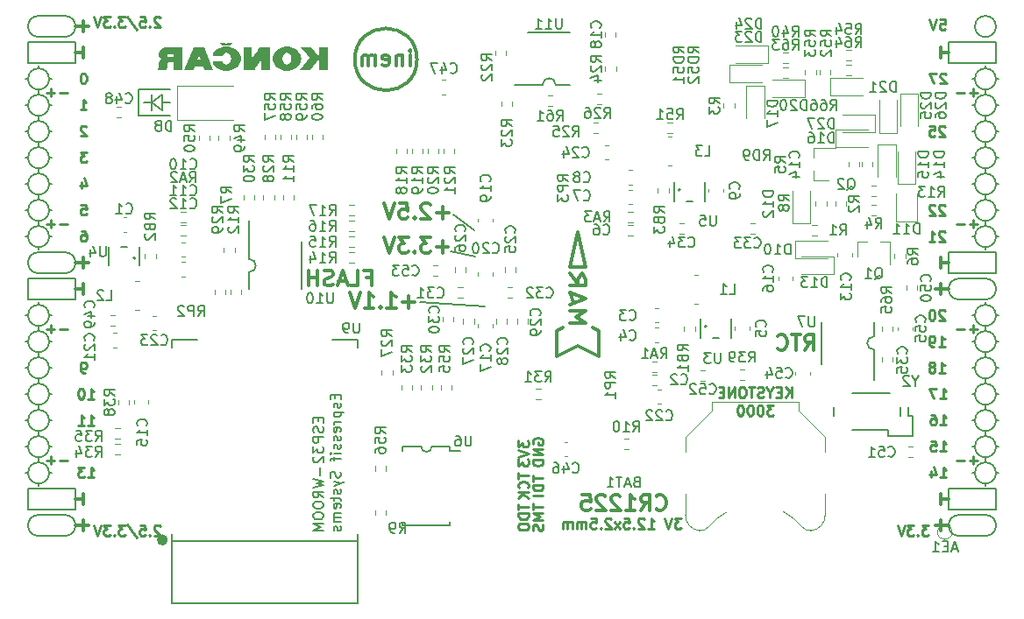
<source format=gbo>
G04 #@! TF.GenerationSoftware,KiCad,Pcbnew,5.0.0-rc2+dfsg1-3*
G04 #@! TF.CreationDate,2018-06-10T01:45:58+02:00*
G04 #@! TF.ProjectId,ulx3s,756C7833732E6B696361645F70636200,rev?*
G04 #@! TF.SameCoordinates,Original*
G04 #@! TF.FileFunction,Legend,Bot*
G04 #@! TF.FilePolarity,Positive*
%FSLAX46Y46*%
G04 Gerber Fmt 4.6, Leading zero omitted, Abs format (unit mm)*
G04 Created by KiCad (PCBNEW 5.0.0-rc2+dfsg1-3) date Sun Jun 10 01:45:58 2018*
%MOMM*%
%LPD*%
G01*
G04 APERTURE LIST*
%ADD10C,0.250000*%
%ADD11C,0.200000*%
%ADD12C,0.300000*%
%ADD13C,0.150000*%
%ADD14C,0.500000*%
%ADD15C,0.120000*%
%ADD16C,0.100000*%
G04 APERTURE END LIST*
D10*
X99893476Y-96180380D02*
X99703000Y-96180380D01*
X99607761Y-96132761D01*
X99560142Y-96085142D01*
X99464904Y-95942285D01*
X99417285Y-95751809D01*
X99417285Y-95370857D01*
X99464904Y-95275619D01*
X99512523Y-95228000D01*
X99607761Y-95180380D01*
X99798238Y-95180380D01*
X99893476Y-95228000D01*
X99941095Y-95275619D01*
X99988714Y-95370857D01*
X99988714Y-95608952D01*
X99941095Y-95704190D01*
X99893476Y-95751809D01*
X99798238Y-95799428D01*
X99607761Y-95799428D01*
X99512523Y-95751809D01*
X99464904Y-95704190D01*
X99417285Y-95608952D01*
X100147476Y-101260380D02*
X100718904Y-101260380D01*
X100433190Y-101260380D02*
X100433190Y-100260380D01*
X100528428Y-100403238D01*
X100623666Y-100498476D01*
X100718904Y-100546095D01*
X99195095Y-101260380D02*
X99766523Y-101260380D01*
X99480809Y-101260380D02*
X99480809Y-100260380D01*
X99576047Y-100403238D01*
X99671285Y-100498476D01*
X99766523Y-100546095D01*
D11*
X105037000Y-68804000D02*
X108085000Y-68804000D01*
X105037000Y-71344000D02*
X105037000Y-68804000D01*
X108085000Y-71344000D02*
X105037000Y-71344000D01*
X107323000Y-70074000D02*
X108085000Y-70074000D01*
X106307000Y-70074000D02*
X105545000Y-70074000D01*
X106307000Y-70836000D02*
X106307000Y-70074000D01*
X106307000Y-69312000D02*
X106307000Y-70836000D01*
X107323000Y-69312000D02*
X107323000Y-70836000D01*
X106307000Y-70074000D02*
X107323000Y-69312000D01*
X107323000Y-70836000D02*
X106307000Y-70074000D01*
D10*
X182887904Y-72415619D02*
X182840285Y-72368000D01*
X182745047Y-72320380D01*
X182506952Y-72320380D01*
X182411714Y-72368000D01*
X182364095Y-72415619D01*
X182316476Y-72510857D01*
X182316476Y-72606095D01*
X182364095Y-72748952D01*
X182935523Y-73320380D01*
X182316476Y-73320380D01*
X181411714Y-72320380D02*
X181887904Y-72320380D01*
X181935523Y-72796571D01*
X181887904Y-72748952D01*
X181792666Y-72701333D01*
X181554571Y-72701333D01*
X181459333Y-72748952D01*
X181411714Y-72796571D01*
X181364095Y-72891809D01*
X181364095Y-73129904D01*
X181411714Y-73225142D01*
X181459333Y-73272761D01*
X181554571Y-73320380D01*
X181792666Y-73320380D01*
X181887904Y-73272761D01*
X181935523Y-73225142D01*
X182887904Y-80035619D02*
X182840285Y-79988000D01*
X182745047Y-79940380D01*
X182506952Y-79940380D01*
X182411714Y-79988000D01*
X182364095Y-80035619D01*
X182316476Y-80130857D01*
X182316476Y-80226095D01*
X182364095Y-80368952D01*
X182935523Y-80940380D01*
X182316476Y-80940380D01*
X181935523Y-80035619D02*
X181887904Y-79988000D01*
X181792666Y-79940380D01*
X181554571Y-79940380D01*
X181459333Y-79988000D01*
X181411714Y-80035619D01*
X181364095Y-80130857D01*
X181364095Y-80226095D01*
X181411714Y-80368952D01*
X181983142Y-80940380D01*
X181364095Y-80940380D01*
X182887904Y-82575619D02*
X182840285Y-82528000D01*
X182745047Y-82480380D01*
X182506952Y-82480380D01*
X182411714Y-82528000D01*
X182364095Y-82575619D01*
X182316476Y-82670857D01*
X182316476Y-82766095D01*
X182364095Y-82908952D01*
X182935523Y-83480380D01*
X182316476Y-83480380D01*
X181364095Y-83480380D02*
X181935523Y-83480380D01*
X181649809Y-83480380D02*
X181649809Y-82480380D01*
X181745047Y-82623238D01*
X181840285Y-82718476D01*
X181935523Y-82766095D01*
X182887904Y-90195619D02*
X182840285Y-90148000D01*
X182745047Y-90100380D01*
X182506952Y-90100380D01*
X182411714Y-90148000D01*
X182364095Y-90195619D01*
X182316476Y-90290857D01*
X182316476Y-90386095D01*
X182364095Y-90528952D01*
X182935523Y-91100380D01*
X182316476Y-91100380D01*
X181697428Y-90100380D02*
X181602190Y-90100380D01*
X181506952Y-90148000D01*
X181459333Y-90195619D01*
X181411714Y-90290857D01*
X181364095Y-90481333D01*
X181364095Y-90719428D01*
X181411714Y-90909904D01*
X181459333Y-91005142D01*
X181506952Y-91052761D01*
X181602190Y-91100380D01*
X181697428Y-91100380D01*
X181792666Y-91052761D01*
X181840285Y-91005142D01*
X181887904Y-90909904D01*
X181935523Y-90719428D01*
X181935523Y-90481333D01*
X181887904Y-90290857D01*
X181840285Y-90195619D01*
X181792666Y-90148000D01*
X181697428Y-90100380D01*
X182316476Y-93640380D02*
X182887904Y-93640380D01*
X182602190Y-93640380D02*
X182602190Y-92640380D01*
X182697428Y-92783238D01*
X182792666Y-92878476D01*
X182887904Y-92926095D01*
X181840285Y-93640380D02*
X181649809Y-93640380D01*
X181554571Y-93592761D01*
X181506952Y-93545142D01*
X181411714Y-93402285D01*
X181364095Y-93211809D01*
X181364095Y-92830857D01*
X181411714Y-92735619D01*
X181459333Y-92688000D01*
X181554571Y-92640380D01*
X181745047Y-92640380D01*
X181840285Y-92688000D01*
X181887904Y-92735619D01*
X181935523Y-92830857D01*
X181935523Y-93068952D01*
X181887904Y-93164190D01*
X181840285Y-93211809D01*
X181745047Y-93259428D01*
X181554571Y-93259428D01*
X181459333Y-93211809D01*
X181411714Y-93164190D01*
X181364095Y-93068952D01*
X182316476Y-96180380D02*
X182887904Y-96180380D01*
X182602190Y-96180380D02*
X182602190Y-95180380D01*
X182697428Y-95323238D01*
X182792666Y-95418476D01*
X182887904Y-95466095D01*
X181745047Y-95608952D02*
X181840285Y-95561333D01*
X181887904Y-95513714D01*
X181935523Y-95418476D01*
X181935523Y-95370857D01*
X181887904Y-95275619D01*
X181840285Y-95228000D01*
X181745047Y-95180380D01*
X181554571Y-95180380D01*
X181459333Y-95228000D01*
X181411714Y-95275619D01*
X181364095Y-95370857D01*
X181364095Y-95418476D01*
X181411714Y-95513714D01*
X181459333Y-95561333D01*
X181554571Y-95608952D01*
X181745047Y-95608952D01*
X181840285Y-95656571D01*
X181887904Y-95704190D01*
X181935523Y-95799428D01*
X181935523Y-95989904D01*
X181887904Y-96085142D01*
X181840285Y-96132761D01*
X181745047Y-96180380D01*
X181554571Y-96180380D01*
X181459333Y-96132761D01*
X181411714Y-96085142D01*
X181364095Y-95989904D01*
X181364095Y-95799428D01*
X181411714Y-95704190D01*
X181459333Y-95656571D01*
X181554571Y-95608952D01*
D12*
X127003714Y-86984857D02*
X127503714Y-86984857D01*
X127503714Y-87770571D02*
X127503714Y-86270571D01*
X126789428Y-86270571D01*
X125503714Y-87770571D02*
X126218000Y-87770571D01*
X126218000Y-86270571D01*
X125075142Y-87342000D02*
X124360857Y-87342000D01*
X125218000Y-87770571D02*
X124718000Y-86270571D01*
X124218000Y-87770571D01*
X123789428Y-87699142D02*
X123575142Y-87770571D01*
X123218000Y-87770571D01*
X123075142Y-87699142D01*
X123003714Y-87627714D01*
X122932285Y-87484857D01*
X122932285Y-87342000D01*
X123003714Y-87199142D01*
X123075142Y-87127714D01*
X123218000Y-87056285D01*
X123503714Y-86984857D01*
X123646571Y-86913428D01*
X123718000Y-86842000D01*
X123789428Y-86699142D01*
X123789428Y-86556285D01*
X123718000Y-86413428D01*
X123646571Y-86342000D01*
X123503714Y-86270571D01*
X123146571Y-86270571D01*
X122932285Y-86342000D01*
X122289428Y-87770571D02*
X122289428Y-86270571D01*
X122289428Y-86984857D02*
X121432285Y-86984857D01*
X121432285Y-87770571D02*
X121432285Y-86270571D01*
D10*
X157418095Y-110252380D02*
X156799047Y-110252380D01*
X157132380Y-110633333D01*
X156989523Y-110633333D01*
X156894285Y-110680952D01*
X156846666Y-110728571D01*
X156799047Y-110823809D01*
X156799047Y-111061904D01*
X156846666Y-111157142D01*
X156894285Y-111204761D01*
X156989523Y-111252380D01*
X157275238Y-111252380D01*
X157370476Y-111204761D01*
X157418095Y-111157142D01*
X156513333Y-110252380D02*
X156180000Y-111252380D01*
X155846666Y-110252380D01*
X154227619Y-111252380D02*
X154799047Y-111252380D01*
X154513333Y-111252380D02*
X154513333Y-110252380D01*
X154608571Y-110395238D01*
X154703809Y-110490476D01*
X154799047Y-110538095D01*
X153846666Y-110347619D02*
X153799047Y-110300000D01*
X153703809Y-110252380D01*
X153465714Y-110252380D01*
X153370476Y-110300000D01*
X153322857Y-110347619D01*
X153275238Y-110442857D01*
X153275238Y-110538095D01*
X153322857Y-110680952D01*
X153894285Y-111252380D01*
X153275238Y-111252380D01*
X152846666Y-111157142D02*
X152799047Y-111204761D01*
X152846666Y-111252380D01*
X152894285Y-111204761D01*
X152846666Y-111157142D01*
X152846666Y-111252380D01*
X151894285Y-110252380D02*
X152370476Y-110252380D01*
X152418095Y-110728571D01*
X152370476Y-110680952D01*
X152275238Y-110633333D01*
X152037142Y-110633333D01*
X151941904Y-110680952D01*
X151894285Y-110728571D01*
X151846666Y-110823809D01*
X151846666Y-111061904D01*
X151894285Y-111157142D01*
X151941904Y-111204761D01*
X152037142Y-111252380D01*
X152275238Y-111252380D01*
X152370476Y-111204761D01*
X152418095Y-111157142D01*
X151513333Y-111252380D02*
X150989523Y-110585714D01*
X151513333Y-110585714D02*
X150989523Y-111252380D01*
X150656190Y-110347619D02*
X150608571Y-110300000D01*
X150513333Y-110252380D01*
X150275238Y-110252380D01*
X150180000Y-110300000D01*
X150132380Y-110347619D01*
X150084761Y-110442857D01*
X150084761Y-110538095D01*
X150132380Y-110680952D01*
X150703809Y-111252380D01*
X150084761Y-111252380D01*
X149656190Y-111157142D02*
X149608571Y-111204761D01*
X149656190Y-111252380D01*
X149703809Y-111204761D01*
X149656190Y-111157142D01*
X149656190Y-111252380D01*
X148703809Y-110252380D02*
X149180000Y-110252380D01*
X149227619Y-110728571D01*
X149180000Y-110680952D01*
X149084761Y-110633333D01*
X148846666Y-110633333D01*
X148751428Y-110680952D01*
X148703809Y-110728571D01*
X148656190Y-110823809D01*
X148656190Y-111061904D01*
X148703809Y-111157142D01*
X148751428Y-111204761D01*
X148846666Y-111252380D01*
X149084761Y-111252380D01*
X149180000Y-111204761D01*
X149227619Y-111157142D01*
X148227619Y-111252380D02*
X148227619Y-110585714D01*
X148227619Y-110680952D02*
X148180000Y-110633333D01*
X148084761Y-110585714D01*
X147941904Y-110585714D01*
X147846666Y-110633333D01*
X147799047Y-110728571D01*
X147799047Y-111252380D01*
X147799047Y-110728571D02*
X147751428Y-110633333D01*
X147656190Y-110585714D01*
X147513333Y-110585714D01*
X147418095Y-110633333D01*
X147370476Y-110728571D01*
X147370476Y-111252380D01*
X146894285Y-111252380D02*
X146894285Y-110585714D01*
X146894285Y-110680952D02*
X146846666Y-110633333D01*
X146751428Y-110585714D01*
X146608571Y-110585714D01*
X146513333Y-110633333D01*
X146465714Y-110728571D01*
X146465714Y-111252380D01*
X146465714Y-110728571D02*
X146418095Y-110633333D01*
X146322857Y-110585714D01*
X146180000Y-110585714D01*
X146084761Y-110633333D01*
X146037142Y-110728571D01*
X146037142Y-111252380D01*
D11*
X135390000Y-80869000D02*
X137422000Y-82393000D01*
X135136000Y-84425000D02*
X137549000Y-84933000D01*
X132215000Y-89378000D02*
X138438000Y-89759000D01*
D10*
X168085000Y-98577380D02*
X168085000Y-97577380D01*
X167513571Y-98577380D02*
X167942142Y-98005952D01*
X167513571Y-97577380D02*
X168085000Y-98148809D01*
X167085000Y-98053571D02*
X166751666Y-98053571D01*
X166608809Y-98577380D02*
X167085000Y-98577380D01*
X167085000Y-97577380D01*
X166608809Y-97577380D01*
X165989761Y-98101190D02*
X165989761Y-98577380D01*
X166323095Y-97577380D02*
X165989761Y-98101190D01*
X165656428Y-97577380D01*
X165370714Y-98529761D02*
X165227857Y-98577380D01*
X164989761Y-98577380D01*
X164894523Y-98529761D01*
X164846904Y-98482142D01*
X164799285Y-98386904D01*
X164799285Y-98291666D01*
X164846904Y-98196428D01*
X164894523Y-98148809D01*
X164989761Y-98101190D01*
X165180238Y-98053571D01*
X165275476Y-98005952D01*
X165323095Y-97958333D01*
X165370714Y-97863095D01*
X165370714Y-97767857D01*
X165323095Y-97672619D01*
X165275476Y-97625000D01*
X165180238Y-97577380D01*
X164942142Y-97577380D01*
X164799285Y-97625000D01*
X164513571Y-97577380D02*
X163942142Y-97577380D01*
X164227857Y-98577380D02*
X164227857Y-97577380D01*
X163418333Y-97577380D02*
X163227857Y-97577380D01*
X163132619Y-97625000D01*
X163037380Y-97720238D01*
X162989761Y-97910714D01*
X162989761Y-98244047D01*
X163037380Y-98434523D01*
X163132619Y-98529761D01*
X163227857Y-98577380D01*
X163418333Y-98577380D01*
X163513571Y-98529761D01*
X163608809Y-98434523D01*
X163656428Y-98244047D01*
X163656428Y-97910714D01*
X163608809Y-97720238D01*
X163513571Y-97625000D01*
X163418333Y-97577380D01*
X162561190Y-98577380D02*
X162561190Y-97577380D01*
X161989761Y-98577380D01*
X161989761Y-97577380D01*
X161513571Y-98053571D02*
X161180238Y-98053571D01*
X161037380Y-98577380D02*
X161513571Y-98577380D01*
X161513571Y-97577380D01*
X161037380Y-97577380D01*
X166346904Y-99327380D02*
X165727857Y-99327380D01*
X166061190Y-99708333D01*
X165918333Y-99708333D01*
X165823095Y-99755952D01*
X165775476Y-99803571D01*
X165727857Y-99898809D01*
X165727857Y-100136904D01*
X165775476Y-100232142D01*
X165823095Y-100279761D01*
X165918333Y-100327380D01*
X166204047Y-100327380D01*
X166299285Y-100279761D01*
X166346904Y-100232142D01*
X165108809Y-99327380D02*
X165013571Y-99327380D01*
X164918333Y-99375000D01*
X164870714Y-99422619D01*
X164823095Y-99517857D01*
X164775476Y-99708333D01*
X164775476Y-99946428D01*
X164823095Y-100136904D01*
X164870714Y-100232142D01*
X164918333Y-100279761D01*
X165013571Y-100327380D01*
X165108809Y-100327380D01*
X165204047Y-100279761D01*
X165251666Y-100232142D01*
X165299285Y-100136904D01*
X165346904Y-99946428D01*
X165346904Y-99708333D01*
X165299285Y-99517857D01*
X165251666Y-99422619D01*
X165204047Y-99375000D01*
X165108809Y-99327380D01*
X164156428Y-99327380D02*
X164061190Y-99327380D01*
X163965952Y-99375000D01*
X163918333Y-99422619D01*
X163870714Y-99517857D01*
X163823095Y-99708333D01*
X163823095Y-99946428D01*
X163870714Y-100136904D01*
X163918333Y-100232142D01*
X163965952Y-100279761D01*
X164061190Y-100327380D01*
X164156428Y-100327380D01*
X164251666Y-100279761D01*
X164299285Y-100232142D01*
X164346904Y-100136904D01*
X164394523Y-99946428D01*
X164394523Y-99708333D01*
X164346904Y-99517857D01*
X164299285Y-99422619D01*
X164251666Y-99375000D01*
X164156428Y-99327380D01*
X163204047Y-99327380D02*
X163108809Y-99327380D01*
X163013571Y-99375000D01*
X162965952Y-99422619D01*
X162918333Y-99517857D01*
X162870714Y-99708333D01*
X162870714Y-99946428D01*
X162918333Y-100136904D01*
X162965952Y-100232142D01*
X163013571Y-100279761D01*
X163108809Y-100327380D01*
X163204047Y-100327380D01*
X163299285Y-100279761D01*
X163346904Y-100232142D01*
X163394523Y-100136904D01*
X163442142Y-99946428D01*
X163442142Y-99708333D01*
X163394523Y-99517857D01*
X163346904Y-99422619D01*
X163299285Y-99375000D01*
X163204047Y-99327380D01*
D12*
X182492000Y-87582000D02*
X182492000Y-88598000D01*
X183254000Y-88090000D02*
X181984000Y-88090000D01*
X182492000Y-110442000D02*
X182492000Y-111458000D01*
X183254000Y-110950000D02*
X181984000Y-110950000D01*
X99688000Y-62182000D02*
X99688000Y-63198000D01*
X98926000Y-62690000D02*
X100196000Y-62690000D01*
X99688000Y-110442000D02*
X99688000Y-111458000D01*
X98926000Y-110950000D02*
X100196000Y-110950000D01*
X99688000Y-85042000D02*
X99688000Y-86058000D01*
X98926000Y-85550000D02*
X100196000Y-85550000D01*
D11*
X187826000Y-62690000D02*
G75*
G03X187826000Y-62690000I-1016000J0D01*
G01*
X184270000Y-87074000D02*
X186810000Y-87074000D01*
X184270000Y-89106000D02*
X186810000Y-89106000D01*
X184270000Y-87074000D02*
G75*
G03X184270000Y-89106000I0J-1016000D01*
G01*
X186810000Y-89106000D02*
G75*
G03X186810000Y-87074000I0J1016000D01*
G01*
X184270000Y-111966000D02*
X186810000Y-111966000D01*
X184270000Y-109934000D02*
X186810000Y-109934000D01*
X184270000Y-109934000D02*
G75*
G03X184270000Y-111966000I0J-1016000D01*
G01*
X186810000Y-111966000D02*
G75*
G03X186810000Y-109934000I0J1016000D01*
G01*
X97910000Y-63706000D02*
G75*
G03X97910000Y-61674000I0J1016000D01*
G01*
X95370000Y-61674000D02*
X97910000Y-61674000D01*
X95370000Y-63706000D02*
X97910000Y-63706000D01*
X95370000Y-61674000D02*
G75*
G03X95370000Y-63706000I0J-1016000D01*
G01*
X95370000Y-86566000D02*
X97910000Y-86566000D01*
X95370000Y-84534000D02*
X97910000Y-84534000D01*
X95370000Y-84534000D02*
G75*
G03X95370000Y-86566000I0J-1016000D01*
G01*
X97910000Y-86566000D02*
G75*
G03X97910000Y-84534000I0J1016000D01*
G01*
X95370000Y-111966000D02*
X97910000Y-111966000D01*
X95370000Y-109934000D02*
X97910000Y-109934000D01*
X95370000Y-109934000D02*
G75*
G03X95370000Y-111966000I0J-1016000D01*
G01*
X97910000Y-111966000D02*
G75*
G03X97910000Y-109934000I0J1016000D01*
G01*
X98926000Y-107394000D02*
X94354000Y-107394000D01*
X98926000Y-109426000D02*
X98926000Y-107394000D01*
X94354000Y-109426000D02*
X98926000Y-109426000D01*
X94354000Y-107394000D02*
X94354000Y-109426000D01*
X187826000Y-107394000D02*
X183254000Y-107394000D01*
X187826000Y-109426000D02*
X187826000Y-107394000D01*
X183254000Y-109426000D02*
X187826000Y-109426000D01*
X183254000Y-107394000D02*
X183254000Y-109426000D01*
X187826000Y-84534000D02*
X183254000Y-84534000D01*
X187826000Y-86566000D02*
X187826000Y-84534000D01*
X183254000Y-86566000D02*
X187826000Y-86566000D01*
X183254000Y-84534000D02*
X183254000Y-86566000D01*
X187826000Y-64214000D02*
X183254000Y-64214000D01*
X187826000Y-66246000D02*
X187826000Y-64214000D01*
X183254000Y-66246000D02*
X187826000Y-66246000D01*
X183254000Y-64214000D02*
X183254000Y-66246000D01*
X98926000Y-64214000D02*
X94354000Y-64214000D01*
X98926000Y-66246000D02*
X98926000Y-64214000D01*
X94354000Y-66246000D02*
X98926000Y-66246000D01*
X94354000Y-64214000D02*
X94354000Y-66246000D01*
X98926000Y-87074000D02*
X94354000Y-87074000D01*
X98926000Y-89106000D02*
X98926000Y-87074000D01*
X94354000Y-89106000D02*
X98926000Y-89106000D01*
X94354000Y-87074000D02*
X94354000Y-89106000D01*
D10*
X186032000Y-91971428D02*
X185270095Y-91971428D01*
X185651047Y-92352380D02*
X185651047Y-91590476D01*
X184793904Y-91971428D02*
X184032000Y-91971428D01*
X186032000Y-69111428D02*
X185270095Y-69111428D01*
X185651047Y-69492380D02*
X185651047Y-68730476D01*
X184793904Y-69111428D02*
X184032000Y-69111428D01*
X186032000Y-81811428D02*
X185270095Y-81811428D01*
X185651047Y-82192380D02*
X185651047Y-81430476D01*
X184793904Y-81811428D02*
X184032000Y-81811428D01*
X186032000Y-104671428D02*
X185270095Y-104671428D01*
X185651047Y-105052380D02*
X185651047Y-104290476D01*
X184793904Y-104671428D02*
X184032000Y-104671428D01*
X98148000Y-104671428D02*
X97386095Y-104671428D01*
X96909904Y-104671428D02*
X96148000Y-104671428D01*
X96528952Y-105052380D02*
X96528952Y-104290476D01*
X98148000Y-91971428D02*
X97386095Y-91971428D01*
X96909904Y-91971428D02*
X96148000Y-91971428D01*
X96528952Y-92352380D02*
X96528952Y-91590476D01*
X98148000Y-81811428D02*
X97386095Y-81811428D01*
X96909904Y-81811428D02*
X96148000Y-81811428D01*
X96528952Y-82192380D02*
X96528952Y-81430476D01*
X98148000Y-69111428D02*
X97386095Y-69111428D01*
X96909904Y-69111428D02*
X96148000Y-69111428D01*
X96528952Y-69492380D02*
X96528952Y-68730476D01*
D12*
X182492000Y-107902000D02*
X182492000Y-108918000D01*
X183254000Y-108410000D02*
X182492000Y-108410000D01*
D11*
X95370000Y-96726000D02*
X95370000Y-97234000D01*
X96386000Y-95710000D02*
X96640000Y-95710000D01*
X94354000Y-95710000D02*
X94100000Y-95710000D01*
X187826000Y-98250000D02*
X188080000Y-98250000D01*
X187826000Y-83010000D02*
X188080000Y-83010000D01*
X95370000Y-107140000D02*
X95370000Y-106886000D01*
X96386000Y-105870000D02*
X96640000Y-105870000D01*
X94354000Y-105870000D02*
X94100000Y-105870000D01*
X94354000Y-103330000D02*
X94100000Y-103330000D01*
X95370000Y-104346000D02*
X95370000Y-104854000D01*
X96386000Y-103330000D02*
X96640000Y-103330000D01*
X94354000Y-100790000D02*
X94100000Y-100790000D01*
X95370000Y-102314000D02*
X95370000Y-101806000D01*
X96386000Y-100790000D02*
X96640000Y-100790000D01*
X95370000Y-99266000D02*
X95370000Y-99774000D01*
X94354000Y-98250000D02*
X94100000Y-98250000D01*
X96386000Y-98250000D02*
X96640000Y-98250000D01*
X95370000Y-94186000D02*
X95370000Y-94694000D01*
X96386000Y-93170000D02*
X96640000Y-93170000D01*
X94354000Y-93170000D02*
X94100000Y-93170000D01*
X94354000Y-90630000D02*
X94100000Y-90630000D01*
X95370000Y-91646000D02*
X95370000Y-92154000D01*
X96640000Y-90630000D02*
X96386000Y-90630000D01*
X95370000Y-89360000D02*
X95370000Y-89614000D01*
X94354000Y-83010000D02*
X94100000Y-83010000D01*
X95370000Y-84280000D02*
X95370000Y-84026000D01*
X96386000Y-83010000D02*
X96640000Y-83010000D01*
X95370000Y-81486000D02*
X95370000Y-81994000D01*
X94354000Y-80470000D02*
X94100000Y-80470000D01*
X96640000Y-80470000D02*
X96386000Y-80470000D01*
X95370000Y-78946000D02*
X95370000Y-79454000D01*
X96386000Y-77930000D02*
X96640000Y-77930000D01*
X94354000Y-77930000D02*
X94100000Y-77930000D01*
X95370000Y-76406000D02*
X95370000Y-76914000D01*
X94354000Y-75390000D02*
X94100000Y-75390000D01*
X96386000Y-75390000D02*
X96640000Y-75390000D01*
X95370000Y-73866000D02*
X95370000Y-74374000D01*
X96386000Y-72850000D02*
X96640000Y-72850000D01*
X94100000Y-72850000D02*
X94354000Y-72850000D01*
X94354000Y-70310000D02*
X94100000Y-70310000D01*
X96640000Y-70310000D02*
X96386000Y-70310000D01*
X95370000Y-71326000D02*
X95370000Y-71834000D01*
X95370000Y-68786000D02*
X95370000Y-69294000D01*
X96386000Y-67770000D02*
X96640000Y-67770000D01*
X94354000Y-67770000D02*
X94100000Y-67770000D01*
X95370000Y-66500000D02*
X95370000Y-66754000D01*
X187826000Y-105870000D02*
X188080000Y-105870000D01*
X186810000Y-107140000D02*
X186810000Y-106886000D01*
X185540000Y-105870000D02*
X185794000Y-105870000D01*
X186810000Y-104346000D02*
X186810000Y-104854000D01*
X187826000Y-103330000D02*
X188080000Y-103330000D01*
X185540000Y-103330000D02*
X185794000Y-103330000D01*
X186810000Y-101806000D02*
X186810000Y-102314000D01*
X187826000Y-100790000D02*
X188080000Y-100790000D01*
X185540000Y-100790000D02*
X185794000Y-100790000D01*
X186810000Y-99266000D02*
X186810000Y-99774000D01*
X185540000Y-98250000D02*
X185794000Y-98250000D01*
X186810000Y-97234000D02*
X186810000Y-96726000D01*
X187826000Y-95710000D02*
X188080000Y-95710000D01*
X185540000Y-95710000D02*
X185794000Y-95710000D01*
X186810000Y-94694000D02*
X186810000Y-94186000D01*
X187826000Y-93170000D02*
X188080000Y-93170000D01*
X185540000Y-93170000D02*
X185794000Y-93170000D01*
X186810000Y-92154000D02*
X186810000Y-91646000D01*
X187826000Y-90630000D02*
X188080000Y-90630000D01*
X185540000Y-90630000D02*
X185794000Y-90630000D01*
X186810000Y-89360000D02*
X186810000Y-89614000D01*
X186810000Y-84280000D02*
X186810000Y-84026000D01*
X185540000Y-83010000D02*
X185794000Y-83010000D01*
X186810000Y-81994000D02*
X186810000Y-81486000D01*
X185794000Y-80470000D02*
X185540000Y-80470000D01*
X187826000Y-80470000D02*
X188080000Y-80470000D01*
X186810000Y-78946000D02*
X186810000Y-79454000D01*
X185794000Y-77930000D02*
X185540000Y-77930000D01*
X187826000Y-77930000D02*
X188080000Y-77930000D01*
X186810000Y-76406000D02*
X186810000Y-76914000D01*
X186810000Y-73866000D02*
X186810000Y-74374000D01*
X185794000Y-75390000D02*
X185540000Y-75390000D01*
X187826000Y-75390000D02*
X188080000Y-75390000D01*
X187826000Y-72850000D02*
X188080000Y-72850000D01*
X185540000Y-72850000D02*
X185794000Y-72850000D01*
X186810000Y-71834000D02*
X186810000Y-71326000D01*
X187826000Y-70310000D02*
X188080000Y-70310000D01*
X185540000Y-70310000D02*
X185794000Y-70310000D01*
X187826000Y-67770000D02*
X188080000Y-67770000D01*
X186810000Y-68786000D02*
X186810000Y-69294000D01*
X185540000Y-67770000D02*
X185794000Y-67770000D01*
X186810000Y-66500000D02*
X186810000Y-66754000D01*
X187826000Y-67770000D02*
G75*
G03X187826000Y-67770000I-1016000J0D01*
G01*
X187826000Y-70310000D02*
G75*
G03X187826000Y-70310000I-1016000J0D01*
G01*
X187826000Y-72850000D02*
G75*
G03X187826000Y-72850000I-1016000J0D01*
G01*
X187826000Y-75390000D02*
G75*
G03X187826000Y-75390000I-1016000J0D01*
G01*
X187826000Y-77930000D02*
G75*
G03X187826000Y-77930000I-1016000J0D01*
G01*
X187826000Y-80470000D02*
G75*
G03X187826000Y-80470000I-1016000J0D01*
G01*
X187826000Y-83010000D02*
G75*
G03X187826000Y-83010000I-1016000J0D01*
G01*
X187826000Y-90630000D02*
G75*
G03X187826000Y-90630000I-1016000J0D01*
G01*
X187826000Y-93170000D02*
G75*
G03X187826000Y-93170000I-1016000J0D01*
G01*
X187826000Y-95710000D02*
G75*
G03X187826000Y-95710000I-1016000J0D01*
G01*
X187826000Y-98250000D02*
G75*
G03X187826000Y-98250000I-1016000J0D01*
G01*
X187826000Y-100790000D02*
G75*
G03X187826000Y-100790000I-1016000J0D01*
G01*
X187826000Y-103330000D02*
G75*
G03X187826000Y-103330000I-1016000J0D01*
G01*
X187826000Y-105870000D02*
G75*
G03X187826000Y-105870000I-1016000J0D01*
G01*
X96386000Y-105870000D02*
G75*
G03X96386000Y-105870000I-1016000J0D01*
G01*
X96386000Y-103330000D02*
G75*
G03X96386000Y-103330000I-1016000J0D01*
G01*
X96386000Y-100790000D02*
G75*
G03X96386000Y-100790000I-1016000J0D01*
G01*
X96386000Y-98250000D02*
G75*
G03X96386000Y-98250000I-1016000J0D01*
G01*
X96386000Y-95710000D02*
G75*
G03X96386000Y-95710000I-1016000J0D01*
G01*
X96386000Y-93170000D02*
G75*
G03X96386000Y-93170000I-1016000J0D01*
G01*
X96386000Y-90630000D02*
G75*
G03X96386000Y-90630000I-1016000J0D01*
G01*
X96386000Y-83010000D02*
G75*
G03X96386000Y-83010000I-1016000J0D01*
G01*
X96386000Y-80470000D02*
G75*
G03X96386000Y-80470000I-1016000J0D01*
G01*
X96386000Y-77930000D02*
G75*
G03X96386000Y-77930000I-1016000J0D01*
G01*
X96386000Y-75390000D02*
G75*
G03X96386000Y-75390000I-1016000J0D01*
G01*
X96386000Y-72850000D02*
G75*
G03X96386000Y-72850000I-1016000J0D01*
G01*
X96386000Y-70310000D02*
G75*
G03X96386000Y-70310000I-1016000J0D01*
G01*
X96386000Y-67770000D02*
G75*
G03X96386000Y-67770000I-1016000J0D01*
G01*
D10*
X182428476Y-62015380D02*
X182904666Y-62015380D01*
X182952285Y-62491571D01*
X182904666Y-62443952D01*
X182809428Y-62396333D01*
X182571333Y-62396333D01*
X182476095Y-62443952D01*
X182428476Y-62491571D01*
X182380857Y-62586809D01*
X182380857Y-62824904D01*
X182428476Y-62920142D01*
X182476095Y-62967761D01*
X182571333Y-63015380D01*
X182809428Y-63015380D01*
X182904666Y-62967761D01*
X182952285Y-62920142D01*
X182095142Y-62015380D02*
X181761809Y-63015380D01*
X181428476Y-62015380D01*
D12*
X182492000Y-64722000D02*
X182492000Y-65738000D01*
X183254000Y-65230000D02*
X182492000Y-65230000D01*
D10*
X182999904Y-67317619D02*
X182952285Y-67270000D01*
X182857047Y-67222380D01*
X182618952Y-67222380D01*
X182523714Y-67270000D01*
X182476095Y-67317619D01*
X182428476Y-67412857D01*
X182428476Y-67508095D01*
X182476095Y-67650952D01*
X183047523Y-68222380D01*
X182428476Y-68222380D01*
X182095142Y-67222380D02*
X181428476Y-67222380D01*
X181857047Y-68222380D01*
D12*
X182492000Y-85042000D02*
X182492000Y-86058000D01*
X183254000Y-85550000D02*
X182492000Y-85550000D01*
D10*
X182428476Y-98702380D02*
X182999904Y-98702380D01*
X182714190Y-98702380D02*
X182714190Y-97702380D01*
X182809428Y-97845238D01*
X182904666Y-97940476D01*
X182999904Y-97988095D01*
X182095142Y-97702380D02*
X181428476Y-97702380D01*
X181857047Y-98702380D01*
X182428476Y-101242380D02*
X182999904Y-101242380D01*
X182714190Y-101242380D02*
X182714190Y-100242380D01*
X182809428Y-100385238D01*
X182904666Y-100480476D01*
X182999904Y-100528095D01*
X181571333Y-100242380D02*
X181761809Y-100242380D01*
X181857047Y-100290000D01*
X181904666Y-100337619D01*
X181999904Y-100480476D01*
X182047523Y-100670952D01*
X182047523Y-101051904D01*
X181999904Y-101147142D01*
X181952285Y-101194761D01*
X181857047Y-101242380D01*
X181666571Y-101242380D01*
X181571333Y-101194761D01*
X181523714Y-101147142D01*
X181476095Y-101051904D01*
X181476095Y-100813809D01*
X181523714Y-100718571D01*
X181571333Y-100670952D01*
X181666571Y-100623333D01*
X181857047Y-100623333D01*
X181952285Y-100670952D01*
X181999904Y-100718571D01*
X182047523Y-100813809D01*
X182428476Y-103782380D02*
X182999904Y-103782380D01*
X182714190Y-103782380D02*
X182714190Y-102782380D01*
X182809428Y-102925238D01*
X182904666Y-103020476D01*
X182999904Y-103068095D01*
X181523714Y-102782380D02*
X181999904Y-102782380D01*
X182047523Y-103258571D01*
X181999904Y-103210952D01*
X181904666Y-103163333D01*
X181666571Y-103163333D01*
X181571333Y-103210952D01*
X181523714Y-103258571D01*
X181476095Y-103353809D01*
X181476095Y-103591904D01*
X181523714Y-103687142D01*
X181571333Y-103734761D01*
X181666571Y-103782380D01*
X181904666Y-103782380D01*
X181999904Y-103734761D01*
X182047523Y-103687142D01*
X182428476Y-106322380D02*
X182999904Y-106322380D01*
X182714190Y-106322380D02*
X182714190Y-105322380D01*
X182809428Y-105465238D01*
X182904666Y-105560476D01*
X182999904Y-105608095D01*
X181571333Y-105655714D02*
X181571333Y-106322380D01*
X181809428Y-105274761D02*
X182047523Y-105989047D01*
X181428476Y-105989047D01*
X181312642Y-110928380D02*
X180693595Y-110928380D01*
X181026928Y-111309333D01*
X180884071Y-111309333D01*
X180788833Y-111356952D01*
X180741214Y-111404571D01*
X180693595Y-111499809D01*
X180693595Y-111737904D01*
X180741214Y-111833142D01*
X180788833Y-111880761D01*
X180884071Y-111928380D01*
X181169785Y-111928380D01*
X181265023Y-111880761D01*
X181312642Y-111833142D01*
X180265023Y-111833142D02*
X180217404Y-111880761D01*
X180265023Y-111928380D01*
X180312642Y-111880761D01*
X180265023Y-111833142D01*
X180265023Y-111928380D01*
X179884071Y-110928380D02*
X179265023Y-110928380D01*
X179598357Y-111309333D01*
X179455500Y-111309333D01*
X179360261Y-111356952D01*
X179312642Y-111404571D01*
X179265023Y-111499809D01*
X179265023Y-111737904D01*
X179312642Y-111833142D01*
X179360261Y-111880761D01*
X179455500Y-111928380D01*
X179741214Y-111928380D01*
X179836452Y-111880761D01*
X179884071Y-111833142D01*
X178979309Y-110928380D02*
X178645976Y-111928380D01*
X178312642Y-110928380D01*
D12*
X99688000Y-108918000D02*
X99688000Y-107902000D01*
X98926000Y-108410000D02*
X99688000Y-108410000D01*
X99688000Y-88598000D02*
X99688000Y-87582000D01*
X98926000Y-88090000D02*
X99688000Y-88090000D01*
X99688000Y-64722000D02*
X99688000Y-65738000D01*
X98926000Y-65230000D02*
X99688000Y-65230000D01*
D10*
X107103690Y-111023619D02*
X107056071Y-110976000D01*
X106960833Y-110928380D01*
X106722738Y-110928380D01*
X106627500Y-110976000D01*
X106579880Y-111023619D01*
X106532261Y-111118857D01*
X106532261Y-111214095D01*
X106579880Y-111356952D01*
X107151309Y-111928380D01*
X106532261Y-111928380D01*
X106103690Y-111833142D02*
X106056071Y-111880761D01*
X106103690Y-111928380D01*
X106151309Y-111880761D01*
X106103690Y-111833142D01*
X106103690Y-111928380D01*
X105151309Y-110928380D02*
X105627500Y-110928380D01*
X105675119Y-111404571D01*
X105627500Y-111356952D01*
X105532261Y-111309333D01*
X105294166Y-111309333D01*
X105198928Y-111356952D01*
X105151309Y-111404571D01*
X105103690Y-111499809D01*
X105103690Y-111737904D01*
X105151309Y-111833142D01*
X105198928Y-111880761D01*
X105294166Y-111928380D01*
X105532261Y-111928380D01*
X105627500Y-111880761D01*
X105675119Y-111833142D01*
X103960833Y-110880761D02*
X104817976Y-112166476D01*
X103722738Y-110928380D02*
X103103690Y-110928380D01*
X103437023Y-111309333D01*
X103294166Y-111309333D01*
X103198928Y-111356952D01*
X103151309Y-111404571D01*
X103103690Y-111499809D01*
X103103690Y-111737904D01*
X103151309Y-111833142D01*
X103198928Y-111880761D01*
X103294166Y-111928380D01*
X103579880Y-111928380D01*
X103675119Y-111880761D01*
X103722738Y-111833142D01*
X102675119Y-111833142D02*
X102627500Y-111880761D01*
X102675119Y-111928380D01*
X102722738Y-111880761D01*
X102675119Y-111833142D01*
X102675119Y-111928380D01*
X102294166Y-110928380D02*
X101675119Y-110928380D01*
X102008452Y-111309333D01*
X101865595Y-111309333D01*
X101770357Y-111356952D01*
X101722738Y-111404571D01*
X101675119Y-111499809D01*
X101675119Y-111737904D01*
X101722738Y-111833142D01*
X101770357Y-111880761D01*
X101865595Y-111928380D01*
X102151309Y-111928380D01*
X102246547Y-111880761D01*
X102294166Y-111833142D01*
X101389404Y-110928380D02*
X101056071Y-111928380D01*
X100722738Y-110928380D01*
X100132476Y-106322380D02*
X100703904Y-106322380D01*
X100418190Y-106322380D02*
X100418190Y-105322380D01*
X100513428Y-105465238D01*
X100608666Y-105560476D01*
X100703904Y-105608095D01*
X99799142Y-105322380D02*
X99180095Y-105322380D01*
X99513428Y-105703333D01*
X99370571Y-105703333D01*
X99275333Y-105750952D01*
X99227714Y-105798571D01*
X99180095Y-105893809D01*
X99180095Y-106131904D01*
X99227714Y-106227142D01*
X99275333Y-106274761D01*
X99370571Y-106322380D01*
X99656285Y-106322380D01*
X99751523Y-106274761D01*
X99799142Y-106227142D01*
X100147476Y-98720380D02*
X100718904Y-98720380D01*
X100433190Y-98720380D02*
X100433190Y-97720380D01*
X100528428Y-97863238D01*
X100623666Y-97958476D01*
X100718904Y-98006095D01*
X99528428Y-97720380D02*
X99433190Y-97720380D01*
X99337952Y-97768000D01*
X99290333Y-97815619D01*
X99242714Y-97910857D01*
X99195095Y-98101333D01*
X99195095Y-98339428D01*
X99242714Y-98529904D01*
X99290333Y-98625142D01*
X99337952Y-98672761D01*
X99433190Y-98720380D01*
X99528428Y-98720380D01*
X99623666Y-98672761D01*
X99671285Y-98625142D01*
X99718904Y-98529904D01*
X99766523Y-98339428D01*
X99766523Y-98101333D01*
X99718904Y-97910857D01*
X99671285Y-97815619D01*
X99623666Y-97768000D01*
X99528428Y-97720380D01*
X99512523Y-82462380D02*
X99703000Y-82462380D01*
X99798238Y-82510000D01*
X99845857Y-82557619D01*
X99941095Y-82700476D01*
X99988714Y-82890952D01*
X99988714Y-83271904D01*
X99941095Y-83367142D01*
X99893476Y-83414761D01*
X99798238Y-83462380D01*
X99607761Y-83462380D01*
X99512523Y-83414761D01*
X99464904Y-83367142D01*
X99417285Y-83271904D01*
X99417285Y-83033809D01*
X99464904Y-82938571D01*
X99512523Y-82890952D01*
X99607761Y-82843333D01*
X99798238Y-82843333D01*
X99893476Y-82890952D01*
X99941095Y-82938571D01*
X99988714Y-83033809D01*
X99464904Y-79922380D02*
X99941095Y-79922380D01*
X99988714Y-80398571D01*
X99941095Y-80350952D01*
X99845857Y-80303333D01*
X99607761Y-80303333D01*
X99512523Y-80350952D01*
X99464904Y-80398571D01*
X99417285Y-80493809D01*
X99417285Y-80731904D01*
X99464904Y-80827142D01*
X99512523Y-80874761D01*
X99607761Y-80922380D01*
X99845857Y-80922380D01*
X99941095Y-80874761D01*
X99988714Y-80827142D01*
X99512523Y-77715714D02*
X99512523Y-78382380D01*
X99750619Y-77334761D02*
X99988714Y-78049047D01*
X99369666Y-78049047D01*
X100021333Y-74842380D02*
X99402285Y-74842380D01*
X99735619Y-75223333D01*
X99592761Y-75223333D01*
X99497523Y-75270952D01*
X99449904Y-75318571D01*
X99402285Y-75413809D01*
X99402285Y-75651904D01*
X99449904Y-75747142D01*
X99497523Y-75794761D01*
X99592761Y-75842380D01*
X99878476Y-75842380D01*
X99973714Y-75794761D01*
X100021333Y-75747142D01*
X99973714Y-72397619D02*
X99926095Y-72350000D01*
X99830857Y-72302380D01*
X99592761Y-72302380D01*
X99497523Y-72350000D01*
X99449904Y-72397619D01*
X99402285Y-72492857D01*
X99402285Y-72588095D01*
X99449904Y-72730952D01*
X100021333Y-73302380D01*
X99402285Y-73302380D01*
X99402285Y-70762380D02*
X99973714Y-70762380D01*
X99688000Y-70762380D02*
X99688000Y-69762380D01*
X99783238Y-69905238D01*
X99878476Y-70000476D01*
X99973714Y-70048095D01*
X99750619Y-67222380D02*
X99655380Y-67222380D01*
X99560142Y-67270000D01*
X99512523Y-67317619D01*
X99464904Y-67412857D01*
X99417285Y-67603333D01*
X99417285Y-67841428D01*
X99464904Y-68031904D01*
X99512523Y-68127142D01*
X99560142Y-68174761D01*
X99655380Y-68222380D01*
X99750619Y-68222380D01*
X99845857Y-68174761D01*
X99893476Y-68127142D01*
X99941095Y-68031904D01*
X99988714Y-67841428D01*
X99988714Y-67603333D01*
X99941095Y-67412857D01*
X99893476Y-67317619D01*
X99845857Y-67270000D01*
X99750619Y-67222380D01*
X107103690Y-61874619D02*
X107056071Y-61827000D01*
X106960833Y-61779380D01*
X106722738Y-61779380D01*
X106627500Y-61827000D01*
X106579880Y-61874619D01*
X106532261Y-61969857D01*
X106532261Y-62065095D01*
X106579880Y-62207952D01*
X107151309Y-62779380D01*
X106532261Y-62779380D01*
X106103690Y-62684142D02*
X106056071Y-62731761D01*
X106103690Y-62779380D01*
X106151309Y-62731761D01*
X106103690Y-62684142D01*
X106103690Y-62779380D01*
X105151309Y-61779380D02*
X105627500Y-61779380D01*
X105675119Y-62255571D01*
X105627500Y-62207952D01*
X105532261Y-62160333D01*
X105294166Y-62160333D01*
X105198928Y-62207952D01*
X105151309Y-62255571D01*
X105103690Y-62350809D01*
X105103690Y-62588904D01*
X105151309Y-62684142D01*
X105198928Y-62731761D01*
X105294166Y-62779380D01*
X105532261Y-62779380D01*
X105627500Y-62731761D01*
X105675119Y-62684142D01*
X103960833Y-61731761D02*
X104817976Y-63017476D01*
X103722738Y-61779380D02*
X103103690Y-61779380D01*
X103437023Y-62160333D01*
X103294166Y-62160333D01*
X103198928Y-62207952D01*
X103151309Y-62255571D01*
X103103690Y-62350809D01*
X103103690Y-62588904D01*
X103151309Y-62684142D01*
X103198928Y-62731761D01*
X103294166Y-62779380D01*
X103579880Y-62779380D01*
X103675119Y-62731761D01*
X103722738Y-62684142D01*
X102675119Y-62684142D02*
X102627500Y-62731761D01*
X102675119Y-62779380D01*
X102722738Y-62731761D01*
X102675119Y-62684142D01*
X102675119Y-62779380D01*
X102294166Y-61779380D02*
X101675119Y-61779380D01*
X102008452Y-62160333D01*
X101865595Y-62160333D01*
X101770357Y-62207952D01*
X101722738Y-62255571D01*
X101675119Y-62350809D01*
X101675119Y-62588904D01*
X101722738Y-62684142D01*
X101770357Y-62731761D01*
X101865595Y-62779380D01*
X102151309Y-62779380D01*
X102246547Y-62731761D01*
X102294166Y-62684142D01*
X101389404Y-61779380D02*
X101056071Y-62779380D01*
X100722738Y-61779380D01*
D12*
X155027857Y-109335714D02*
X155099285Y-109407142D01*
X155313571Y-109478571D01*
X155456428Y-109478571D01*
X155670714Y-109407142D01*
X155813571Y-109264285D01*
X155885000Y-109121428D01*
X155956428Y-108835714D01*
X155956428Y-108621428D01*
X155885000Y-108335714D01*
X155813571Y-108192857D01*
X155670714Y-108050000D01*
X155456428Y-107978571D01*
X155313571Y-107978571D01*
X155099285Y-108050000D01*
X155027857Y-108121428D01*
X153527857Y-109478571D02*
X154027857Y-108764285D01*
X154385000Y-109478571D02*
X154385000Y-107978571D01*
X153813571Y-107978571D01*
X153670714Y-108050000D01*
X153599285Y-108121428D01*
X153527857Y-108264285D01*
X153527857Y-108478571D01*
X153599285Y-108621428D01*
X153670714Y-108692857D01*
X153813571Y-108764285D01*
X154385000Y-108764285D01*
X152099285Y-109478571D02*
X152956428Y-109478571D01*
X152527857Y-109478571D02*
X152527857Y-107978571D01*
X152670714Y-108192857D01*
X152813571Y-108335714D01*
X152956428Y-108407142D01*
X151527857Y-108121428D02*
X151456428Y-108050000D01*
X151313571Y-107978571D01*
X150956428Y-107978571D01*
X150813571Y-108050000D01*
X150742142Y-108121428D01*
X150670714Y-108264285D01*
X150670714Y-108407142D01*
X150742142Y-108621428D01*
X151599285Y-109478571D01*
X150670714Y-109478571D01*
X150099285Y-108121428D02*
X150027857Y-108050000D01*
X149885000Y-107978571D01*
X149527857Y-107978571D01*
X149385000Y-108050000D01*
X149313571Y-108121428D01*
X149242142Y-108264285D01*
X149242142Y-108407142D01*
X149313571Y-108621428D01*
X150170714Y-109478571D01*
X149242142Y-109478571D01*
X147885000Y-107978571D02*
X148599285Y-107978571D01*
X148670714Y-108692857D01*
X148599285Y-108621428D01*
X148456428Y-108550000D01*
X148099285Y-108550000D01*
X147956428Y-108621428D01*
X147885000Y-108692857D01*
X147813571Y-108835714D01*
X147813571Y-109192857D01*
X147885000Y-109335714D01*
X147956428Y-109407142D01*
X148099285Y-109478571D01*
X148456428Y-109478571D01*
X148599285Y-109407142D01*
X148670714Y-109335714D01*
X134961000Y-80722142D02*
X133818142Y-80722142D01*
X134389571Y-81293571D02*
X134389571Y-80150714D01*
X133175285Y-79936428D02*
X133103857Y-79865000D01*
X132961000Y-79793571D01*
X132603857Y-79793571D01*
X132461000Y-79865000D01*
X132389571Y-79936428D01*
X132318142Y-80079285D01*
X132318142Y-80222142D01*
X132389571Y-80436428D01*
X133246714Y-81293571D01*
X132318142Y-81293571D01*
X131675285Y-81150714D02*
X131603857Y-81222142D01*
X131675285Y-81293571D01*
X131746714Y-81222142D01*
X131675285Y-81150714D01*
X131675285Y-81293571D01*
X130246714Y-79793571D02*
X130961000Y-79793571D01*
X131032428Y-80507857D01*
X130961000Y-80436428D01*
X130818142Y-80365000D01*
X130461000Y-80365000D01*
X130318142Y-80436428D01*
X130246714Y-80507857D01*
X130175285Y-80650714D01*
X130175285Y-81007857D01*
X130246714Y-81150714D01*
X130318142Y-81222142D01*
X130461000Y-81293571D01*
X130818142Y-81293571D01*
X130961000Y-81222142D01*
X131032428Y-81150714D01*
X129746714Y-79793571D02*
X129246714Y-81293571D01*
X128746714Y-79793571D01*
X134946000Y-84024142D02*
X133803142Y-84024142D01*
X134374571Y-84595571D02*
X134374571Y-83452714D01*
X133231714Y-83095571D02*
X132303142Y-83095571D01*
X132803142Y-83667000D01*
X132588857Y-83667000D01*
X132446000Y-83738428D01*
X132374571Y-83809857D01*
X132303142Y-83952714D01*
X132303142Y-84309857D01*
X132374571Y-84452714D01*
X132446000Y-84524142D01*
X132588857Y-84595571D01*
X133017428Y-84595571D01*
X133160285Y-84524142D01*
X133231714Y-84452714D01*
X131660285Y-84452714D02*
X131588857Y-84524142D01*
X131660285Y-84595571D01*
X131731714Y-84524142D01*
X131660285Y-84452714D01*
X131660285Y-84595571D01*
X131088857Y-83095571D02*
X130160285Y-83095571D01*
X130660285Y-83667000D01*
X130446000Y-83667000D01*
X130303142Y-83738428D01*
X130231714Y-83809857D01*
X130160285Y-83952714D01*
X130160285Y-84309857D01*
X130231714Y-84452714D01*
X130303142Y-84524142D01*
X130446000Y-84595571D01*
X130874571Y-84595571D01*
X131017428Y-84524142D01*
X131088857Y-84452714D01*
X129731714Y-83095571D02*
X129231714Y-84595571D01*
X128731714Y-83095571D01*
X131659000Y-89358142D02*
X130516142Y-89358142D01*
X131087571Y-89929571D02*
X131087571Y-88786714D01*
X129016142Y-89929571D02*
X129873285Y-89929571D01*
X129444714Y-89929571D02*
X129444714Y-88429571D01*
X129587571Y-88643857D01*
X129730428Y-88786714D01*
X129873285Y-88858142D01*
X128373285Y-89786714D02*
X128301857Y-89858142D01*
X128373285Y-89929571D01*
X128444714Y-89858142D01*
X128373285Y-89786714D01*
X128373285Y-89929571D01*
X126873285Y-89929571D02*
X127730428Y-89929571D01*
X127301857Y-89929571D02*
X127301857Y-88429571D01*
X127444714Y-88643857D01*
X127587571Y-88786714D01*
X127730428Y-88858142D01*
X126444714Y-88429571D02*
X125944714Y-89929571D01*
X125444714Y-88429571D01*
D10*
X141685380Y-105854285D02*
X141685380Y-106425714D01*
X142685380Y-106140000D02*
X141685380Y-106140000D01*
X142590142Y-107330476D02*
X142637761Y-107282857D01*
X142685380Y-107140000D01*
X142685380Y-107044761D01*
X142637761Y-106901904D01*
X142542523Y-106806666D01*
X142447285Y-106759047D01*
X142256809Y-106711428D01*
X142113952Y-106711428D01*
X141923476Y-106759047D01*
X141828238Y-106806666D01*
X141733000Y-106901904D01*
X141685380Y-107044761D01*
X141685380Y-107140000D01*
X141733000Y-107282857D01*
X141780619Y-107330476D01*
X142685380Y-107759047D02*
X141685380Y-107759047D01*
X142685380Y-108330476D02*
X142113952Y-107901904D01*
X141685380Y-108330476D02*
X142256809Y-107759047D01*
X141685380Y-102726904D02*
X141685380Y-103345952D01*
X142066333Y-103012619D01*
X142066333Y-103155476D01*
X142113952Y-103250714D01*
X142161571Y-103298333D01*
X142256809Y-103345952D01*
X142494904Y-103345952D01*
X142590142Y-103298333D01*
X142637761Y-103250714D01*
X142685380Y-103155476D01*
X142685380Y-102869761D01*
X142637761Y-102774523D01*
X142590142Y-102726904D01*
X141685380Y-103631666D02*
X142685380Y-103965000D01*
X141685380Y-104298333D01*
X141685380Y-104536428D02*
X141685380Y-105155476D01*
X142066333Y-104822142D01*
X142066333Y-104965000D01*
X142113952Y-105060238D01*
X142161571Y-105107857D01*
X142256809Y-105155476D01*
X142494904Y-105155476D01*
X142590142Y-105107857D01*
X142637761Y-105060238D01*
X142685380Y-104965000D01*
X142685380Y-104679285D01*
X142637761Y-104584047D01*
X142590142Y-104536428D01*
X141685380Y-108878476D02*
X141685380Y-109449904D01*
X142685380Y-109164190D02*
X141685380Y-109164190D01*
X142685380Y-109783238D02*
X141685380Y-109783238D01*
X141685380Y-110021333D01*
X141733000Y-110164190D01*
X141828238Y-110259428D01*
X141923476Y-110307047D01*
X142113952Y-110354666D01*
X142256809Y-110354666D01*
X142447285Y-110307047D01*
X142542523Y-110259428D01*
X142637761Y-110164190D01*
X142685380Y-110021333D01*
X142685380Y-109783238D01*
X141685380Y-110973714D02*
X141685380Y-111164190D01*
X141733000Y-111259428D01*
X141828238Y-111354666D01*
X142018714Y-111402285D01*
X142352047Y-111402285D01*
X142542523Y-111354666D01*
X142637761Y-111259428D01*
X142685380Y-111164190D01*
X142685380Y-110973714D01*
X142637761Y-110878476D01*
X142542523Y-110783238D01*
X142352047Y-110735619D01*
X142018714Y-110735619D01*
X141828238Y-110783238D01*
X141733000Y-110878476D01*
X141685380Y-110973714D01*
X143130000Y-103076095D02*
X143082380Y-102980857D01*
X143082380Y-102838000D01*
X143130000Y-102695142D01*
X143225238Y-102599904D01*
X143320476Y-102552285D01*
X143510952Y-102504666D01*
X143653809Y-102504666D01*
X143844285Y-102552285D01*
X143939523Y-102599904D01*
X144034761Y-102695142D01*
X144082380Y-102838000D01*
X144082380Y-102933238D01*
X144034761Y-103076095D01*
X143987142Y-103123714D01*
X143653809Y-103123714D01*
X143653809Y-102933238D01*
X144082380Y-103552285D02*
X143082380Y-103552285D01*
X144082380Y-104123714D01*
X143082380Y-104123714D01*
X144082380Y-104599904D02*
X143082380Y-104599904D01*
X143082380Y-104838000D01*
X143130000Y-104980857D01*
X143225238Y-105076095D01*
X143320476Y-105123714D01*
X143510952Y-105171333D01*
X143653809Y-105171333D01*
X143844285Y-105123714D01*
X143939523Y-105076095D01*
X144034761Y-104980857D01*
X144082380Y-104838000D01*
X144082380Y-104599904D01*
X143082380Y-106116190D02*
X143082380Y-106687619D01*
X144082380Y-106401904D02*
X143082380Y-106401904D01*
X144082380Y-107020952D02*
X143082380Y-107020952D01*
X143082380Y-107259047D01*
X143130000Y-107401904D01*
X143225238Y-107497142D01*
X143320476Y-107544761D01*
X143510952Y-107592380D01*
X143653809Y-107592380D01*
X143844285Y-107544761D01*
X143939523Y-107497142D01*
X144034761Y-107401904D01*
X144082380Y-107259047D01*
X144082380Y-107020952D01*
X144082380Y-108020952D02*
X143082380Y-108020952D01*
X143082380Y-108854666D02*
X143082380Y-109426095D01*
X144082380Y-109140380D02*
X143082380Y-109140380D01*
X144082380Y-109759428D02*
X143082380Y-109759428D01*
X143796666Y-110092761D01*
X143082380Y-110426095D01*
X144082380Y-110426095D01*
X144034761Y-110854666D02*
X144082380Y-110997523D01*
X144082380Y-111235619D01*
X144034761Y-111330857D01*
X143987142Y-111378476D01*
X143891904Y-111426095D01*
X143796666Y-111426095D01*
X143701428Y-111378476D01*
X143653809Y-111330857D01*
X143606190Y-111235619D01*
X143558571Y-111045142D01*
X143510952Y-110949904D01*
X143463333Y-110902285D01*
X143368095Y-110854666D01*
X143272857Y-110854666D01*
X143177619Y-110902285D01*
X143130000Y-110949904D01*
X143082380Y-111045142D01*
X143082380Y-111283238D01*
X143130000Y-111426095D01*
D12*
X169394142Y-93993571D02*
X169894142Y-93279285D01*
X170251285Y-93993571D02*
X170251285Y-92493571D01*
X169679857Y-92493571D01*
X169537000Y-92565000D01*
X169465571Y-92636428D01*
X169394142Y-92779285D01*
X169394142Y-92993571D01*
X169465571Y-93136428D01*
X169537000Y-93207857D01*
X169679857Y-93279285D01*
X170251285Y-93279285D01*
X168965571Y-92493571D02*
X168108428Y-92493571D01*
X168537000Y-93993571D02*
X168537000Y-92493571D01*
X166751285Y-93850714D02*
X166822714Y-93922142D01*
X167037000Y-93993571D01*
X167179857Y-93993571D01*
X167394142Y-93922142D01*
X167537000Y-93779285D01*
X167608428Y-93636428D01*
X167679857Y-93350714D01*
X167679857Y-93136428D01*
X167608428Y-92850714D01*
X167537000Y-92707857D01*
X167394142Y-92565000D01*
X167179857Y-92493571D01*
X167037000Y-92493571D01*
X166822714Y-92565000D01*
X166751285Y-92636428D01*
D13*
G04 #@! TO.C,U10*
X115705000Y-86457000D02*
X115705000Y-88108000D01*
X115705000Y-85187000D02*
X115705000Y-81504000D01*
X120785000Y-88108000D02*
X120785000Y-83536000D01*
X115705000Y-86457000D02*
G75*
G03X115705000Y-85187000I0J635000D01*
G01*
G04 #@! TO.C,U7*
X176030000Y-92680000D02*
X176030000Y-91283000D01*
X170950000Y-95347000D02*
X170950000Y-91283000D01*
X176030000Y-93950000D02*
X176030000Y-96871000D01*
X176030000Y-92680000D02*
G75*
G03X176030000Y-93950000I0J-635000D01*
G01*
G04 #@! TO.C,U11*
X144045000Y-68341500D02*
X141378000Y-68341500D01*
X145315000Y-68341500D02*
X146712000Y-68341500D01*
X146712000Y-63261500D02*
X142648000Y-63261500D01*
X145315000Y-68341500D02*
G75*
G03X144045000Y-68341500I-635000J0D01*
G01*
G04 #@! TO.C,U6*
X130549000Y-110950000D02*
X130549000Y-110569000D01*
X135121000Y-110950000D02*
X130549000Y-110950000D01*
X135121000Y-110569000D02*
X135121000Y-110950000D01*
X135121000Y-103711000D02*
X136137000Y-103711000D01*
X135121000Y-103330000D02*
X135121000Y-103711000D01*
X133343000Y-103330000D02*
X135121000Y-103330000D01*
X130549000Y-103330000D02*
X130549000Y-103711000D01*
X132327000Y-103330000D02*
X130549000Y-103330000D01*
X132327000Y-103330000D02*
G75*
G03X133343000Y-103330000I508000J0D01*
G01*
G04 #@! TO.C,U5*
X157346803Y-78492000D02*
G75*
G03X157346803Y-78492000I-111803J0D01*
G01*
X157935000Y-79592000D02*
X158535000Y-79592000D01*
X159735000Y-79592000D02*
X159735000Y-77792000D01*
X156735000Y-77792000D02*
X156735000Y-79592000D01*
G04 #@! TO.C,U3*
X159886803Y-91700000D02*
G75*
G03X159886803Y-91700000I-111803J0D01*
G01*
X160475000Y-92800000D02*
X161075000Y-92800000D01*
X162275000Y-92800000D02*
X162275000Y-91000000D01*
X159275000Y-91000000D02*
X159275000Y-92800000D01*
G04 #@! TO.C,U4*
X104736803Y-85115000D02*
G75*
G03X104736803Y-85115000I-111803J0D01*
G01*
X103925000Y-84015000D02*
X103325000Y-84015000D01*
X102125000Y-84015000D02*
X102125000Y-85815000D01*
X105125000Y-85815000D02*
X105125000Y-84015000D01*
D14*
G04 #@! TO.C,U9*
X107607981Y-112354000D02*
G75*
G03X107607981Y-112354000I-283981J0D01*
G01*
D13*
X126230000Y-112500000D02*
X108230000Y-112500000D01*
X108230000Y-118500000D02*
X108230000Y-111750000D01*
X126230000Y-118500000D02*
X126230000Y-111750000D01*
X126230000Y-118500000D02*
X108230000Y-118500000D01*
X126230000Y-93750000D02*
X126230000Y-93000000D01*
X126230000Y-93000000D02*
X123730000Y-93000000D01*
X110730000Y-93000000D02*
X108230000Y-93000000D01*
X108230000Y-93000000D02*
X108230000Y-93750000D01*
D12*
G04 #@! TO.C,REF\002A\002A*
X131913000Y-65883000D02*
G75*
G03X131913000Y-65883000I-3000000J0D01*
G01*
D15*
G04 #@! TO.C,BAT1*
X160091264Y-111074552D02*
G75*
G02X161785000Y-109670000I4493736J-3695448D01*
G01*
X167317553Y-109624793D02*
G75*
G02X169085000Y-111070000I-2732553J-5145207D01*
G01*
X159170385Y-111454160D02*
G75*
G03X160085000Y-111070000I124615J984160D01*
G01*
X169999615Y-111454160D02*
G75*
G02X169085000Y-111070000I-124615J984160D01*
G01*
X157835000Y-109920000D02*
G75*
G03X159285000Y-111470000I1500000J-50000D01*
G01*
X171335000Y-109920000D02*
G75*
G02X169885000Y-111470000I-1500000J-50000D01*
G01*
X157835000Y-107870000D02*
X157835000Y-109970000D01*
X171335000Y-107870000D02*
X171335000Y-109970000D01*
X171335000Y-103870000D02*
X171335000Y-102420000D01*
X171335000Y-102420000D02*
X168735000Y-99820000D01*
X168735000Y-99820000D02*
X168735000Y-99020000D01*
X168735000Y-99020000D02*
X160435000Y-99020000D01*
X160435000Y-99020000D02*
X160435000Y-99820000D01*
X160435000Y-99820000D02*
X157835000Y-102420000D01*
X157835000Y-102420000D02*
X157835000Y-103870000D01*
D13*
G04 #@! TO.C,Y2*
X179776000Y-100322000D02*
X179376000Y-100322000D01*
X179776000Y-102322000D02*
X179776000Y-100322000D01*
X177376000Y-102322000D02*
X179776000Y-102322000D01*
X177376000Y-101722000D02*
X177376000Y-102322000D01*
X172176000Y-99522000D02*
X172176000Y-100322000D01*
X177576000Y-98122000D02*
X173976000Y-98122000D01*
X177376000Y-101722000D02*
X173976000Y-101722000D01*
X178576000Y-99522000D02*
X178576000Y-100322000D01*
X179376000Y-99522000D02*
X179376000Y-100322000D01*
D12*
G04 #@! TO.C,REF\002A\002A*
X148240000Y-90179000D02*
X146640000Y-90179000D01*
X147240000Y-90779000D02*
X148240000Y-90179000D01*
X148240000Y-91379000D02*
X147240000Y-90779000D01*
X146640000Y-91379000D02*
X148240000Y-91379000D01*
X145440000Y-92179000D02*
X146040000Y-91779000D01*
X149440000Y-92179000D02*
X148840000Y-91779000D01*
X149440000Y-94579000D02*
X149440000Y-92179000D01*
X147440000Y-82579000D02*
X148240000Y-85979000D01*
X146640000Y-85979000D02*
X147440000Y-82579000D01*
X148240000Y-85979000D02*
X146640000Y-85979000D01*
X147440000Y-87579000D02*
X146640000Y-86579000D01*
X147440000Y-87179000D02*
X147440000Y-87779000D01*
X147840000Y-86579000D02*
X147440000Y-87179000D01*
X148240000Y-87179000D02*
X147840000Y-86579000D01*
X148240000Y-87779000D02*
X148240000Y-87179000D01*
X148240000Y-87779000D02*
X146640000Y-87779000D01*
X146640000Y-88379000D02*
X147040000Y-89379000D01*
X148240000Y-88979000D02*
X146640000Y-88379000D01*
X146640000Y-89579000D02*
X148240000Y-88979000D01*
X145440000Y-94579000D02*
X145440000Y-92179000D01*
X147440000Y-93579000D02*
X145440000Y-94579000D01*
X149440000Y-94579000D02*
X147440000Y-93579000D01*
D15*
G04 #@! TO.C,C47*
X134351000Y-69260000D02*
X134651000Y-69260000D01*
X134351000Y-67840000D02*
X134651000Y-67840000D01*
G04 #@! TO.C,C1*
X103553500Y-82595000D02*
X103853500Y-82595000D01*
X103553500Y-81175000D02*
X103853500Y-81175000D01*
G04 #@! TO.C,C2*
X154640000Y-97420000D02*
X155080000Y-97420000D01*
X154640000Y-96400000D02*
X155080000Y-96400000D01*
G04 #@! TO.C,C3*
X154910000Y-89920000D02*
X155210000Y-89920000D01*
X154910000Y-91340000D02*
X155210000Y-91340000D01*
G04 #@! TO.C,C4*
X154910000Y-93245000D02*
X155210000Y-93245000D01*
X154910000Y-91825000D02*
X155210000Y-91825000D01*
G04 #@! TO.C,C5*
X162605000Y-92050000D02*
X162605000Y-91750000D01*
X164025000Y-92050000D02*
X164025000Y-91750000D01*
G04 #@! TO.C,C6*
X152300000Y-82885000D02*
X152740000Y-82885000D01*
X152300000Y-81865000D02*
X152740000Y-81865000D01*
G04 #@! TO.C,C7*
X152370000Y-78490000D02*
X152670000Y-78490000D01*
X152370000Y-79910000D02*
X152670000Y-79910000D01*
G04 #@! TO.C,C8*
X152370000Y-76585000D02*
X152670000Y-76585000D01*
X152370000Y-78005000D02*
X152670000Y-78005000D01*
G04 #@! TO.C,C9*
X161485000Y-78715000D02*
X161485000Y-78415000D01*
X160065000Y-78715000D02*
X160065000Y-78415000D01*
G04 #@! TO.C,C10*
X109560000Y-81615000D02*
X109120000Y-81615000D01*
X109560000Y-80595000D02*
X109120000Y-80595000D01*
G04 #@! TO.C,C11*
X109490000Y-84990000D02*
X109190000Y-84990000D01*
X109490000Y-83570000D02*
X109190000Y-83570000D01*
G04 #@! TO.C,C12*
X109490000Y-85475000D02*
X109190000Y-85475000D01*
X109490000Y-86895000D02*
X109190000Y-86895000D01*
G04 #@! TO.C,C13*
X172511000Y-84938000D02*
X172511000Y-84638000D01*
X173931000Y-84938000D02*
X173931000Y-84638000D01*
G04 #@! TO.C,C14*
X175890000Y-75805000D02*
X175890000Y-76245000D01*
X174870000Y-75805000D02*
X174870000Y-76245000D01*
G04 #@! TO.C,C15*
X105986000Y-99162000D02*
X105986000Y-98862000D01*
X104566000Y-99162000D02*
X104566000Y-98862000D01*
G04 #@! TO.C,C16*
X168216000Y-87224000D02*
X168216000Y-86924000D01*
X166796000Y-87224000D02*
X166796000Y-86924000D01*
G04 #@! TO.C,C17*
X137790000Y-91470000D02*
X137790000Y-91770000D01*
X139210000Y-91470000D02*
X139210000Y-91770000D01*
G04 #@! TO.C,C18*
X151099600Y-63704000D02*
X151099600Y-63264000D01*
X150079600Y-63704000D02*
X150079600Y-63264000D01*
G04 #@! TO.C,C19*
X139210000Y-81570000D02*
X139210000Y-81270000D01*
X137790000Y-81570000D02*
X137790000Y-81270000D01*
G04 #@! TO.C,C20*
X139210000Y-86470000D02*
X139210000Y-86770000D01*
X137790000Y-86470000D02*
X137790000Y-86770000D01*
G04 #@! TO.C,C21*
X102601000Y-92351000D02*
X102901000Y-92351000D01*
X102601000Y-93771000D02*
X102901000Y-93771000D01*
G04 #@! TO.C,C22*
X155164000Y-99214000D02*
X155464000Y-99214000D01*
X155164000Y-97794000D02*
X155464000Y-97794000D01*
G04 #@! TO.C,C23*
X106696000Y-92102000D02*
X106396000Y-92102000D01*
X106696000Y-90682000D02*
X106396000Y-90682000D01*
G04 #@! TO.C,C24*
X150384000Y-74172000D02*
X150084000Y-74172000D01*
X150384000Y-75592000D02*
X150084000Y-75592000D01*
G04 #@! TO.C,C25*
X141410000Y-86000000D02*
X141410000Y-86440000D01*
X140390000Y-86000000D02*
X140390000Y-86440000D01*
G04 #@! TO.C,C26*
X136610000Y-86000000D02*
X136610000Y-86440000D01*
X135590000Y-86000000D02*
X135590000Y-86440000D01*
G04 #@! TO.C,C27*
X137410000Y-91000000D02*
X137410000Y-91440000D01*
X136390000Y-91000000D02*
X136390000Y-91440000D01*
G04 #@! TO.C,C28*
X139590000Y-91000000D02*
X139590000Y-91440000D01*
X140610000Y-91000000D02*
X140610000Y-91440000D01*
G04 #@! TO.C,C29*
X142610000Y-91000000D02*
X142610000Y-91440000D01*
X141590000Y-91000000D02*
X141590000Y-91440000D01*
G04 #@! TO.C,C30*
X134390000Y-90800000D02*
X134390000Y-91240000D01*
X135410000Y-90800000D02*
X135410000Y-91240000D01*
G04 #@! TO.C,C31*
X135880000Y-88930000D02*
X136320000Y-88930000D01*
X135880000Y-87910000D02*
X136320000Y-87910000D01*
G04 #@! TO.C,C32*
X141120000Y-88930000D02*
X140680000Y-88930000D01*
X141120000Y-87910000D02*
X140680000Y-87910000D01*
G04 #@! TO.C,C33*
X164080000Y-82730000D02*
X164520000Y-82730000D01*
X164080000Y-81710000D02*
X164520000Y-81710000D01*
G04 #@! TO.C,C34*
X157720000Y-81710000D02*
X157280000Y-81710000D01*
X157720000Y-82730000D02*
X157280000Y-82730000D01*
G04 #@! TO.C,C35*
X176790000Y-94680000D02*
X176790000Y-95120000D01*
X177810000Y-94680000D02*
X177810000Y-95120000D01*
G04 #@! TO.C,C46*
X146147000Y-104294000D02*
X146447000Y-104294000D01*
X146147000Y-102874000D02*
X146447000Y-102874000D01*
G04 #@! TO.C,C48*
X102900000Y-70453000D02*
X103340000Y-70453000D01*
X102900000Y-71473000D02*
X103340000Y-71473000D01*
G04 #@! TO.C,C49*
X102277000Y-90646000D02*
X102717000Y-90646000D01*
X102277000Y-91666000D02*
X102717000Y-91666000D01*
G04 #@! TO.C,C50*
X180223000Y-88201000D02*
X180223000Y-87761000D01*
X179203000Y-88201000D02*
X179203000Y-87761000D01*
G04 #@! TO.C,C51*
X179818000Y-103346000D02*
X179378000Y-103346000D01*
X179818000Y-104366000D02*
X179378000Y-104366000D01*
G04 #@! TO.C,C52*
X159740000Y-97000000D02*
X159300000Y-97000000D01*
X159740000Y-95980000D02*
X159300000Y-95980000D01*
G04 #@! TO.C,C53*
X133922200Y-86840000D02*
X133482200Y-86840000D01*
X133922200Y-85820000D02*
X133482200Y-85820000D01*
G04 #@! TO.C,C54*
X168462000Y-96386000D02*
X168462000Y-96086000D01*
X169882000Y-96386000D02*
X169882000Y-96086000D01*
G04 #@! TO.C,D11*
X180200000Y-78835000D02*
X180200000Y-81535000D01*
X180200000Y-81535000D02*
X178180000Y-81535000D01*
X178180000Y-81535000D02*
X178180000Y-78835000D01*
G04 #@! TO.C,D10*
X168400000Y-85130000D02*
X168400000Y-83430000D01*
X168400000Y-83430000D02*
X171550000Y-83430000D01*
X168400000Y-85130000D02*
X171550000Y-85130000D01*
G04 #@! TO.C,D12*
X169880000Y-81735000D02*
X169880000Y-78585000D01*
X168180000Y-81735000D02*
X168180000Y-78585000D01*
X169880000Y-81735000D02*
X168180000Y-81735000D01*
G04 #@! TO.C,D13*
X172200000Y-84954000D02*
X172200000Y-86654000D01*
X172200000Y-86654000D02*
X169050000Y-86654000D01*
X172200000Y-84954000D02*
X169050000Y-84954000D01*
G04 #@! TO.C,D14*
X180040000Y-77925000D02*
X180040000Y-74775000D01*
X178340000Y-77925000D02*
X178340000Y-74775000D01*
X180040000Y-77925000D02*
X178340000Y-77925000D01*
G04 #@! TO.C,D15*
X176435000Y-74125000D02*
X176435000Y-77275000D01*
X178135000Y-74125000D02*
X178135000Y-77275000D01*
X176435000Y-74125000D02*
X178135000Y-74125000D01*
G04 #@! TO.C,D16*
X172337000Y-74353000D02*
X172337000Y-72653000D01*
X172337000Y-72653000D02*
X175487000Y-72653000D01*
X172337000Y-74353000D02*
X175487000Y-74353000D01*
G04 #@! TO.C,D17*
X163735000Y-68410000D02*
X165435000Y-68410000D01*
X165435000Y-68410000D02*
X165435000Y-71560000D01*
X163735000Y-68410000D02*
X163735000Y-71560000D01*
G04 #@! TO.C,D20*
X169406000Y-67809000D02*
X169406000Y-69509000D01*
X169406000Y-69509000D02*
X166256000Y-69509000D01*
X169406000Y-67809000D02*
X166256000Y-67809000D01*
G04 #@! TO.C,D21*
X171829000Y-69400000D02*
X174979000Y-69400000D01*
X171829000Y-67700000D02*
X174979000Y-67700000D01*
X171829000Y-69400000D02*
X171829000Y-67700000D01*
G04 #@! TO.C,D23*
X162050000Y-68112000D02*
X165200000Y-68112000D01*
X162050000Y-66412000D02*
X165200000Y-66412000D01*
X162050000Y-68112000D02*
X162050000Y-66412000D01*
G04 #@! TO.C,D24*
X165850000Y-64507000D02*
X162700000Y-64507000D01*
X165850000Y-66207000D02*
X162700000Y-66207000D01*
X165850000Y-64507000D02*
X165850000Y-66207000D01*
G04 #@! TO.C,D25*
X178262000Y-72972000D02*
X176562000Y-72972000D01*
X176562000Y-72972000D02*
X176562000Y-69822000D01*
X178262000Y-72972000D02*
X178262000Y-69822000D01*
G04 #@! TO.C,D26*
X178594000Y-69172000D02*
X180294000Y-69172000D01*
X180294000Y-69172000D02*
X180294000Y-72322000D01*
X178594000Y-69172000D02*
X178594000Y-72322000D01*
G04 #@! TO.C,AE1*
X183588000Y-111603000D02*
G75*
G03X183588000Y-111603000I-700000J0D01*
G01*
G04 #@! TO.C,R49*
X113787000Y-73705000D02*
X113787000Y-73265000D01*
X112767000Y-73705000D02*
X112767000Y-73265000D01*
G04 #@! TO.C,R50*
X110862000Y-73705000D02*
X110862000Y-73265000D01*
X111882000Y-73705000D02*
X111882000Y-73265000D01*
G04 #@! TO.C,R51*
X156550000Y-72997000D02*
X156110000Y-72997000D01*
X156550000Y-71977000D02*
X156110000Y-71977000D01*
G04 #@! TO.C,R52*
X170821000Y-67373000D02*
X170821000Y-66933000D01*
X171841000Y-67373000D02*
X171841000Y-66933000D01*
G04 #@! TO.C,R53*
X170429000Y-67373000D02*
X170429000Y-66933000D01*
X169409000Y-67373000D02*
X169409000Y-66933000D01*
G04 #@! TO.C,R54*
X173382000Y-64992000D02*
X173822000Y-64992000D01*
X173382000Y-66012000D02*
X173822000Y-66012000D01*
G04 #@! TO.C,R56*
X128900000Y-105666000D02*
X128900000Y-105226000D01*
X127880000Y-105666000D02*
X127880000Y-105226000D01*
G04 #@! TO.C,R57*
X117212000Y-73578000D02*
X117212000Y-73138000D01*
X118232000Y-73578000D02*
X118232000Y-73138000D01*
G04 #@! TO.C,R58*
X119756000Y-73578000D02*
X119756000Y-73138000D01*
X118736000Y-73578000D02*
X118736000Y-73138000D01*
G04 #@! TO.C,R59*
X120260000Y-73578000D02*
X120260000Y-73138000D01*
X121280000Y-73578000D02*
X121280000Y-73138000D01*
G04 #@! TO.C,R60*
X122804000Y-73578000D02*
X122804000Y-73138000D01*
X121784000Y-73578000D02*
X121784000Y-73138000D01*
G04 #@! TO.C,R61*
X145000000Y-69390000D02*
X144560000Y-69390000D01*
X145000000Y-70410000D02*
X144560000Y-70410000D01*
G04 #@! TO.C,R40*
X167286000Y-66248000D02*
X167726000Y-66248000D01*
X167286000Y-65228000D02*
X167726000Y-65228000D01*
G04 #@! TO.C,R55*
X134230000Y-97395000D02*
X134230000Y-97835000D01*
X135250000Y-97395000D02*
X135250000Y-97835000D01*
G04 #@! TO.C,C55*
X178368000Y-91768000D02*
X178368000Y-92068000D01*
X179788000Y-91768000D02*
X179788000Y-92068000D01*
G04 #@! TO.C,R65*
X177810000Y-92138000D02*
X177810000Y-91698000D01*
X176790000Y-92138000D02*
X176790000Y-91698000D01*
G04 #@! TO.C,L1*
X159070000Y-86690000D02*
X158670000Y-86690000D01*
X159070000Y-89490000D02*
X158670000Y-89490000D01*
G04 #@! TO.C,L2*
X104695000Y-90125000D02*
X105095000Y-90125000D01*
X104695000Y-87325000D02*
X105095000Y-87325000D01*
G04 #@! TO.C,L3*
X156530000Y-76155000D02*
X156130000Y-76155000D01*
X156530000Y-73355000D02*
X156130000Y-73355000D01*
G04 #@! TO.C,R1*
X170080000Y-81865000D02*
X170520000Y-81865000D01*
X170080000Y-82885000D02*
X170520000Y-82885000D01*
G04 #@! TO.C,R2*
X172330000Y-80055000D02*
X172330000Y-79615000D01*
X173350000Y-80055000D02*
X173350000Y-79615000D01*
G04 #@! TO.C,R3*
X162555000Y-70530000D02*
X162555000Y-70090000D01*
X161535000Y-70530000D02*
X161535000Y-70090000D01*
G04 #@! TO.C,R4*
X176235000Y-79960000D02*
X175795000Y-79960000D01*
X176235000Y-80980000D02*
X175795000Y-80980000D01*
G04 #@! TO.C,R5*
X173600000Y-75805000D02*
X173600000Y-76245000D01*
X174620000Y-75805000D02*
X174620000Y-76245000D01*
G04 #@! TO.C,R6*
X179065000Y-84695000D02*
X179065000Y-85135000D01*
X178045000Y-84695000D02*
X178045000Y-85135000D01*
G04 #@! TO.C,R7*
X114295000Y-84060000D02*
X114295000Y-84500000D01*
X113275000Y-84060000D02*
X113275000Y-84500000D01*
G04 #@! TO.C,R8*
X171445000Y-80055000D02*
X171445000Y-79615000D01*
X170425000Y-80055000D02*
X170425000Y-79615000D01*
G04 #@! TO.C,R9*
X128900000Y-109460000D02*
X128900000Y-109900000D01*
X127880000Y-109460000D02*
X127880000Y-109900000D01*
G04 #@! TO.C,R10*
X152359000Y-103586000D02*
X151919000Y-103586000D01*
X152359000Y-102566000D02*
X151919000Y-102566000D01*
G04 #@! TO.C,R11*
X120025000Y-78998000D02*
X120025000Y-79438000D01*
X119005000Y-78998000D02*
X119005000Y-79438000D01*
G04 #@! TO.C,R12*
X114930000Y-88564000D02*
X114930000Y-88124000D01*
X113910000Y-88564000D02*
X113910000Y-88124000D01*
G04 #@! TO.C,R13*
X176235000Y-79075000D02*
X175795000Y-79075000D01*
X176235000Y-78055000D02*
X175795000Y-78055000D01*
G04 #@! TO.C,R14*
X125816000Y-85570000D02*
X125376000Y-85570000D01*
X125816000Y-84550000D02*
X125376000Y-84550000D01*
G04 #@! TO.C,R15*
X125816000Y-83026000D02*
X125376000Y-83026000D01*
X125816000Y-84046000D02*
X125376000Y-84046000D01*
G04 #@! TO.C,R16*
X125816000Y-82522000D02*
X125376000Y-82522000D01*
X125816000Y-81502000D02*
X125376000Y-81502000D01*
G04 #@! TO.C,R17*
X125816000Y-79960000D02*
X125376000Y-79960000D01*
X125816000Y-80980000D02*
X125376000Y-80980000D01*
G04 #@! TO.C,R18*
X129912000Y-74993000D02*
X129912000Y-74553000D01*
X130932000Y-74993000D02*
X130932000Y-74553000D01*
G04 #@! TO.C,R19*
X131451000Y-74993000D02*
X131451000Y-74553000D01*
X132471000Y-74993000D02*
X132471000Y-74553000D01*
G04 #@! TO.C,R20*
X132975000Y-74993000D02*
X132975000Y-74553000D01*
X133995000Y-74993000D02*
X133995000Y-74553000D01*
G04 #@! TO.C,R21*
X135519000Y-74993000D02*
X135519000Y-74553000D01*
X134499000Y-74993000D02*
X134499000Y-74553000D01*
G04 #@! TO.C,R22*
X140535500Y-65450000D02*
X140535500Y-65010000D01*
X139515500Y-65450000D02*
X139515500Y-65010000D01*
G04 #@! TO.C,R23*
X141107000Y-69981000D02*
X141107000Y-70421000D01*
X140087000Y-69981000D02*
X140087000Y-70421000D01*
G04 #@! TO.C,R24*
X151125000Y-66992000D02*
X151125000Y-66552000D01*
X150105000Y-66992000D02*
X150105000Y-66552000D01*
G04 #@! TO.C,R25*
X149395000Y-72997000D02*
X148955000Y-72997000D01*
X149395000Y-71977000D02*
X148955000Y-71977000D01*
G04 #@! TO.C,R26*
X149707000Y-69183000D02*
X149267000Y-69183000D01*
X149707000Y-70203000D02*
X149267000Y-70203000D01*
G04 #@! TO.C,R27*
X128515000Y-96395000D02*
X128515000Y-95955000D01*
X129535000Y-96395000D02*
X129535000Y-95955000D01*
G04 #@! TO.C,R28*
X117085000Y-78998000D02*
X117085000Y-79438000D01*
X118105000Y-78998000D02*
X118105000Y-79438000D01*
G04 #@! TO.C,R29*
X113406000Y-88564000D02*
X113406000Y-88124000D01*
X112386000Y-88564000D02*
X112386000Y-88124000D01*
G04 #@! TO.C,R30*
X115180000Y-78998000D02*
X115180000Y-79438000D01*
X116200000Y-78998000D02*
X116200000Y-79438000D01*
G04 #@! TO.C,R31*
X143850000Y-98760000D02*
X143410000Y-98760000D01*
X143850000Y-97740000D02*
X143410000Y-97740000D01*
G04 #@! TO.C,R32*
X133345000Y-97835000D02*
X133345000Y-97395000D01*
X132325000Y-97835000D02*
X132325000Y-97395000D01*
G04 #@! TO.C,R33*
X130420000Y-97835000D02*
X130420000Y-97395000D01*
X131440000Y-97835000D02*
X131440000Y-97395000D01*
G04 #@! TO.C,R34*
X102770000Y-104110000D02*
X103210000Y-104110000D01*
X102770000Y-103090000D02*
X103210000Y-103090000D01*
G04 #@! TO.C,R35*
X103210000Y-102570000D02*
X102770000Y-102570000D01*
X103210000Y-101550000D02*
X102770000Y-101550000D01*
G04 #@! TO.C,R38*
X104086500Y-99250000D02*
X104086500Y-98810000D01*
X103066500Y-99250000D02*
X103066500Y-98810000D01*
G04 #@! TO.C,R39*
X163535000Y-95835000D02*
X163095000Y-95835000D01*
X163535000Y-96855000D02*
X163095000Y-96855000D01*
G04 #@! TO.C,R63*
X167286000Y-66625000D02*
X167726000Y-66625000D01*
X167286000Y-67645000D02*
X167726000Y-67645000D01*
G04 #@! TO.C,R64*
X173820000Y-66389000D02*
X173380000Y-66389000D01*
X173820000Y-67409000D02*
X173380000Y-67409000D01*
G04 #@! TO.C,RA1*
X154640000Y-96150000D02*
X155080000Y-96150000D01*
X154640000Y-95130000D02*
X155080000Y-95130000D01*
G04 #@! TO.C,RA2*
X109560000Y-81865000D02*
X109120000Y-81865000D01*
X109560000Y-82885000D02*
X109120000Y-82885000D01*
G04 #@! TO.C,RA3*
X152300000Y-81615000D02*
X152740000Y-81615000D01*
X152300000Y-80595000D02*
X152740000Y-80595000D01*
G04 #@! TO.C,RB1*
X158745000Y-91680000D02*
X158745000Y-92120000D01*
X157725000Y-91680000D02*
X157725000Y-92120000D01*
G04 #@! TO.C,RB2*
X106675000Y-85135000D02*
X106675000Y-84695000D01*
X105655000Y-85135000D02*
X105655000Y-84695000D01*
G04 #@! TO.C,RB3*
X156205000Y-78345000D02*
X156205000Y-78785000D01*
X155185000Y-78345000D02*
X155185000Y-78785000D01*
G04 #@! TO.C,D8*
X108749000Y-71724000D02*
X108749000Y-68424000D01*
X108749000Y-68424000D02*
X114149000Y-68424000D01*
X108749000Y-71724000D02*
X114149000Y-71724000D01*
G04 #@! TO.C,Q1*
X174435000Y-83520000D02*
X174435000Y-84980000D01*
X177595000Y-83520000D02*
X177595000Y-85680000D01*
X177595000Y-83520000D02*
X176665000Y-83520000D01*
X174435000Y-83520000D02*
X175365000Y-83520000D01*
G04 #@! TO.C,Q2*
X170175000Y-77605000D02*
X170175000Y-76675000D01*
X170175000Y-74445000D02*
X170175000Y-75375000D01*
X170175000Y-74445000D02*
X172335000Y-74445000D01*
X170175000Y-77605000D02*
X171635000Y-77605000D01*
D16*
G04 #@! TO.C,svg2mod*
G36*
X113355225Y-64269303D02*
X112917348Y-64269303D01*
X113131250Y-64544530D01*
X113861438Y-64544530D01*
X114155782Y-64269303D01*
X113671925Y-64269303D01*
X113510924Y-64342793D01*
X113355225Y-64269303D01*
X113355225Y-64269303D01*
G37*
G36*
X113988996Y-65822663D02*
X113950212Y-66045256D01*
X113845602Y-66223766D01*
X113692777Y-66342431D01*
X113509351Y-66385489D01*
X113347398Y-66356788D01*
X113221812Y-66270204D01*
X113145553Y-66125019D01*
X113134184Y-66082751D01*
X112206588Y-66084695D01*
X112211802Y-66146344D01*
X112255953Y-66340579D01*
X112348470Y-66510184D01*
X112482035Y-66654768D01*
X112649329Y-66773941D01*
X112843035Y-66867310D01*
X113055834Y-66934487D01*
X113280408Y-66975079D01*
X113509440Y-66988697D01*
X113733801Y-66973587D01*
X113947537Y-66929758D01*
X114147589Y-66859461D01*
X114330896Y-66764946D01*
X114494399Y-66648466D01*
X114635036Y-66512271D01*
X114749747Y-66358611D01*
X114835473Y-66189739D01*
X114889152Y-66007904D01*
X114907725Y-65815359D01*
X114889152Y-65622784D01*
X114835473Y-65440933D01*
X114749747Y-65272054D01*
X114635036Y-65118395D01*
X114494399Y-64982207D01*
X114330896Y-64865737D01*
X114147589Y-64771234D01*
X113947537Y-64700948D01*
X113733801Y-64657127D01*
X113509440Y-64642020D01*
X113273520Y-64656603D01*
X113045592Y-64699928D01*
X112831932Y-64771364D01*
X112638817Y-64870278D01*
X112472524Y-64996036D01*
X112339329Y-65148007D01*
X112245508Y-65325558D01*
X112197339Y-65528055D01*
X112190535Y-65591295D01*
X113122078Y-65589881D01*
X113133094Y-65547112D01*
X113210573Y-65393715D01*
X113341366Y-65294875D01*
X113509351Y-65259868D01*
X113692777Y-65302925D01*
X113845602Y-65421586D01*
X113950212Y-65600087D01*
X113988996Y-65822663D01*
X113988996Y-65822663D01*
G37*
G36*
X111011886Y-65925267D02*
X109435840Y-66911271D01*
X110335276Y-66911271D01*
X110468059Y-66558931D01*
X111255214Y-66558931D01*
X111393976Y-66911271D01*
X112259274Y-66911271D01*
X111368910Y-64722739D01*
X110356543Y-64722739D01*
X109435840Y-66911271D01*
X111011886Y-65925267D01*
X110720606Y-65925267D01*
X110863875Y-65543737D01*
X111011886Y-65925267D01*
X111011886Y-65925267D01*
G37*
G36*
X107946789Y-65649071D02*
X109215149Y-66911274D01*
X109215149Y-64722742D01*
X107749205Y-64722742D01*
X107530090Y-64743566D01*
X107333084Y-64812465D01*
X107144760Y-64961887D01*
X107019139Y-65169631D01*
X106985777Y-65358931D01*
X107009945Y-65546037D01*
X107097102Y-65734313D01*
X107149767Y-65785830D01*
X107197573Y-65827008D01*
X107161785Y-65857612D01*
X107100990Y-65924327D01*
X107035511Y-66031573D01*
X106992448Y-66203221D01*
X106980490Y-66443795D01*
X106967478Y-66572303D01*
X106935954Y-66696371D01*
X106888031Y-66832129D01*
X106854688Y-66911274D01*
X107566584Y-66911274D01*
X107667144Y-66896606D01*
X107754831Y-66788005D01*
X107783432Y-66681879D01*
X107806701Y-66539582D01*
X107826532Y-66395032D01*
X107843137Y-66283619D01*
X107910618Y-66184444D01*
X107982871Y-66169275D01*
X108086170Y-66166211D01*
X108314298Y-66165652D01*
X108367936Y-66165475D01*
X108367936Y-66911274D01*
X109215149Y-66911274D01*
X107946789Y-65649071D01*
X107844779Y-65611059D01*
X107811119Y-65510308D01*
X107852154Y-65405265D01*
X107964874Y-65359823D01*
X108367936Y-65359823D01*
X108367936Y-65648982D01*
X107946789Y-65649071D01*
X107946789Y-65649071D01*
G37*
G36*
X118920182Y-65822663D02*
X117957948Y-65815359D01*
X117976395Y-66007847D01*
X118029714Y-66189648D01*
X118114867Y-66358507D01*
X118228819Y-66512169D01*
X118368535Y-66648378D01*
X118530979Y-66764879D01*
X118713113Y-66859416D01*
X118911904Y-66929735D01*
X119124314Y-66973580D01*
X119347309Y-66988697D01*
X119570333Y-66973580D01*
X119782762Y-66929735D01*
X119981562Y-66859416D01*
X120163700Y-66764879D01*
X120326141Y-66648378D01*
X120465851Y-66512169D01*
X120579796Y-66358507D01*
X120664941Y-66189648D01*
X120718254Y-66007847D01*
X120736699Y-65815359D01*
X120718254Y-65622870D01*
X120664941Y-65441069D01*
X120579796Y-65272210D01*
X120465851Y-65118548D01*
X120326141Y-64982339D01*
X120163700Y-64865838D01*
X119981562Y-64771301D01*
X119782762Y-64700982D01*
X119570333Y-64657137D01*
X119347309Y-64642020D01*
X119124314Y-64657137D01*
X118911904Y-64700982D01*
X118713113Y-64771301D01*
X118530979Y-64865838D01*
X118368535Y-64982339D01*
X118228819Y-65118548D01*
X118114867Y-65272210D01*
X118029714Y-65441069D01*
X117976395Y-65622870D01*
X117957948Y-65815359D01*
X118920182Y-65822663D01*
X118955187Y-65597192D01*
X119048654Y-65419013D01*
X119183260Y-65301960D01*
X119341683Y-65259868D01*
X119500075Y-65301960D01*
X119634642Y-65419013D01*
X119728075Y-65597192D01*
X119763065Y-65822663D01*
X119728075Y-66048152D01*
X119634642Y-66226340D01*
X119500075Y-66343396D01*
X119341683Y-66385489D01*
X119183260Y-66343396D01*
X119048654Y-66226340D01*
X118955187Y-66048152D01*
X118920182Y-65822663D01*
X118920182Y-65822663D01*
G37*
G36*
X115973538Y-64722736D02*
X115144234Y-64722736D01*
X115144234Y-66911268D01*
X116169561Y-66911268D01*
X116245659Y-66798414D01*
X116372965Y-66610468D01*
X116529415Y-66381056D01*
X116692944Y-66143802D01*
X116841487Y-65932333D01*
X116914801Y-65829653D01*
X116914801Y-66911268D01*
X117744105Y-66911268D01*
X117744105Y-64722736D01*
X116705288Y-64722736D01*
X116628900Y-64837901D01*
X116501795Y-65029516D01*
X116347164Y-65262509D01*
X116188198Y-65501806D01*
X116048089Y-65712334D01*
X115973892Y-65823468D01*
X115974068Y-65689830D01*
X115974132Y-65492212D01*
X115974047Y-65267123D01*
X115973877Y-65044134D01*
X115973687Y-64852815D01*
X115973538Y-64722736D01*
X115973538Y-64722736D01*
G37*
G36*
X123285312Y-64722736D02*
X122439779Y-64722736D01*
X122439779Y-65637430D01*
X121663405Y-64722736D01*
X120655810Y-64722736D01*
X120766190Y-64840789D01*
X120911311Y-64996570D01*
X121074015Y-65172097D01*
X121237144Y-65349389D01*
X121383539Y-65510464D01*
X121496042Y-65637342D01*
X121533803Y-65699020D01*
X121540872Y-65717783D01*
X121544937Y-65733424D01*
X121537161Y-65747444D01*
X121500372Y-65797812D01*
X121395488Y-65924764D01*
X121258146Y-66087555D01*
X121101635Y-66271104D01*
X120939244Y-66460331D01*
X120784262Y-66640154D01*
X120649979Y-66795494D01*
X120549684Y-66911268D01*
X121579075Y-66911268D01*
X122439779Y-65800286D01*
X122439779Y-66911268D01*
X123285312Y-66911268D01*
X123285312Y-64722736D01*
X123285312Y-64722736D01*
G37*
D15*
G04 #@! TO.C,D27*
X176152000Y-71256000D02*
X176152000Y-72956000D01*
X176152000Y-72956000D02*
X173002000Y-72956000D01*
X176152000Y-71256000D02*
X173002000Y-71256000D01*
G04 #@! TO.C,U10*
D13*
X123801095Y-88449380D02*
X123801095Y-89258904D01*
X123753476Y-89354142D01*
X123705857Y-89401761D01*
X123610619Y-89449380D01*
X123420142Y-89449380D01*
X123324904Y-89401761D01*
X123277285Y-89354142D01*
X123229666Y-89258904D01*
X123229666Y-88449380D01*
X122229666Y-89449380D02*
X122801095Y-89449380D01*
X122515380Y-89449380D02*
X122515380Y-88449380D01*
X122610619Y-88592238D01*
X122705857Y-88687476D01*
X122801095Y-88735095D01*
X121610619Y-88449380D02*
X121515380Y-88449380D01*
X121420142Y-88497000D01*
X121372523Y-88544619D01*
X121324904Y-88639857D01*
X121277285Y-88830333D01*
X121277285Y-89068428D01*
X121324904Y-89258904D01*
X121372523Y-89354142D01*
X121420142Y-89401761D01*
X121515380Y-89449380D01*
X121610619Y-89449380D01*
X121705857Y-89401761D01*
X121753476Y-89354142D01*
X121801095Y-89258904D01*
X121848714Y-89068428D01*
X121848714Y-88830333D01*
X121801095Y-88639857D01*
X121753476Y-88544619D01*
X121705857Y-88497000D01*
X121610619Y-88449380D01*
G04 #@! TO.C,U7*
X170314904Y-90735380D02*
X170314904Y-91544904D01*
X170267285Y-91640142D01*
X170219666Y-91687761D01*
X170124428Y-91735380D01*
X169933952Y-91735380D01*
X169838714Y-91687761D01*
X169791095Y-91640142D01*
X169743476Y-91544904D01*
X169743476Y-90735380D01*
X169362523Y-90735380D02*
X168695857Y-90735380D01*
X169124428Y-91735380D01*
G04 #@! TO.C,U11*
X145899095Y-61906380D02*
X145899095Y-62715904D01*
X145851476Y-62811142D01*
X145803857Y-62858761D01*
X145708619Y-62906380D01*
X145518142Y-62906380D01*
X145422904Y-62858761D01*
X145375285Y-62811142D01*
X145327666Y-62715904D01*
X145327666Y-61906380D01*
X144327666Y-62906380D02*
X144899095Y-62906380D01*
X144613380Y-62906380D02*
X144613380Y-61906380D01*
X144708619Y-62049238D01*
X144803857Y-62144476D01*
X144899095Y-62192095D01*
X143375285Y-62906380D02*
X143946714Y-62906380D01*
X143661000Y-62906380D02*
X143661000Y-61906380D01*
X143756238Y-62049238D01*
X143851476Y-62144476D01*
X143946714Y-62192095D01*
G04 #@! TO.C,U6*
X137152904Y-102274380D02*
X137152904Y-103083904D01*
X137105285Y-103179142D01*
X137057666Y-103226761D01*
X136962428Y-103274380D01*
X136771952Y-103274380D01*
X136676714Y-103226761D01*
X136629095Y-103179142D01*
X136581476Y-103083904D01*
X136581476Y-102274380D01*
X135676714Y-102274380D02*
X135867190Y-102274380D01*
X135962428Y-102322000D01*
X136010047Y-102369619D01*
X136105285Y-102512476D01*
X136152904Y-102702952D01*
X136152904Y-103083904D01*
X136105285Y-103179142D01*
X136057666Y-103226761D01*
X135962428Y-103274380D01*
X135771952Y-103274380D01*
X135676714Y-103226761D01*
X135629095Y-103179142D01*
X135581476Y-103083904D01*
X135581476Y-102845809D01*
X135629095Y-102750571D01*
X135676714Y-102702952D01*
X135771952Y-102655333D01*
X135962428Y-102655333D01*
X136057666Y-102702952D01*
X136105285Y-102750571D01*
X136152904Y-102845809D01*
G04 #@! TO.C,U5*
D11*
X160789904Y-80956380D02*
X160789904Y-81765904D01*
X160742285Y-81861142D01*
X160694666Y-81908761D01*
X160599428Y-81956380D01*
X160408952Y-81956380D01*
X160313714Y-81908761D01*
X160266095Y-81861142D01*
X160218476Y-81765904D01*
X160218476Y-80956380D01*
X159266095Y-80956380D02*
X159742285Y-80956380D01*
X159789904Y-81432571D01*
X159742285Y-81384952D01*
X159647047Y-81337333D01*
X159408952Y-81337333D01*
X159313714Y-81384952D01*
X159266095Y-81432571D01*
X159218476Y-81527809D01*
X159218476Y-81765904D01*
X159266095Y-81861142D01*
X159313714Y-81908761D01*
X159408952Y-81956380D01*
X159647047Y-81956380D01*
X159742285Y-81908761D01*
X159789904Y-81861142D01*
G04 #@! TO.C,U3*
X161241904Y-94252380D02*
X161241904Y-95061904D01*
X161194285Y-95157142D01*
X161146666Y-95204761D01*
X161051428Y-95252380D01*
X160860952Y-95252380D01*
X160765714Y-95204761D01*
X160718095Y-95157142D01*
X160670476Y-95061904D01*
X160670476Y-94252380D01*
X160289523Y-94252380D02*
X159670476Y-94252380D01*
X160003809Y-94633333D01*
X159860952Y-94633333D01*
X159765714Y-94680952D01*
X159718095Y-94728571D01*
X159670476Y-94823809D01*
X159670476Y-95061904D01*
X159718095Y-95157142D01*
X159765714Y-95204761D01*
X159860952Y-95252380D01*
X160146666Y-95252380D01*
X160241904Y-95204761D01*
X160289523Y-95157142D01*
G04 #@! TO.C,U4*
X101861904Y-83940880D02*
X101861904Y-84750404D01*
X101814285Y-84845642D01*
X101766666Y-84893261D01*
X101671428Y-84940880D01*
X101480952Y-84940880D01*
X101385714Y-84893261D01*
X101338095Y-84845642D01*
X101290476Y-84750404D01*
X101290476Y-83940880D01*
X100385714Y-84274214D02*
X100385714Y-84940880D01*
X100623809Y-83893261D02*
X100861904Y-84607547D01*
X100242857Y-84607547D01*
G04 #@! TO.C,U9*
D13*
X126357904Y-91352380D02*
X126357904Y-92161904D01*
X126310285Y-92257142D01*
X126262666Y-92304761D01*
X126167428Y-92352380D01*
X125976952Y-92352380D01*
X125881714Y-92304761D01*
X125834095Y-92257142D01*
X125786476Y-92161904D01*
X125786476Y-91352380D01*
X125262666Y-92352380D02*
X125072190Y-92352380D01*
X124976952Y-92304761D01*
X124929333Y-92257142D01*
X124834095Y-92114285D01*
X124786476Y-91923809D01*
X124786476Y-91542857D01*
X124834095Y-91447619D01*
X124881714Y-91400000D01*
X124976952Y-91352380D01*
X125167428Y-91352380D01*
X125262666Y-91400000D01*
X125310285Y-91447619D01*
X125357904Y-91542857D01*
X125357904Y-91780952D01*
X125310285Y-91876190D01*
X125262666Y-91923809D01*
X125167428Y-91971428D01*
X124976952Y-91971428D01*
X124881714Y-91923809D01*
X124834095Y-91876190D01*
X124786476Y-91780952D01*
X124016571Y-98289571D02*
X124016571Y-98622904D01*
X124540380Y-98765761D02*
X124540380Y-98289571D01*
X123540380Y-98289571D01*
X123540380Y-98765761D01*
X124492761Y-99146714D02*
X124540380Y-99241952D01*
X124540380Y-99432428D01*
X124492761Y-99527666D01*
X124397523Y-99575285D01*
X124349904Y-99575285D01*
X124254666Y-99527666D01*
X124207047Y-99432428D01*
X124207047Y-99289571D01*
X124159428Y-99194333D01*
X124064190Y-99146714D01*
X124016571Y-99146714D01*
X123921333Y-99194333D01*
X123873714Y-99289571D01*
X123873714Y-99432428D01*
X123921333Y-99527666D01*
X123873714Y-100003857D02*
X124873714Y-100003857D01*
X123921333Y-100003857D02*
X123873714Y-100099095D01*
X123873714Y-100289571D01*
X123921333Y-100384809D01*
X123968952Y-100432428D01*
X124064190Y-100480047D01*
X124349904Y-100480047D01*
X124445142Y-100432428D01*
X124492761Y-100384809D01*
X124540380Y-100289571D01*
X124540380Y-100099095D01*
X124492761Y-100003857D01*
X124540380Y-100908619D02*
X123873714Y-100908619D01*
X124064190Y-100908619D02*
X123968952Y-100956238D01*
X123921333Y-101003857D01*
X123873714Y-101099095D01*
X123873714Y-101194333D01*
X124492761Y-101908619D02*
X124540380Y-101813380D01*
X124540380Y-101622904D01*
X124492761Y-101527666D01*
X124397523Y-101480047D01*
X124016571Y-101480047D01*
X123921333Y-101527666D01*
X123873714Y-101622904D01*
X123873714Y-101813380D01*
X123921333Y-101908619D01*
X124016571Y-101956238D01*
X124111809Y-101956238D01*
X124207047Y-101480047D01*
X124492761Y-102337190D02*
X124540380Y-102432428D01*
X124540380Y-102622904D01*
X124492761Y-102718142D01*
X124397523Y-102765761D01*
X124349904Y-102765761D01*
X124254666Y-102718142D01*
X124207047Y-102622904D01*
X124207047Y-102480047D01*
X124159428Y-102384809D01*
X124064190Y-102337190D01*
X124016571Y-102337190D01*
X123921333Y-102384809D01*
X123873714Y-102480047D01*
X123873714Y-102622904D01*
X123921333Y-102718142D01*
X124492761Y-103146714D02*
X124540380Y-103241952D01*
X124540380Y-103432428D01*
X124492761Y-103527666D01*
X124397523Y-103575285D01*
X124349904Y-103575285D01*
X124254666Y-103527666D01*
X124207047Y-103432428D01*
X124207047Y-103289571D01*
X124159428Y-103194333D01*
X124064190Y-103146714D01*
X124016571Y-103146714D01*
X123921333Y-103194333D01*
X123873714Y-103289571D01*
X123873714Y-103432428D01*
X123921333Y-103527666D01*
X124540380Y-104003857D02*
X123873714Y-104003857D01*
X123540380Y-104003857D02*
X123588000Y-103956238D01*
X123635619Y-104003857D01*
X123588000Y-104051476D01*
X123540380Y-104003857D01*
X123635619Y-104003857D01*
X123873714Y-104337190D02*
X123873714Y-104718142D01*
X124540380Y-104480047D02*
X123683238Y-104480047D01*
X123588000Y-104527666D01*
X123540380Y-104622904D01*
X123540380Y-104718142D01*
X124492761Y-105765761D02*
X124540380Y-105908619D01*
X124540380Y-106146714D01*
X124492761Y-106241952D01*
X124445142Y-106289571D01*
X124349904Y-106337190D01*
X124254666Y-106337190D01*
X124159428Y-106289571D01*
X124111809Y-106241952D01*
X124064190Y-106146714D01*
X124016571Y-105956238D01*
X123968952Y-105861000D01*
X123921333Y-105813380D01*
X123826095Y-105765761D01*
X123730857Y-105765761D01*
X123635619Y-105813380D01*
X123588000Y-105861000D01*
X123540380Y-105956238D01*
X123540380Y-106194333D01*
X123588000Y-106337190D01*
X123873714Y-106670523D02*
X124540380Y-106908619D01*
X123873714Y-107146714D02*
X124540380Y-106908619D01*
X124778476Y-106813380D01*
X124826095Y-106765761D01*
X124873714Y-106670523D01*
X124492761Y-107480047D02*
X124540380Y-107575285D01*
X124540380Y-107765761D01*
X124492761Y-107861000D01*
X124397523Y-107908619D01*
X124349904Y-107908619D01*
X124254666Y-107861000D01*
X124207047Y-107765761D01*
X124207047Y-107622904D01*
X124159428Y-107527666D01*
X124064190Y-107480047D01*
X124016571Y-107480047D01*
X123921333Y-107527666D01*
X123873714Y-107622904D01*
X123873714Y-107765761D01*
X123921333Y-107861000D01*
X123873714Y-108194333D02*
X123873714Y-108575285D01*
X123540380Y-108337190D02*
X124397523Y-108337190D01*
X124492761Y-108384809D01*
X124540380Y-108480047D01*
X124540380Y-108575285D01*
X124492761Y-109289571D02*
X124540380Y-109194333D01*
X124540380Y-109003857D01*
X124492761Y-108908619D01*
X124397523Y-108861000D01*
X124016571Y-108861000D01*
X123921333Y-108908619D01*
X123873714Y-109003857D01*
X123873714Y-109194333D01*
X123921333Y-109289571D01*
X124016571Y-109337190D01*
X124111809Y-109337190D01*
X124207047Y-108861000D01*
X124540380Y-109765761D02*
X123873714Y-109765761D01*
X123968952Y-109765761D02*
X123921333Y-109813380D01*
X123873714Y-109908619D01*
X123873714Y-110051476D01*
X123921333Y-110146714D01*
X124016571Y-110194333D01*
X124540380Y-110194333D01*
X124016571Y-110194333D02*
X123921333Y-110241952D01*
X123873714Y-110337190D01*
X123873714Y-110480047D01*
X123921333Y-110575285D01*
X124016571Y-110622904D01*
X124540380Y-110622904D01*
X124492761Y-111051476D02*
X124540380Y-111146714D01*
X124540380Y-111337190D01*
X124492761Y-111432428D01*
X124397523Y-111480047D01*
X124349904Y-111480047D01*
X124254666Y-111432428D01*
X124207047Y-111337190D01*
X124207047Y-111194333D01*
X124159428Y-111099095D01*
X124064190Y-111051476D01*
X124016571Y-111051476D01*
X123921333Y-111099095D01*
X123873714Y-111194333D01*
X123873714Y-111337190D01*
X123921333Y-111432428D01*
X122365571Y-100551619D02*
X122365571Y-100884952D01*
X122889380Y-101027809D02*
X122889380Y-100551619D01*
X121889380Y-100551619D01*
X121889380Y-101027809D01*
X122841761Y-101408761D02*
X122889380Y-101551619D01*
X122889380Y-101789714D01*
X122841761Y-101884952D01*
X122794142Y-101932571D01*
X122698904Y-101980190D01*
X122603666Y-101980190D01*
X122508428Y-101932571D01*
X122460809Y-101884952D01*
X122413190Y-101789714D01*
X122365571Y-101599238D01*
X122317952Y-101504000D01*
X122270333Y-101456380D01*
X122175095Y-101408761D01*
X122079857Y-101408761D01*
X121984619Y-101456380D01*
X121937000Y-101504000D01*
X121889380Y-101599238D01*
X121889380Y-101837333D01*
X121937000Y-101980190D01*
X122889380Y-102408761D02*
X121889380Y-102408761D01*
X121889380Y-102789714D01*
X121937000Y-102884952D01*
X121984619Y-102932571D01*
X122079857Y-102980190D01*
X122222714Y-102980190D01*
X122317952Y-102932571D01*
X122365571Y-102884952D01*
X122413190Y-102789714D01*
X122413190Y-102408761D01*
X121889380Y-103313523D02*
X121889380Y-103932571D01*
X122270333Y-103599238D01*
X122270333Y-103742095D01*
X122317952Y-103837333D01*
X122365571Y-103884952D01*
X122460809Y-103932571D01*
X122698904Y-103932571D01*
X122794142Y-103884952D01*
X122841761Y-103837333D01*
X122889380Y-103742095D01*
X122889380Y-103456380D01*
X122841761Y-103361142D01*
X122794142Y-103313523D01*
X121984619Y-104313523D02*
X121937000Y-104361142D01*
X121889380Y-104456380D01*
X121889380Y-104694476D01*
X121937000Y-104789714D01*
X121984619Y-104837333D01*
X122079857Y-104884952D01*
X122175095Y-104884952D01*
X122317952Y-104837333D01*
X122889380Y-104265904D01*
X122889380Y-104884952D01*
X122508428Y-105313523D02*
X122508428Y-106075428D01*
X121889380Y-106456380D02*
X122889380Y-106694476D01*
X122175095Y-106884952D01*
X122889380Y-107075428D01*
X121889380Y-107313523D01*
X122889380Y-108265904D02*
X122413190Y-107932571D01*
X122889380Y-107694476D02*
X121889380Y-107694476D01*
X121889380Y-108075428D01*
X121937000Y-108170666D01*
X121984619Y-108218285D01*
X122079857Y-108265904D01*
X122222714Y-108265904D01*
X122317952Y-108218285D01*
X122365571Y-108170666D01*
X122413190Y-108075428D01*
X122413190Y-107694476D01*
X121889380Y-108884952D02*
X121889380Y-109075428D01*
X121937000Y-109170666D01*
X122032238Y-109265904D01*
X122222714Y-109313523D01*
X122556047Y-109313523D01*
X122746523Y-109265904D01*
X122841761Y-109170666D01*
X122889380Y-109075428D01*
X122889380Y-108884952D01*
X122841761Y-108789714D01*
X122746523Y-108694476D01*
X122556047Y-108646857D01*
X122222714Y-108646857D01*
X122032238Y-108694476D01*
X121937000Y-108789714D01*
X121889380Y-108884952D01*
X121889380Y-109932571D02*
X121889380Y-110123047D01*
X121937000Y-110218285D01*
X122032238Y-110313523D01*
X122222714Y-110361142D01*
X122556047Y-110361142D01*
X122746523Y-110313523D01*
X122841761Y-110218285D01*
X122889380Y-110123047D01*
X122889380Y-109932571D01*
X122841761Y-109837333D01*
X122746523Y-109742095D01*
X122556047Y-109694476D01*
X122222714Y-109694476D01*
X122032238Y-109742095D01*
X121937000Y-109837333D01*
X121889380Y-109932571D01*
X122889380Y-110789714D02*
X121889380Y-110789714D01*
X122603666Y-111123047D01*
X121889380Y-111456380D01*
X122889380Y-111456380D01*
G04 #@! TO.C,REF\002A\002A*
D12*
X131234428Y-66461571D02*
X131234428Y-65461571D01*
X131234428Y-64961571D02*
X131305857Y-65033000D01*
X131234428Y-65104428D01*
X131163000Y-65033000D01*
X131234428Y-64961571D01*
X131234428Y-65104428D01*
X130520142Y-65461571D02*
X130520142Y-66461571D01*
X130520142Y-65604428D02*
X130448714Y-65533000D01*
X130305857Y-65461571D01*
X130091571Y-65461571D01*
X129948714Y-65533000D01*
X129877285Y-65675857D01*
X129877285Y-66461571D01*
X128591571Y-66390142D02*
X128734428Y-66461571D01*
X129020142Y-66461571D01*
X129163000Y-66390142D01*
X129234428Y-66247285D01*
X129234428Y-65675857D01*
X129163000Y-65533000D01*
X129020142Y-65461571D01*
X128734428Y-65461571D01*
X128591571Y-65533000D01*
X128520142Y-65675857D01*
X128520142Y-65818714D01*
X129234428Y-65961571D01*
X127877285Y-66461571D02*
X127877285Y-65461571D01*
X127877285Y-65604428D02*
X127805857Y-65533000D01*
X127663000Y-65461571D01*
X127448714Y-65461571D01*
X127305857Y-65533000D01*
X127234428Y-65675857D01*
X127234428Y-66461571D01*
X127234428Y-65675857D02*
X127163000Y-65533000D01*
X127020142Y-65461571D01*
X126805857Y-65461571D01*
X126663000Y-65533000D01*
X126591571Y-65675857D01*
X126591571Y-66461571D01*
G04 #@! TO.C,BAT1*
D13*
X153094285Y-106728571D02*
X152951428Y-106776190D01*
X152903809Y-106823809D01*
X152856190Y-106919047D01*
X152856190Y-107061904D01*
X152903809Y-107157142D01*
X152951428Y-107204761D01*
X153046666Y-107252380D01*
X153427619Y-107252380D01*
X153427619Y-106252380D01*
X153094285Y-106252380D01*
X152999047Y-106300000D01*
X152951428Y-106347619D01*
X152903809Y-106442857D01*
X152903809Y-106538095D01*
X152951428Y-106633333D01*
X152999047Y-106680952D01*
X153094285Y-106728571D01*
X153427619Y-106728571D01*
X152475238Y-106966666D02*
X151999047Y-106966666D01*
X152570476Y-107252380D02*
X152237142Y-106252380D01*
X151903809Y-107252380D01*
X151713333Y-106252380D02*
X151141904Y-106252380D01*
X151427619Y-107252380D02*
X151427619Y-106252380D01*
X150284761Y-107252380D02*
X150856190Y-107252380D01*
X150570476Y-107252380D02*
X150570476Y-106252380D01*
X150665714Y-106395238D01*
X150760952Y-106490476D01*
X150856190Y-106538095D01*
G04 #@! TO.C,Y2*
X180062190Y-96974190D02*
X180062190Y-97450380D01*
X180395523Y-96450380D02*
X180062190Y-96974190D01*
X179728857Y-96450380D01*
X179443142Y-96545619D02*
X179395523Y-96498000D01*
X179300285Y-96450380D01*
X179062190Y-96450380D01*
X178966952Y-96498000D01*
X178919333Y-96545619D01*
X178871714Y-96640857D01*
X178871714Y-96736095D01*
X178919333Y-96878952D01*
X179490761Y-97450380D01*
X178871714Y-97450380D01*
G04 #@! TO.C,C47*
X135143857Y-67129142D02*
X135191476Y-67176761D01*
X135334333Y-67224380D01*
X135429571Y-67224380D01*
X135572428Y-67176761D01*
X135667666Y-67081523D01*
X135715285Y-66986285D01*
X135762904Y-66795809D01*
X135762904Y-66652952D01*
X135715285Y-66462476D01*
X135667666Y-66367238D01*
X135572428Y-66272000D01*
X135429571Y-66224380D01*
X135334333Y-66224380D01*
X135191476Y-66272000D01*
X135143857Y-66319619D01*
X134286714Y-66557714D02*
X134286714Y-67224380D01*
X134524809Y-66176761D02*
X134762904Y-66891047D01*
X134143857Y-66891047D01*
X133858142Y-66224380D02*
X133191476Y-66224380D01*
X133620047Y-67224380D01*
G04 #@! TO.C,C1*
X103806666Y-80718142D02*
X103854285Y-80765761D01*
X103997142Y-80813380D01*
X104092380Y-80813380D01*
X104235238Y-80765761D01*
X104330476Y-80670523D01*
X104378095Y-80575285D01*
X104425714Y-80384809D01*
X104425714Y-80241952D01*
X104378095Y-80051476D01*
X104330476Y-79956238D01*
X104235238Y-79861000D01*
X104092380Y-79813380D01*
X103997142Y-79813380D01*
X103854285Y-79861000D01*
X103806666Y-79908619D01*
X102854285Y-80813380D02*
X103425714Y-80813380D01*
X103140000Y-80813380D02*
X103140000Y-79813380D01*
X103235238Y-79956238D01*
X103330476Y-80051476D01*
X103425714Y-80099095D01*
G04 #@! TO.C,C2*
X157400666Y-97228142D02*
X157448285Y-97275761D01*
X157591142Y-97323380D01*
X157686380Y-97323380D01*
X157829238Y-97275761D01*
X157924476Y-97180523D01*
X157972095Y-97085285D01*
X158019714Y-96894809D01*
X158019714Y-96751952D01*
X157972095Y-96561476D01*
X157924476Y-96466238D01*
X157829238Y-96371000D01*
X157686380Y-96323380D01*
X157591142Y-96323380D01*
X157448285Y-96371000D01*
X157400666Y-96418619D01*
X157019714Y-96418619D02*
X156972095Y-96371000D01*
X156876857Y-96323380D01*
X156638761Y-96323380D01*
X156543523Y-96371000D01*
X156495904Y-96418619D01*
X156448285Y-96513857D01*
X156448285Y-96609095D01*
X156495904Y-96751952D01*
X157067333Y-97323380D01*
X156448285Y-97323380D01*
G04 #@! TO.C,C3*
X152446666Y-91005142D02*
X152494285Y-91052761D01*
X152637142Y-91100380D01*
X152732380Y-91100380D01*
X152875238Y-91052761D01*
X152970476Y-90957523D01*
X153018095Y-90862285D01*
X153065714Y-90671809D01*
X153065714Y-90528952D01*
X153018095Y-90338476D01*
X152970476Y-90243238D01*
X152875238Y-90148000D01*
X152732380Y-90100380D01*
X152637142Y-90100380D01*
X152494285Y-90148000D01*
X152446666Y-90195619D01*
X152113333Y-90100380D02*
X151494285Y-90100380D01*
X151827619Y-90481333D01*
X151684761Y-90481333D01*
X151589523Y-90528952D01*
X151541904Y-90576571D01*
X151494285Y-90671809D01*
X151494285Y-90909904D01*
X151541904Y-91005142D01*
X151589523Y-91052761D01*
X151684761Y-91100380D01*
X151970476Y-91100380D01*
X152065714Y-91052761D01*
X152113333Y-91005142D01*
G04 #@! TO.C,C4*
X152446666Y-92957142D02*
X152494285Y-93004761D01*
X152637142Y-93052380D01*
X152732380Y-93052380D01*
X152875238Y-93004761D01*
X152970476Y-92909523D01*
X153018095Y-92814285D01*
X153065714Y-92623809D01*
X153065714Y-92480952D01*
X153018095Y-92290476D01*
X152970476Y-92195238D01*
X152875238Y-92100000D01*
X152732380Y-92052380D01*
X152637142Y-92052380D01*
X152494285Y-92100000D01*
X152446666Y-92147619D01*
X151589523Y-92385714D02*
X151589523Y-93052380D01*
X151827619Y-92004761D02*
X152065714Y-92719047D01*
X151446666Y-92719047D01*
G04 #@! TO.C,C5*
X165522142Y-91733333D02*
X165569761Y-91685714D01*
X165617380Y-91542857D01*
X165617380Y-91447619D01*
X165569761Y-91304761D01*
X165474523Y-91209523D01*
X165379285Y-91161904D01*
X165188809Y-91114285D01*
X165045952Y-91114285D01*
X164855476Y-91161904D01*
X164760238Y-91209523D01*
X164665000Y-91304761D01*
X164617380Y-91447619D01*
X164617380Y-91542857D01*
X164665000Y-91685714D01*
X164712619Y-91733333D01*
X164617380Y-92638095D02*
X164617380Y-92161904D01*
X165093571Y-92114285D01*
X165045952Y-92161904D01*
X164998333Y-92257142D01*
X164998333Y-92495238D01*
X165045952Y-92590476D01*
X165093571Y-92638095D01*
X165188809Y-92685714D01*
X165426904Y-92685714D01*
X165522142Y-92638095D01*
X165569761Y-92590476D01*
X165617380Y-92495238D01*
X165617380Y-92257142D01*
X165569761Y-92161904D01*
X165522142Y-92114285D01*
G04 #@! TO.C,C6*
X149907666Y-82750142D02*
X149955285Y-82797761D01*
X150098142Y-82845380D01*
X150193380Y-82845380D01*
X150336238Y-82797761D01*
X150431476Y-82702523D01*
X150479095Y-82607285D01*
X150526714Y-82416809D01*
X150526714Y-82273952D01*
X150479095Y-82083476D01*
X150431476Y-81988238D01*
X150336238Y-81893000D01*
X150193380Y-81845380D01*
X150098142Y-81845380D01*
X149955285Y-81893000D01*
X149907666Y-81940619D01*
X149050523Y-81845380D02*
X149241000Y-81845380D01*
X149336238Y-81893000D01*
X149383857Y-81940619D01*
X149479095Y-82083476D01*
X149526714Y-82273952D01*
X149526714Y-82654904D01*
X149479095Y-82750142D01*
X149431476Y-82797761D01*
X149336238Y-82845380D01*
X149145761Y-82845380D01*
X149050523Y-82797761D01*
X149002904Y-82750142D01*
X148955285Y-82654904D01*
X148955285Y-82416809D01*
X149002904Y-82321571D01*
X149050523Y-82273952D01*
X149145761Y-82226333D01*
X149336238Y-82226333D01*
X149431476Y-82273952D01*
X149479095Y-82321571D01*
X149526714Y-82416809D01*
G04 #@! TO.C,C7*
X148002666Y-79448142D02*
X148050285Y-79495761D01*
X148193142Y-79543380D01*
X148288380Y-79543380D01*
X148431238Y-79495761D01*
X148526476Y-79400523D01*
X148574095Y-79305285D01*
X148621714Y-79114809D01*
X148621714Y-78971952D01*
X148574095Y-78781476D01*
X148526476Y-78686238D01*
X148431238Y-78591000D01*
X148288380Y-78543380D01*
X148193142Y-78543380D01*
X148050285Y-78591000D01*
X148002666Y-78638619D01*
X147669333Y-78543380D02*
X147002666Y-78543380D01*
X147431238Y-79543380D01*
G04 #@! TO.C,C8*
X148002666Y-77670142D02*
X148050285Y-77717761D01*
X148193142Y-77765380D01*
X148288380Y-77765380D01*
X148431238Y-77717761D01*
X148526476Y-77622523D01*
X148574095Y-77527285D01*
X148621714Y-77336809D01*
X148621714Y-77193952D01*
X148574095Y-77003476D01*
X148526476Y-76908238D01*
X148431238Y-76813000D01*
X148288380Y-76765380D01*
X148193142Y-76765380D01*
X148050285Y-76813000D01*
X148002666Y-76860619D01*
X147431238Y-77193952D02*
X147526476Y-77146333D01*
X147574095Y-77098714D01*
X147621714Y-77003476D01*
X147621714Y-76955857D01*
X147574095Y-76860619D01*
X147526476Y-76813000D01*
X147431238Y-76765380D01*
X147240761Y-76765380D01*
X147145523Y-76813000D01*
X147097904Y-76860619D01*
X147050285Y-76955857D01*
X147050285Y-77003476D01*
X147097904Y-77098714D01*
X147145523Y-77146333D01*
X147240761Y-77193952D01*
X147431238Y-77193952D01*
X147526476Y-77241571D01*
X147574095Y-77289190D01*
X147621714Y-77384428D01*
X147621714Y-77574904D01*
X147574095Y-77670142D01*
X147526476Y-77717761D01*
X147431238Y-77765380D01*
X147240761Y-77765380D01*
X147145523Y-77717761D01*
X147097904Y-77670142D01*
X147050285Y-77574904D01*
X147050285Y-77384428D01*
X147097904Y-77289190D01*
X147145523Y-77241571D01*
X147240761Y-77193952D01*
G04 #@! TO.C,C9*
X162982142Y-78398333D02*
X163029761Y-78350714D01*
X163077380Y-78207857D01*
X163077380Y-78112619D01*
X163029761Y-77969761D01*
X162934523Y-77874523D01*
X162839285Y-77826904D01*
X162648809Y-77779285D01*
X162505952Y-77779285D01*
X162315476Y-77826904D01*
X162220238Y-77874523D01*
X162125000Y-77969761D01*
X162077380Y-78112619D01*
X162077380Y-78207857D01*
X162125000Y-78350714D01*
X162172619Y-78398333D01*
X163077380Y-78874523D02*
X163077380Y-79065000D01*
X163029761Y-79160238D01*
X162982142Y-79207857D01*
X162839285Y-79303095D01*
X162648809Y-79350714D01*
X162267857Y-79350714D01*
X162172619Y-79303095D01*
X162125000Y-79255476D01*
X162077380Y-79160238D01*
X162077380Y-78969761D01*
X162125000Y-78874523D01*
X162172619Y-78826904D01*
X162267857Y-78779285D01*
X162505952Y-78779285D01*
X162601190Y-78826904D01*
X162648809Y-78874523D01*
X162696428Y-78969761D01*
X162696428Y-79160238D01*
X162648809Y-79255476D01*
X162601190Y-79303095D01*
X162505952Y-79350714D01*
G04 #@! TO.C,C10*
X109997857Y-76400142D02*
X110045476Y-76447761D01*
X110188333Y-76495380D01*
X110283571Y-76495380D01*
X110426428Y-76447761D01*
X110521666Y-76352523D01*
X110569285Y-76257285D01*
X110616904Y-76066809D01*
X110616904Y-75923952D01*
X110569285Y-75733476D01*
X110521666Y-75638238D01*
X110426428Y-75543000D01*
X110283571Y-75495380D01*
X110188333Y-75495380D01*
X110045476Y-75543000D01*
X109997857Y-75590619D01*
X109045476Y-76495380D02*
X109616904Y-76495380D01*
X109331190Y-76495380D02*
X109331190Y-75495380D01*
X109426428Y-75638238D01*
X109521666Y-75733476D01*
X109616904Y-75781095D01*
X108426428Y-75495380D02*
X108331190Y-75495380D01*
X108235952Y-75543000D01*
X108188333Y-75590619D01*
X108140714Y-75685857D01*
X108093095Y-75876333D01*
X108093095Y-76114428D01*
X108140714Y-76304904D01*
X108188333Y-76400142D01*
X108235952Y-76447761D01*
X108331190Y-76495380D01*
X108426428Y-76495380D01*
X108521666Y-76447761D01*
X108569285Y-76400142D01*
X108616904Y-76304904D01*
X108664523Y-76114428D01*
X108664523Y-75876333D01*
X108616904Y-75685857D01*
X108569285Y-75590619D01*
X108521666Y-75543000D01*
X108426428Y-75495380D01*
G04 #@! TO.C,C11*
X109997857Y-78940142D02*
X110045476Y-78987761D01*
X110188333Y-79035380D01*
X110283571Y-79035380D01*
X110426428Y-78987761D01*
X110521666Y-78892523D01*
X110569285Y-78797285D01*
X110616904Y-78606809D01*
X110616904Y-78463952D01*
X110569285Y-78273476D01*
X110521666Y-78178238D01*
X110426428Y-78083000D01*
X110283571Y-78035380D01*
X110188333Y-78035380D01*
X110045476Y-78083000D01*
X109997857Y-78130619D01*
X109045476Y-79035380D02*
X109616904Y-79035380D01*
X109331190Y-79035380D02*
X109331190Y-78035380D01*
X109426428Y-78178238D01*
X109521666Y-78273476D01*
X109616904Y-78321095D01*
X108093095Y-79035380D02*
X108664523Y-79035380D01*
X108378809Y-79035380D02*
X108378809Y-78035380D01*
X108474047Y-78178238D01*
X108569285Y-78273476D01*
X108664523Y-78321095D01*
G04 #@! TO.C,C12*
X109997857Y-80210142D02*
X110045476Y-80257761D01*
X110188333Y-80305380D01*
X110283571Y-80305380D01*
X110426428Y-80257761D01*
X110521666Y-80162523D01*
X110569285Y-80067285D01*
X110616904Y-79876809D01*
X110616904Y-79733952D01*
X110569285Y-79543476D01*
X110521666Y-79448238D01*
X110426428Y-79353000D01*
X110283571Y-79305380D01*
X110188333Y-79305380D01*
X110045476Y-79353000D01*
X109997857Y-79400619D01*
X109045476Y-80305380D02*
X109616904Y-80305380D01*
X109331190Y-80305380D02*
X109331190Y-79305380D01*
X109426428Y-79448238D01*
X109521666Y-79543476D01*
X109616904Y-79591095D01*
X108664523Y-79400619D02*
X108616904Y-79353000D01*
X108521666Y-79305380D01*
X108283571Y-79305380D01*
X108188333Y-79353000D01*
X108140714Y-79400619D01*
X108093095Y-79495857D01*
X108093095Y-79591095D01*
X108140714Y-79733952D01*
X108712142Y-80305380D01*
X108093095Y-80305380D01*
G04 #@! TO.C,C13*
X173720142Y-87211142D02*
X173767761Y-87163523D01*
X173815380Y-87020666D01*
X173815380Y-86925428D01*
X173767761Y-86782571D01*
X173672523Y-86687333D01*
X173577285Y-86639714D01*
X173386809Y-86592095D01*
X173243952Y-86592095D01*
X173053476Y-86639714D01*
X172958238Y-86687333D01*
X172863000Y-86782571D01*
X172815380Y-86925428D01*
X172815380Y-87020666D01*
X172863000Y-87163523D01*
X172910619Y-87211142D01*
X173815380Y-88163523D02*
X173815380Y-87592095D01*
X173815380Y-87877809D02*
X172815380Y-87877809D01*
X172958238Y-87782571D01*
X173053476Y-87687333D01*
X173101095Y-87592095D01*
X172815380Y-88496857D02*
X172815380Y-89115904D01*
X173196333Y-88782571D01*
X173196333Y-88925428D01*
X173243952Y-89020666D01*
X173291571Y-89068285D01*
X173386809Y-89115904D01*
X173624904Y-89115904D01*
X173720142Y-89068285D01*
X173767761Y-89020666D01*
X173815380Y-88925428D01*
X173815380Y-88639714D01*
X173767761Y-88544476D01*
X173720142Y-88496857D01*
G04 #@! TO.C,C14*
X168767142Y-75400142D02*
X168814761Y-75352523D01*
X168862380Y-75209666D01*
X168862380Y-75114428D01*
X168814761Y-74971571D01*
X168719523Y-74876333D01*
X168624285Y-74828714D01*
X168433809Y-74781095D01*
X168290952Y-74781095D01*
X168100476Y-74828714D01*
X168005238Y-74876333D01*
X167910000Y-74971571D01*
X167862380Y-75114428D01*
X167862380Y-75209666D01*
X167910000Y-75352523D01*
X167957619Y-75400142D01*
X168862380Y-76352523D02*
X168862380Y-75781095D01*
X168862380Y-76066809D02*
X167862380Y-76066809D01*
X168005238Y-75971571D01*
X168100476Y-75876333D01*
X168148095Y-75781095D01*
X168195714Y-77209666D02*
X168862380Y-77209666D01*
X167814761Y-76971571D02*
X168529047Y-76733476D01*
X168529047Y-77352523D01*
G04 #@! TO.C,C15*
X105775142Y-101308142D02*
X105822761Y-101260523D01*
X105870380Y-101117666D01*
X105870380Y-101022428D01*
X105822761Y-100879571D01*
X105727523Y-100784333D01*
X105632285Y-100736714D01*
X105441809Y-100689095D01*
X105298952Y-100689095D01*
X105108476Y-100736714D01*
X105013238Y-100784333D01*
X104918000Y-100879571D01*
X104870380Y-101022428D01*
X104870380Y-101117666D01*
X104918000Y-101260523D01*
X104965619Y-101308142D01*
X105870380Y-102260523D02*
X105870380Y-101689095D01*
X105870380Y-101974809D02*
X104870380Y-101974809D01*
X105013238Y-101879571D01*
X105108476Y-101784333D01*
X105156095Y-101689095D01*
X104870380Y-103165285D02*
X104870380Y-102689095D01*
X105346571Y-102641476D01*
X105298952Y-102689095D01*
X105251333Y-102784333D01*
X105251333Y-103022428D01*
X105298952Y-103117666D01*
X105346571Y-103165285D01*
X105441809Y-103212904D01*
X105679904Y-103212904D01*
X105775142Y-103165285D01*
X105822761Y-103117666D01*
X105870380Y-103022428D01*
X105870380Y-102784333D01*
X105822761Y-102689095D01*
X105775142Y-102641476D01*
G04 #@! TO.C,C16*
X166227142Y-86431142D02*
X166274761Y-86383523D01*
X166322380Y-86240666D01*
X166322380Y-86145428D01*
X166274761Y-86002571D01*
X166179523Y-85907333D01*
X166084285Y-85859714D01*
X165893809Y-85812095D01*
X165750952Y-85812095D01*
X165560476Y-85859714D01*
X165465238Y-85907333D01*
X165370000Y-86002571D01*
X165322380Y-86145428D01*
X165322380Y-86240666D01*
X165370000Y-86383523D01*
X165417619Y-86431142D01*
X166322380Y-87383523D02*
X166322380Y-86812095D01*
X166322380Y-87097809D02*
X165322380Y-87097809D01*
X165465238Y-87002571D01*
X165560476Y-86907333D01*
X165608095Y-86812095D01*
X165322380Y-88240666D02*
X165322380Y-88050190D01*
X165370000Y-87954952D01*
X165417619Y-87907333D01*
X165560476Y-87812095D01*
X165750952Y-87764476D01*
X166131904Y-87764476D01*
X166227142Y-87812095D01*
X166274761Y-87859714D01*
X166322380Y-87954952D01*
X166322380Y-88145428D01*
X166274761Y-88240666D01*
X166227142Y-88288285D01*
X166131904Y-88335904D01*
X165893809Y-88335904D01*
X165798571Y-88288285D01*
X165750952Y-88240666D01*
X165703333Y-88145428D01*
X165703333Y-87954952D01*
X165750952Y-87859714D01*
X165798571Y-87812095D01*
X165893809Y-87764476D01*
G04 #@! TO.C,C17*
X138922142Y-94069142D02*
X138969761Y-94021523D01*
X139017380Y-93878666D01*
X139017380Y-93783428D01*
X138969761Y-93640571D01*
X138874523Y-93545333D01*
X138779285Y-93497714D01*
X138588809Y-93450095D01*
X138445952Y-93450095D01*
X138255476Y-93497714D01*
X138160238Y-93545333D01*
X138065000Y-93640571D01*
X138017380Y-93783428D01*
X138017380Y-93878666D01*
X138065000Y-94021523D01*
X138112619Y-94069142D01*
X139017380Y-95021523D02*
X139017380Y-94450095D01*
X139017380Y-94735809D02*
X138017380Y-94735809D01*
X138160238Y-94640571D01*
X138255476Y-94545333D01*
X138303095Y-94450095D01*
X138017380Y-95354857D02*
X138017380Y-96021523D01*
X139017380Y-95592952D01*
G04 #@! TO.C,C18*
X149590142Y-62827142D02*
X149637761Y-62779523D01*
X149685380Y-62636666D01*
X149685380Y-62541428D01*
X149637761Y-62398571D01*
X149542523Y-62303333D01*
X149447285Y-62255714D01*
X149256809Y-62208095D01*
X149113952Y-62208095D01*
X148923476Y-62255714D01*
X148828238Y-62303333D01*
X148733000Y-62398571D01*
X148685380Y-62541428D01*
X148685380Y-62636666D01*
X148733000Y-62779523D01*
X148780619Y-62827142D01*
X149685380Y-63779523D02*
X149685380Y-63208095D01*
X149685380Y-63493809D02*
X148685380Y-63493809D01*
X148828238Y-63398571D01*
X148923476Y-63303333D01*
X148971095Y-63208095D01*
X149113952Y-64350952D02*
X149066333Y-64255714D01*
X149018714Y-64208095D01*
X148923476Y-64160476D01*
X148875857Y-64160476D01*
X148780619Y-64208095D01*
X148733000Y-64255714D01*
X148685380Y-64350952D01*
X148685380Y-64541428D01*
X148733000Y-64636666D01*
X148780619Y-64684285D01*
X148875857Y-64731904D01*
X148923476Y-64731904D01*
X149018714Y-64684285D01*
X149066333Y-64636666D01*
X149113952Y-64541428D01*
X149113952Y-64350952D01*
X149161571Y-64255714D01*
X149209190Y-64208095D01*
X149304428Y-64160476D01*
X149494904Y-64160476D01*
X149590142Y-64208095D01*
X149637761Y-64255714D01*
X149685380Y-64350952D01*
X149685380Y-64541428D01*
X149637761Y-64636666D01*
X149590142Y-64684285D01*
X149494904Y-64731904D01*
X149304428Y-64731904D01*
X149209190Y-64684285D01*
X149161571Y-64636666D01*
X149113952Y-64541428D01*
G04 #@! TO.C,C19*
X138922142Y-77686142D02*
X138969761Y-77638523D01*
X139017380Y-77495666D01*
X139017380Y-77400428D01*
X138969761Y-77257571D01*
X138874523Y-77162333D01*
X138779285Y-77114714D01*
X138588809Y-77067095D01*
X138445952Y-77067095D01*
X138255476Y-77114714D01*
X138160238Y-77162333D01*
X138065000Y-77257571D01*
X138017380Y-77400428D01*
X138017380Y-77495666D01*
X138065000Y-77638523D01*
X138112619Y-77686142D01*
X139017380Y-78638523D02*
X139017380Y-78067095D01*
X139017380Y-78352809D02*
X138017380Y-78352809D01*
X138160238Y-78257571D01*
X138255476Y-78162333D01*
X138303095Y-78067095D01*
X139017380Y-79114714D02*
X139017380Y-79305190D01*
X138969761Y-79400428D01*
X138922142Y-79448047D01*
X138779285Y-79543285D01*
X138588809Y-79590904D01*
X138207857Y-79590904D01*
X138112619Y-79543285D01*
X138065000Y-79495666D01*
X138017380Y-79400428D01*
X138017380Y-79209952D01*
X138065000Y-79114714D01*
X138112619Y-79067095D01*
X138207857Y-79019476D01*
X138445952Y-79019476D01*
X138541190Y-79067095D01*
X138588809Y-79114714D01*
X138636428Y-79209952D01*
X138636428Y-79400428D01*
X138588809Y-79495666D01*
X138541190Y-79543285D01*
X138445952Y-79590904D01*
G04 #@! TO.C,C20*
X139207857Y-84528142D02*
X139255476Y-84575761D01*
X139398333Y-84623380D01*
X139493571Y-84623380D01*
X139636428Y-84575761D01*
X139731666Y-84480523D01*
X139779285Y-84385285D01*
X139826904Y-84194809D01*
X139826904Y-84051952D01*
X139779285Y-83861476D01*
X139731666Y-83766238D01*
X139636428Y-83671000D01*
X139493571Y-83623380D01*
X139398333Y-83623380D01*
X139255476Y-83671000D01*
X139207857Y-83718619D01*
X138826904Y-83718619D02*
X138779285Y-83671000D01*
X138684047Y-83623380D01*
X138445952Y-83623380D01*
X138350714Y-83671000D01*
X138303095Y-83718619D01*
X138255476Y-83813857D01*
X138255476Y-83909095D01*
X138303095Y-84051952D01*
X138874523Y-84623380D01*
X138255476Y-84623380D01*
X137636428Y-83623380D02*
X137541190Y-83623380D01*
X137445952Y-83671000D01*
X137398333Y-83718619D01*
X137350714Y-83813857D01*
X137303095Y-84004333D01*
X137303095Y-84242428D01*
X137350714Y-84432904D01*
X137398333Y-84528142D01*
X137445952Y-84575761D01*
X137541190Y-84623380D01*
X137636428Y-84623380D01*
X137731666Y-84575761D01*
X137779285Y-84528142D01*
X137826904Y-84432904D01*
X137874523Y-84242428D01*
X137874523Y-84004333D01*
X137826904Y-83813857D01*
X137779285Y-83718619D01*
X137731666Y-83671000D01*
X137636428Y-83623380D01*
G04 #@! TO.C,C21*
X100695142Y-93053142D02*
X100742761Y-93005523D01*
X100790380Y-92862666D01*
X100790380Y-92767428D01*
X100742761Y-92624571D01*
X100647523Y-92529333D01*
X100552285Y-92481714D01*
X100361809Y-92434095D01*
X100218952Y-92434095D01*
X100028476Y-92481714D01*
X99933238Y-92529333D01*
X99838000Y-92624571D01*
X99790380Y-92767428D01*
X99790380Y-92862666D01*
X99838000Y-93005523D01*
X99885619Y-93053142D01*
X99885619Y-93434095D02*
X99838000Y-93481714D01*
X99790380Y-93576952D01*
X99790380Y-93815047D01*
X99838000Y-93910285D01*
X99885619Y-93957904D01*
X99980857Y-94005523D01*
X100076095Y-94005523D01*
X100218952Y-93957904D01*
X100790380Y-93386476D01*
X100790380Y-94005523D01*
X100790380Y-94957904D02*
X100790380Y-94386476D01*
X100790380Y-94672190D02*
X99790380Y-94672190D01*
X99933238Y-94576952D01*
X100028476Y-94481714D01*
X100076095Y-94386476D01*
G04 #@! TO.C,C22*
X155956857Y-100711142D02*
X156004476Y-100758761D01*
X156147333Y-100806380D01*
X156242571Y-100806380D01*
X156385428Y-100758761D01*
X156480666Y-100663523D01*
X156528285Y-100568285D01*
X156575904Y-100377809D01*
X156575904Y-100234952D01*
X156528285Y-100044476D01*
X156480666Y-99949238D01*
X156385428Y-99854000D01*
X156242571Y-99806380D01*
X156147333Y-99806380D01*
X156004476Y-99854000D01*
X155956857Y-99901619D01*
X155575904Y-99901619D02*
X155528285Y-99854000D01*
X155433047Y-99806380D01*
X155194952Y-99806380D01*
X155099714Y-99854000D01*
X155052095Y-99901619D01*
X155004476Y-99996857D01*
X155004476Y-100092095D01*
X155052095Y-100234952D01*
X155623523Y-100806380D01*
X155004476Y-100806380D01*
X154623523Y-99901619D02*
X154575904Y-99854000D01*
X154480666Y-99806380D01*
X154242571Y-99806380D01*
X154147333Y-99854000D01*
X154099714Y-99901619D01*
X154052095Y-99996857D01*
X154052095Y-100092095D01*
X154099714Y-100234952D01*
X154671142Y-100806380D01*
X154052095Y-100806380D01*
G04 #@! TO.C,C23*
X107188857Y-93418142D02*
X107236476Y-93465761D01*
X107379333Y-93513380D01*
X107474571Y-93513380D01*
X107617428Y-93465761D01*
X107712666Y-93370523D01*
X107760285Y-93275285D01*
X107807904Y-93084809D01*
X107807904Y-92941952D01*
X107760285Y-92751476D01*
X107712666Y-92656238D01*
X107617428Y-92561000D01*
X107474571Y-92513380D01*
X107379333Y-92513380D01*
X107236476Y-92561000D01*
X107188857Y-92608619D01*
X106807904Y-92608619D02*
X106760285Y-92561000D01*
X106665047Y-92513380D01*
X106426952Y-92513380D01*
X106331714Y-92561000D01*
X106284095Y-92608619D01*
X106236476Y-92703857D01*
X106236476Y-92799095D01*
X106284095Y-92941952D01*
X106855523Y-93513380D01*
X106236476Y-93513380D01*
X105903142Y-92513380D02*
X105284095Y-92513380D01*
X105617428Y-92894333D01*
X105474571Y-92894333D01*
X105379333Y-92941952D01*
X105331714Y-92989571D01*
X105284095Y-93084809D01*
X105284095Y-93322904D01*
X105331714Y-93418142D01*
X105379333Y-93465761D01*
X105474571Y-93513380D01*
X105760285Y-93513380D01*
X105855523Y-93465761D01*
X105903142Y-93418142D01*
G04 #@! TO.C,C24*
X147894657Y-75257142D02*
X147942276Y-75304761D01*
X148085133Y-75352380D01*
X148180371Y-75352380D01*
X148323228Y-75304761D01*
X148418466Y-75209523D01*
X148466085Y-75114285D01*
X148513704Y-74923809D01*
X148513704Y-74780952D01*
X148466085Y-74590476D01*
X148418466Y-74495238D01*
X148323228Y-74400000D01*
X148180371Y-74352380D01*
X148085133Y-74352380D01*
X147942276Y-74400000D01*
X147894657Y-74447619D01*
X147513704Y-74447619D02*
X147466085Y-74400000D01*
X147370847Y-74352380D01*
X147132752Y-74352380D01*
X147037514Y-74400000D01*
X146989895Y-74447619D01*
X146942276Y-74542857D01*
X146942276Y-74638095D01*
X146989895Y-74780952D01*
X147561323Y-75352380D01*
X146942276Y-75352380D01*
X146085133Y-74685714D02*
X146085133Y-75352380D01*
X146323228Y-74304761D02*
X146561323Y-75019047D01*
X145942276Y-75019047D01*
G04 #@! TO.C,C25*
X141335142Y-82639142D02*
X141382761Y-82591523D01*
X141430380Y-82448666D01*
X141430380Y-82353428D01*
X141382761Y-82210571D01*
X141287523Y-82115333D01*
X141192285Y-82067714D01*
X141001809Y-82020095D01*
X140858952Y-82020095D01*
X140668476Y-82067714D01*
X140573238Y-82115333D01*
X140478000Y-82210571D01*
X140430380Y-82353428D01*
X140430380Y-82448666D01*
X140478000Y-82591523D01*
X140525619Y-82639142D01*
X140525619Y-83020095D02*
X140478000Y-83067714D01*
X140430380Y-83162952D01*
X140430380Y-83401047D01*
X140478000Y-83496285D01*
X140525619Y-83543904D01*
X140620857Y-83591523D01*
X140716095Y-83591523D01*
X140858952Y-83543904D01*
X141430380Y-82972476D01*
X141430380Y-83591523D01*
X140430380Y-84496285D02*
X140430380Y-84020095D01*
X140906571Y-83972476D01*
X140858952Y-84020095D01*
X140811333Y-84115333D01*
X140811333Y-84353428D01*
X140858952Y-84448666D01*
X140906571Y-84496285D01*
X141001809Y-84543904D01*
X141239904Y-84543904D01*
X141335142Y-84496285D01*
X141382761Y-84448666D01*
X141430380Y-84353428D01*
X141430380Y-84115333D01*
X141382761Y-84020095D01*
X141335142Y-83972476D01*
G04 #@! TO.C,C26*
X136509142Y-82512142D02*
X136556761Y-82464523D01*
X136604380Y-82321666D01*
X136604380Y-82226428D01*
X136556761Y-82083571D01*
X136461523Y-81988333D01*
X136366285Y-81940714D01*
X136175809Y-81893095D01*
X136032952Y-81893095D01*
X135842476Y-81940714D01*
X135747238Y-81988333D01*
X135652000Y-82083571D01*
X135604380Y-82226428D01*
X135604380Y-82321666D01*
X135652000Y-82464523D01*
X135699619Y-82512142D01*
X135699619Y-82893095D02*
X135652000Y-82940714D01*
X135604380Y-83035952D01*
X135604380Y-83274047D01*
X135652000Y-83369285D01*
X135699619Y-83416904D01*
X135794857Y-83464523D01*
X135890095Y-83464523D01*
X136032952Y-83416904D01*
X136604380Y-82845476D01*
X136604380Y-83464523D01*
X135604380Y-84321666D02*
X135604380Y-84131190D01*
X135652000Y-84035952D01*
X135699619Y-83988333D01*
X135842476Y-83893095D01*
X136032952Y-83845476D01*
X136413904Y-83845476D01*
X136509142Y-83893095D01*
X136556761Y-83940714D01*
X136604380Y-84035952D01*
X136604380Y-84226428D01*
X136556761Y-84321666D01*
X136509142Y-84369285D01*
X136413904Y-84416904D01*
X136175809Y-84416904D01*
X136080571Y-84369285D01*
X136032952Y-84321666D01*
X135985333Y-84226428D01*
X135985333Y-84035952D01*
X136032952Y-83940714D01*
X136080571Y-83893095D01*
X136175809Y-83845476D01*
G04 #@! TO.C,C27*
X137271142Y-93434142D02*
X137318761Y-93386523D01*
X137366380Y-93243666D01*
X137366380Y-93148428D01*
X137318761Y-93005571D01*
X137223523Y-92910333D01*
X137128285Y-92862714D01*
X136937809Y-92815095D01*
X136794952Y-92815095D01*
X136604476Y-92862714D01*
X136509238Y-92910333D01*
X136414000Y-93005571D01*
X136366380Y-93148428D01*
X136366380Y-93243666D01*
X136414000Y-93386523D01*
X136461619Y-93434142D01*
X136461619Y-93815095D02*
X136414000Y-93862714D01*
X136366380Y-93957952D01*
X136366380Y-94196047D01*
X136414000Y-94291285D01*
X136461619Y-94338904D01*
X136556857Y-94386523D01*
X136652095Y-94386523D01*
X136794952Y-94338904D01*
X137366380Y-93767476D01*
X137366380Y-94386523D01*
X136366380Y-94719857D02*
X136366380Y-95386523D01*
X137366380Y-94957952D01*
G04 #@! TO.C,C28*
X140573142Y-93434142D02*
X140620761Y-93386523D01*
X140668380Y-93243666D01*
X140668380Y-93148428D01*
X140620761Y-93005571D01*
X140525523Y-92910333D01*
X140430285Y-92862714D01*
X140239809Y-92815095D01*
X140096952Y-92815095D01*
X139906476Y-92862714D01*
X139811238Y-92910333D01*
X139716000Y-93005571D01*
X139668380Y-93148428D01*
X139668380Y-93243666D01*
X139716000Y-93386523D01*
X139763619Y-93434142D01*
X139763619Y-93815095D02*
X139716000Y-93862714D01*
X139668380Y-93957952D01*
X139668380Y-94196047D01*
X139716000Y-94291285D01*
X139763619Y-94338904D01*
X139858857Y-94386523D01*
X139954095Y-94386523D01*
X140096952Y-94338904D01*
X140668380Y-93767476D01*
X140668380Y-94386523D01*
X140096952Y-94957952D02*
X140049333Y-94862714D01*
X140001714Y-94815095D01*
X139906476Y-94767476D01*
X139858857Y-94767476D01*
X139763619Y-94815095D01*
X139716000Y-94862714D01*
X139668380Y-94957952D01*
X139668380Y-95148428D01*
X139716000Y-95243666D01*
X139763619Y-95291285D01*
X139858857Y-95338904D01*
X139906476Y-95338904D01*
X140001714Y-95291285D01*
X140049333Y-95243666D01*
X140096952Y-95148428D01*
X140096952Y-94957952D01*
X140144571Y-94862714D01*
X140192190Y-94815095D01*
X140287428Y-94767476D01*
X140477904Y-94767476D01*
X140573142Y-94815095D01*
X140620761Y-94862714D01*
X140668380Y-94957952D01*
X140668380Y-95148428D01*
X140620761Y-95243666D01*
X140573142Y-95291285D01*
X140477904Y-95338904D01*
X140287428Y-95338904D01*
X140192190Y-95291285D01*
X140144571Y-95243666D01*
X140096952Y-95148428D01*
G04 #@! TO.C,C29*
X143748142Y-90640142D02*
X143795761Y-90592523D01*
X143843380Y-90449666D01*
X143843380Y-90354428D01*
X143795761Y-90211571D01*
X143700523Y-90116333D01*
X143605285Y-90068714D01*
X143414809Y-90021095D01*
X143271952Y-90021095D01*
X143081476Y-90068714D01*
X142986238Y-90116333D01*
X142891000Y-90211571D01*
X142843380Y-90354428D01*
X142843380Y-90449666D01*
X142891000Y-90592523D01*
X142938619Y-90640142D01*
X142938619Y-91021095D02*
X142891000Y-91068714D01*
X142843380Y-91163952D01*
X142843380Y-91402047D01*
X142891000Y-91497285D01*
X142938619Y-91544904D01*
X143033857Y-91592523D01*
X143129095Y-91592523D01*
X143271952Y-91544904D01*
X143843380Y-90973476D01*
X143843380Y-91592523D01*
X143843380Y-92068714D02*
X143843380Y-92259190D01*
X143795761Y-92354428D01*
X143748142Y-92402047D01*
X143605285Y-92497285D01*
X143414809Y-92544904D01*
X143033857Y-92544904D01*
X142938619Y-92497285D01*
X142891000Y-92449666D01*
X142843380Y-92354428D01*
X142843380Y-92163952D01*
X142891000Y-92068714D01*
X142938619Y-92021095D01*
X143033857Y-91973476D01*
X143271952Y-91973476D01*
X143367190Y-92021095D01*
X143414809Y-92068714D01*
X143462428Y-92163952D01*
X143462428Y-92354428D01*
X143414809Y-92449666D01*
X143367190Y-92497285D01*
X143271952Y-92544904D01*
G04 #@! TO.C,C30*
X133969142Y-90386142D02*
X134016761Y-90338523D01*
X134064380Y-90195666D01*
X134064380Y-90100428D01*
X134016761Y-89957571D01*
X133921523Y-89862333D01*
X133826285Y-89814714D01*
X133635809Y-89767095D01*
X133492952Y-89767095D01*
X133302476Y-89814714D01*
X133207238Y-89862333D01*
X133112000Y-89957571D01*
X133064380Y-90100428D01*
X133064380Y-90195666D01*
X133112000Y-90338523D01*
X133159619Y-90386142D01*
X133064380Y-90719476D02*
X133064380Y-91338523D01*
X133445333Y-91005190D01*
X133445333Y-91148047D01*
X133492952Y-91243285D01*
X133540571Y-91290904D01*
X133635809Y-91338523D01*
X133873904Y-91338523D01*
X133969142Y-91290904D01*
X134016761Y-91243285D01*
X134064380Y-91148047D01*
X134064380Y-90862333D01*
X134016761Y-90767095D01*
X133969142Y-90719476D01*
X133064380Y-91957571D02*
X133064380Y-92052809D01*
X133112000Y-92148047D01*
X133159619Y-92195666D01*
X133254857Y-92243285D01*
X133445333Y-92290904D01*
X133683428Y-92290904D01*
X133873904Y-92243285D01*
X133969142Y-92195666D01*
X134016761Y-92148047D01*
X134064380Y-92052809D01*
X134064380Y-91957571D01*
X134016761Y-91862333D01*
X133969142Y-91814714D01*
X133873904Y-91767095D01*
X133683428Y-91719476D01*
X133445333Y-91719476D01*
X133254857Y-91767095D01*
X133159619Y-91814714D01*
X133112000Y-91862333D01*
X133064380Y-91957571D01*
G04 #@! TO.C,C31*
X133873857Y-88846142D02*
X133921476Y-88893761D01*
X134064333Y-88941380D01*
X134159571Y-88941380D01*
X134302428Y-88893761D01*
X134397666Y-88798523D01*
X134445285Y-88703285D01*
X134492904Y-88512809D01*
X134492904Y-88369952D01*
X134445285Y-88179476D01*
X134397666Y-88084238D01*
X134302428Y-87989000D01*
X134159571Y-87941380D01*
X134064333Y-87941380D01*
X133921476Y-87989000D01*
X133873857Y-88036619D01*
X133540523Y-87941380D02*
X132921476Y-87941380D01*
X133254809Y-88322333D01*
X133111952Y-88322333D01*
X133016714Y-88369952D01*
X132969095Y-88417571D01*
X132921476Y-88512809D01*
X132921476Y-88750904D01*
X132969095Y-88846142D01*
X133016714Y-88893761D01*
X133111952Y-88941380D01*
X133397666Y-88941380D01*
X133492904Y-88893761D01*
X133540523Y-88846142D01*
X131969095Y-88941380D02*
X132540523Y-88941380D01*
X132254809Y-88941380D02*
X132254809Y-87941380D01*
X132350047Y-88084238D01*
X132445285Y-88179476D01*
X132540523Y-88227095D01*
G04 #@! TO.C,C32*
X144414857Y-88846142D02*
X144462476Y-88893761D01*
X144605333Y-88941380D01*
X144700571Y-88941380D01*
X144843428Y-88893761D01*
X144938666Y-88798523D01*
X144986285Y-88703285D01*
X145033904Y-88512809D01*
X145033904Y-88369952D01*
X144986285Y-88179476D01*
X144938666Y-88084238D01*
X144843428Y-87989000D01*
X144700571Y-87941380D01*
X144605333Y-87941380D01*
X144462476Y-87989000D01*
X144414857Y-88036619D01*
X144081523Y-87941380D02*
X143462476Y-87941380D01*
X143795809Y-88322333D01*
X143652952Y-88322333D01*
X143557714Y-88369952D01*
X143510095Y-88417571D01*
X143462476Y-88512809D01*
X143462476Y-88750904D01*
X143510095Y-88846142D01*
X143557714Y-88893761D01*
X143652952Y-88941380D01*
X143938666Y-88941380D01*
X144033904Y-88893761D01*
X144081523Y-88846142D01*
X143081523Y-88036619D02*
X143033904Y-87989000D01*
X142938666Y-87941380D01*
X142700571Y-87941380D01*
X142605333Y-87989000D01*
X142557714Y-88036619D01*
X142510095Y-88131857D01*
X142510095Y-88227095D01*
X142557714Y-88369952D01*
X143129142Y-88941380D01*
X142510095Y-88941380D01*
G04 #@! TO.C,C33*
X164480857Y-84020142D02*
X164528476Y-84067761D01*
X164671333Y-84115380D01*
X164766571Y-84115380D01*
X164909428Y-84067761D01*
X165004666Y-83972523D01*
X165052285Y-83877285D01*
X165099904Y-83686809D01*
X165099904Y-83543952D01*
X165052285Y-83353476D01*
X165004666Y-83258238D01*
X164909428Y-83163000D01*
X164766571Y-83115380D01*
X164671333Y-83115380D01*
X164528476Y-83163000D01*
X164480857Y-83210619D01*
X164147523Y-83115380D02*
X163528476Y-83115380D01*
X163861809Y-83496333D01*
X163718952Y-83496333D01*
X163623714Y-83543952D01*
X163576095Y-83591571D01*
X163528476Y-83686809D01*
X163528476Y-83924904D01*
X163576095Y-84020142D01*
X163623714Y-84067761D01*
X163718952Y-84115380D01*
X164004666Y-84115380D01*
X164099904Y-84067761D01*
X164147523Y-84020142D01*
X163195142Y-83115380D02*
X162576095Y-83115380D01*
X162909428Y-83496333D01*
X162766571Y-83496333D01*
X162671333Y-83543952D01*
X162623714Y-83591571D01*
X162576095Y-83686809D01*
X162576095Y-83924904D01*
X162623714Y-84020142D01*
X162671333Y-84067761D01*
X162766571Y-84115380D01*
X163052285Y-84115380D01*
X163147523Y-84067761D01*
X163195142Y-84020142D01*
G04 #@! TO.C,C34*
X158122857Y-83957142D02*
X158170476Y-84004761D01*
X158313333Y-84052380D01*
X158408571Y-84052380D01*
X158551428Y-84004761D01*
X158646666Y-83909523D01*
X158694285Y-83814285D01*
X158741904Y-83623809D01*
X158741904Y-83480952D01*
X158694285Y-83290476D01*
X158646666Y-83195238D01*
X158551428Y-83100000D01*
X158408571Y-83052380D01*
X158313333Y-83052380D01*
X158170476Y-83100000D01*
X158122857Y-83147619D01*
X157789523Y-83052380D02*
X157170476Y-83052380D01*
X157503809Y-83433333D01*
X157360952Y-83433333D01*
X157265714Y-83480952D01*
X157218095Y-83528571D01*
X157170476Y-83623809D01*
X157170476Y-83861904D01*
X157218095Y-83957142D01*
X157265714Y-84004761D01*
X157360952Y-84052380D01*
X157646666Y-84052380D01*
X157741904Y-84004761D01*
X157789523Y-83957142D01*
X156313333Y-83385714D02*
X156313333Y-84052380D01*
X156551428Y-83004761D02*
X156789523Y-83719047D01*
X156170476Y-83719047D01*
G04 #@! TO.C,C35*
X179181142Y-94323142D02*
X179228761Y-94275523D01*
X179276380Y-94132666D01*
X179276380Y-94037428D01*
X179228761Y-93894571D01*
X179133523Y-93799333D01*
X179038285Y-93751714D01*
X178847809Y-93704095D01*
X178704952Y-93704095D01*
X178514476Y-93751714D01*
X178419238Y-93799333D01*
X178324000Y-93894571D01*
X178276380Y-94037428D01*
X178276380Y-94132666D01*
X178324000Y-94275523D01*
X178371619Y-94323142D01*
X178276380Y-94656476D02*
X178276380Y-95275523D01*
X178657333Y-94942190D01*
X178657333Y-95085047D01*
X178704952Y-95180285D01*
X178752571Y-95227904D01*
X178847809Y-95275523D01*
X179085904Y-95275523D01*
X179181142Y-95227904D01*
X179228761Y-95180285D01*
X179276380Y-95085047D01*
X179276380Y-94799333D01*
X179228761Y-94704095D01*
X179181142Y-94656476D01*
X178276380Y-96180285D02*
X178276380Y-95704095D01*
X178752571Y-95656476D01*
X178704952Y-95704095D01*
X178657333Y-95799333D01*
X178657333Y-96037428D01*
X178704952Y-96132666D01*
X178752571Y-96180285D01*
X178847809Y-96227904D01*
X179085904Y-96227904D01*
X179181142Y-96180285D01*
X179228761Y-96132666D01*
X179276380Y-96037428D01*
X179276380Y-95799333D01*
X179228761Y-95704095D01*
X179181142Y-95656476D01*
G04 #@! TO.C,C46*
X146939857Y-105791142D02*
X146987476Y-105838761D01*
X147130333Y-105886380D01*
X147225571Y-105886380D01*
X147368428Y-105838761D01*
X147463666Y-105743523D01*
X147511285Y-105648285D01*
X147558904Y-105457809D01*
X147558904Y-105314952D01*
X147511285Y-105124476D01*
X147463666Y-105029238D01*
X147368428Y-104934000D01*
X147225571Y-104886380D01*
X147130333Y-104886380D01*
X146987476Y-104934000D01*
X146939857Y-104981619D01*
X146082714Y-105219714D02*
X146082714Y-105886380D01*
X146320809Y-104838761D02*
X146558904Y-105553047D01*
X145939857Y-105553047D01*
X145130333Y-104886380D02*
X145320809Y-104886380D01*
X145416047Y-104934000D01*
X145463666Y-104981619D01*
X145558904Y-105124476D01*
X145606523Y-105314952D01*
X145606523Y-105695904D01*
X145558904Y-105791142D01*
X145511285Y-105838761D01*
X145416047Y-105886380D01*
X145225571Y-105886380D01*
X145130333Y-105838761D01*
X145082714Y-105791142D01*
X145035095Y-105695904D01*
X145035095Y-105457809D01*
X145082714Y-105362571D01*
X145130333Y-105314952D01*
X145225571Y-105267333D01*
X145416047Y-105267333D01*
X145511285Y-105314952D01*
X145558904Y-105362571D01*
X145606523Y-105457809D01*
G04 #@! TO.C,C48*
X103774857Y-70050142D02*
X103822476Y-70097761D01*
X103965333Y-70145380D01*
X104060571Y-70145380D01*
X104203428Y-70097761D01*
X104298666Y-70002523D01*
X104346285Y-69907285D01*
X104393904Y-69716809D01*
X104393904Y-69573952D01*
X104346285Y-69383476D01*
X104298666Y-69288238D01*
X104203428Y-69193000D01*
X104060571Y-69145380D01*
X103965333Y-69145380D01*
X103822476Y-69193000D01*
X103774857Y-69240619D01*
X102917714Y-69478714D02*
X102917714Y-70145380D01*
X103155809Y-69097761D02*
X103393904Y-69812047D01*
X102774857Y-69812047D01*
X102251047Y-69573952D02*
X102346285Y-69526333D01*
X102393904Y-69478714D01*
X102441523Y-69383476D01*
X102441523Y-69335857D01*
X102393904Y-69240619D01*
X102346285Y-69193000D01*
X102251047Y-69145380D01*
X102060571Y-69145380D01*
X101965333Y-69193000D01*
X101917714Y-69240619D01*
X101870095Y-69335857D01*
X101870095Y-69383476D01*
X101917714Y-69478714D01*
X101965333Y-69526333D01*
X102060571Y-69573952D01*
X102251047Y-69573952D01*
X102346285Y-69621571D01*
X102393904Y-69669190D01*
X102441523Y-69764428D01*
X102441523Y-69954904D01*
X102393904Y-70050142D01*
X102346285Y-70097761D01*
X102251047Y-70145380D01*
X102060571Y-70145380D01*
X101965333Y-70097761D01*
X101917714Y-70050142D01*
X101870095Y-69954904D01*
X101870095Y-69764428D01*
X101917714Y-69669190D01*
X101965333Y-69621571D01*
X102060571Y-69573952D01*
G04 #@! TO.C,C49*
X100695142Y-89878142D02*
X100742761Y-89830523D01*
X100790380Y-89687666D01*
X100790380Y-89592428D01*
X100742761Y-89449571D01*
X100647523Y-89354333D01*
X100552285Y-89306714D01*
X100361809Y-89259095D01*
X100218952Y-89259095D01*
X100028476Y-89306714D01*
X99933238Y-89354333D01*
X99838000Y-89449571D01*
X99790380Y-89592428D01*
X99790380Y-89687666D01*
X99838000Y-89830523D01*
X99885619Y-89878142D01*
X100123714Y-90735285D02*
X100790380Y-90735285D01*
X99742761Y-90497190D02*
X100457047Y-90259095D01*
X100457047Y-90878142D01*
X100790380Y-91306714D02*
X100790380Y-91497190D01*
X100742761Y-91592428D01*
X100695142Y-91640047D01*
X100552285Y-91735285D01*
X100361809Y-91782904D01*
X99980857Y-91782904D01*
X99885619Y-91735285D01*
X99838000Y-91687666D01*
X99790380Y-91592428D01*
X99790380Y-91401952D01*
X99838000Y-91306714D01*
X99885619Y-91259095D01*
X99980857Y-91211476D01*
X100218952Y-91211476D01*
X100314190Y-91259095D01*
X100361809Y-91306714D01*
X100409428Y-91401952D01*
X100409428Y-91592428D01*
X100361809Y-91687666D01*
X100314190Y-91735285D01*
X100218952Y-91782904D01*
G04 #@! TO.C,C50*
X181467142Y-87338142D02*
X181514761Y-87290523D01*
X181562380Y-87147666D01*
X181562380Y-87052428D01*
X181514761Y-86909571D01*
X181419523Y-86814333D01*
X181324285Y-86766714D01*
X181133809Y-86719095D01*
X180990952Y-86719095D01*
X180800476Y-86766714D01*
X180705238Y-86814333D01*
X180610000Y-86909571D01*
X180562380Y-87052428D01*
X180562380Y-87147666D01*
X180610000Y-87290523D01*
X180657619Y-87338142D01*
X180562380Y-88242904D02*
X180562380Y-87766714D01*
X181038571Y-87719095D01*
X180990952Y-87766714D01*
X180943333Y-87861952D01*
X180943333Y-88100047D01*
X180990952Y-88195285D01*
X181038571Y-88242904D01*
X181133809Y-88290523D01*
X181371904Y-88290523D01*
X181467142Y-88242904D01*
X181514761Y-88195285D01*
X181562380Y-88100047D01*
X181562380Y-87861952D01*
X181514761Y-87766714D01*
X181467142Y-87719095D01*
X180562380Y-88909571D02*
X180562380Y-89004809D01*
X180610000Y-89100047D01*
X180657619Y-89147666D01*
X180752857Y-89195285D01*
X180943333Y-89242904D01*
X181181428Y-89242904D01*
X181371904Y-89195285D01*
X181467142Y-89147666D01*
X181514761Y-89100047D01*
X181562380Y-89004809D01*
X181562380Y-88909571D01*
X181514761Y-88814333D01*
X181467142Y-88766714D01*
X181371904Y-88719095D01*
X181181428Y-88671476D01*
X180943333Y-88671476D01*
X180752857Y-88719095D01*
X180657619Y-88766714D01*
X180610000Y-88814333D01*
X180562380Y-88909571D01*
G04 #@! TO.C,C51*
X177434857Y-104213142D02*
X177482476Y-104260761D01*
X177625333Y-104308380D01*
X177720571Y-104308380D01*
X177863428Y-104260761D01*
X177958666Y-104165523D01*
X178006285Y-104070285D01*
X178053904Y-103879809D01*
X178053904Y-103736952D01*
X178006285Y-103546476D01*
X177958666Y-103451238D01*
X177863428Y-103356000D01*
X177720571Y-103308380D01*
X177625333Y-103308380D01*
X177482476Y-103356000D01*
X177434857Y-103403619D01*
X176530095Y-103308380D02*
X177006285Y-103308380D01*
X177053904Y-103784571D01*
X177006285Y-103736952D01*
X176911047Y-103689333D01*
X176672952Y-103689333D01*
X176577714Y-103736952D01*
X176530095Y-103784571D01*
X176482476Y-103879809D01*
X176482476Y-104117904D01*
X176530095Y-104213142D01*
X176577714Y-104260761D01*
X176672952Y-104308380D01*
X176911047Y-104308380D01*
X177006285Y-104260761D01*
X177053904Y-104213142D01*
X175530095Y-104308380D02*
X176101523Y-104308380D01*
X175815809Y-104308380D02*
X175815809Y-103308380D01*
X175911047Y-103451238D01*
X176006285Y-103546476D01*
X176101523Y-103594095D01*
G04 #@! TO.C,C52*
X160162857Y-98157142D02*
X160210476Y-98204761D01*
X160353333Y-98252380D01*
X160448571Y-98252380D01*
X160591428Y-98204761D01*
X160686666Y-98109523D01*
X160734285Y-98014285D01*
X160781904Y-97823809D01*
X160781904Y-97680952D01*
X160734285Y-97490476D01*
X160686666Y-97395238D01*
X160591428Y-97300000D01*
X160448571Y-97252380D01*
X160353333Y-97252380D01*
X160210476Y-97300000D01*
X160162857Y-97347619D01*
X159258095Y-97252380D02*
X159734285Y-97252380D01*
X159781904Y-97728571D01*
X159734285Y-97680952D01*
X159639047Y-97633333D01*
X159400952Y-97633333D01*
X159305714Y-97680952D01*
X159258095Y-97728571D01*
X159210476Y-97823809D01*
X159210476Y-98061904D01*
X159258095Y-98157142D01*
X159305714Y-98204761D01*
X159400952Y-98252380D01*
X159639047Y-98252380D01*
X159734285Y-98204761D01*
X159781904Y-98157142D01*
X158829523Y-97347619D02*
X158781904Y-97300000D01*
X158686666Y-97252380D01*
X158448571Y-97252380D01*
X158353333Y-97300000D01*
X158305714Y-97347619D01*
X158258095Y-97442857D01*
X158258095Y-97538095D01*
X158305714Y-97680952D01*
X158877142Y-98252380D01*
X158258095Y-98252380D01*
G04 #@! TO.C,C53*
X131460857Y-86687142D02*
X131508476Y-86734761D01*
X131651333Y-86782380D01*
X131746571Y-86782380D01*
X131889428Y-86734761D01*
X131984666Y-86639523D01*
X132032285Y-86544285D01*
X132079904Y-86353809D01*
X132079904Y-86210952D01*
X132032285Y-86020476D01*
X131984666Y-85925238D01*
X131889428Y-85830000D01*
X131746571Y-85782380D01*
X131651333Y-85782380D01*
X131508476Y-85830000D01*
X131460857Y-85877619D01*
X130556095Y-85782380D02*
X131032285Y-85782380D01*
X131079904Y-86258571D01*
X131032285Y-86210952D01*
X130937047Y-86163333D01*
X130698952Y-86163333D01*
X130603714Y-86210952D01*
X130556095Y-86258571D01*
X130508476Y-86353809D01*
X130508476Y-86591904D01*
X130556095Y-86687142D01*
X130603714Y-86734761D01*
X130698952Y-86782380D01*
X130937047Y-86782380D01*
X131032285Y-86734761D01*
X131079904Y-86687142D01*
X130175142Y-85782380D02*
X129556095Y-85782380D01*
X129889428Y-86163333D01*
X129746571Y-86163333D01*
X129651333Y-86210952D01*
X129603714Y-86258571D01*
X129556095Y-86353809D01*
X129556095Y-86591904D01*
X129603714Y-86687142D01*
X129651333Y-86734761D01*
X129746571Y-86782380D01*
X130032285Y-86782380D01*
X130127523Y-86734761D01*
X130175142Y-86687142D01*
G04 #@! TO.C,C54*
X167528857Y-96593142D02*
X167576476Y-96640761D01*
X167719333Y-96688380D01*
X167814571Y-96688380D01*
X167957428Y-96640761D01*
X168052666Y-96545523D01*
X168100285Y-96450285D01*
X168147904Y-96259809D01*
X168147904Y-96116952D01*
X168100285Y-95926476D01*
X168052666Y-95831238D01*
X167957428Y-95736000D01*
X167814571Y-95688380D01*
X167719333Y-95688380D01*
X167576476Y-95736000D01*
X167528857Y-95783619D01*
X166624095Y-95688380D02*
X167100285Y-95688380D01*
X167147904Y-96164571D01*
X167100285Y-96116952D01*
X167005047Y-96069333D01*
X166766952Y-96069333D01*
X166671714Y-96116952D01*
X166624095Y-96164571D01*
X166576476Y-96259809D01*
X166576476Y-96497904D01*
X166624095Y-96593142D01*
X166671714Y-96640761D01*
X166766952Y-96688380D01*
X167005047Y-96688380D01*
X167100285Y-96640761D01*
X167147904Y-96593142D01*
X165719333Y-96021714D02*
X165719333Y-96688380D01*
X165957428Y-95640761D02*
X166195523Y-96355047D01*
X165576476Y-96355047D01*
G04 #@! TO.C,D11*
X180419285Y-82718380D02*
X180419285Y-81718380D01*
X180181190Y-81718380D01*
X180038333Y-81766000D01*
X179943095Y-81861238D01*
X179895476Y-81956476D01*
X179847857Y-82146952D01*
X179847857Y-82289809D01*
X179895476Y-82480285D01*
X179943095Y-82575523D01*
X180038333Y-82670761D01*
X180181190Y-82718380D01*
X180419285Y-82718380D01*
X178895476Y-82718380D02*
X179466904Y-82718380D01*
X179181190Y-82718380D02*
X179181190Y-81718380D01*
X179276428Y-81861238D01*
X179371666Y-81956476D01*
X179466904Y-82004095D01*
X177943095Y-82718380D02*
X178514523Y-82718380D01*
X178228809Y-82718380D02*
X178228809Y-81718380D01*
X178324047Y-81861238D01*
X178419285Y-81956476D01*
X178514523Y-82004095D01*
G04 #@! TO.C,D10*
X167973285Y-84732380D02*
X167973285Y-83732380D01*
X167735190Y-83732380D01*
X167592333Y-83780000D01*
X167497095Y-83875238D01*
X167449476Y-83970476D01*
X167401857Y-84160952D01*
X167401857Y-84303809D01*
X167449476Y-84494285D01*
X167497095Y-84589523D01*
X167592333Y-84684761D01*
X167735190Y-84732380D01*
X167973285Y-84732380D01*
X166449476Y-84732380D02*
X167020904Y-84732380D01*
X166735190Y-84732380D02*
X166735190Y-83732380D01*
X166830428Y-83875238D01*
X166925666Y-83970476D01*
X167020904Y-84018095D01*
X165830428Y-83732380D02*
X165735190Y-83732380D01*
X165639952Y-83780000D01*
X165592333Y-83827619D01*
X165544714Y-83922857D01*
X165497095Y-84113333D01*
X165497095Y-84351428D01*
X165544714Y-84541904D01*
X165592333Y-84637142D01*
X165639952Y-84684761D01*
X165735190Y-84732380D01*
X165830428Y-84732380D01*
X165925666Y-84684761D01*
X165973285Y-84637142D01*
X166020904Y-84541904D01*
X166068523Y-84351428D01*
X166068523Y-84113333D01*
X166020904Y-83922857D01*
X165973285Y-83827619D01*
X165925666Y-83780000D01*
X165830428Y-83732380D01*
G04 #@! TO.C,D12*
X166322380Y-78638714D02*
X165322380Y-78638714D01*
X165322380Y-78876809D01*
X165370000Y-79019666D01*
X165465238Y-79114904D01*
X165560476Y-79162523D01*
X165750952Y-79210142D01*
X165893809Y-79210142D01*
X166084285Y-79162523D01*
X166179523Y-79114904D01*
X166274761Y-79019666D01*
X166322380Y-78876809D01*
X166322380Y-78638714D01*
X166322380Y-80162523D02*
X166322380Y-79591095D01*
X166322380Y-79876809D02*
X165322380Y-79876809D01*
X165465238Y-79781571D01*
X165560476Y-79686333D01*
X165608095Y-79591095D01*
X165417619Y-80543476D02*
X165370000Y-80591095D01*
X165322380Y-80686333D01*
X165322380Y-80924428D01*
X165370000Y-81019666D01*
X165417619Y-81067285D01*
X165512857Y-81114904D01*
X165608095Y-81114904D01*
X165750952Y-81067285D01*
X166322380Y-80495857D01*
X166322380Y-81114904D01*
G04 #@! TO.C,D13*
X171514285Y-87907380D02*
X171514285Y-86907380D01*
X171276190Y-86907380D01*
X171133333Y-86955000D01*
X171038095Y-87050238D01*
X170990476Y-87145476D01*
X170942857Y-87335952D01*
X170942857Y-87478809D01*
X170990476Y-87669285D01*
X171038095Y-87764523D01*
X171133333Y-87859761D01*
X171276190Y-87907380D01*
X171514285Y-87907380D01*
X169990476Y-87907380D02*
X170561904Y-87907380D01*
X170276190Y-87907380D02*
X170276190Y-86907380D01*
X170371428Y-87050238D01*
X170466666Y-87145476D01*
X170561904Y-87193095D01*
X169657142Y-86907380D02*
X169038095Y-86907380D01*
X169371428Y-87288333D01*
X169228571Y-87288333D01*
X169133333Y-87335952D01*
X169085714Y-87383571D01*
X169038095Y-87478809D01*
X169038095Y-87716904D01*
X169085714Y-87812142D01*
X169133333Y-87859761D01*
X169228571Y-87907380D01*
X169514285Y-87907380D01*
X169609523Y-87859761D01*
X169657142Y-87812142D01*
G04 #@! TO.C,D14*
X182832380Y-74828714D02*
X181832380Y-74828714D01*
X181832380Y-75066809D01*
X181880000Y-75209666D01*
X181975238Y-75304904D01*
X182070476Y-75352523D01*
X182260952Y-75400142D01*
X182403809Y-75400142D01*
X182594285Y-75352523D01*
X182689523Y-75304904D01*
X182784761Y-75209666D01*
X182832380Y-75066809D01*
X182832380Y-74828714D01*
X182832380Y-76352523D02*
X182832380Y-75781095D01*
X182832380Y-76066809D02*
X181832380Y-76066809D01*
X181975238Y-75971571D01*
X182070476Y-75876333D01*
X182118095Y-75781095D01*
X182165714Y-77209666D02*
X182832380Y-77209666D01*
X181784761Y-76971571D02*
X182499047Y-76733476D01*
X182499047Y-77352523D01*
G04 #@! TO.C,D15*
X181308380Y-74828714D02*
X180308380Y-74828714D01*
X180308380Y-75066809D01*
X180356000Y-75209666D01*
X180451238Y-75304904D01*
X180546476Y-75352523D01*
X180736952Y-75400142D01*
X180879809Y-75400142D01*
X181070285Y-75352523D01*
X181165523Y-75304904D01*
X181260761Y-75209666D01*
X181308380Y-75066809D01*
X181308380Y-74828714D01*
X181308380Y-76352523D02*
X181308380Y-75781095D01*
X181308380Y-76066809D02*
X180308380Y-76066809D01*
X180451238Y-75971571D01*
X180546476Y-75876333D01*
X180594095Y-75781095D01*
X180308380Y-77257285D02*
X180308380Y-76781095D01*
X180784571Y-76733476D01*
X180736952Y-76781095D01*
X180689333Y-76876333D01*
X180689333Y-77114428D01*
X180736952Y-77209666D01*
X180784571Y-77257285D01*
X180879809Y-77304904D01*
X181117904Y-77304904D01*
X181213142Y-77257285D01*
X181260761Y-77209666D01*
X181308380Y-77114428D01*
X181308380Y-76876333D01*
X181260761Y-76781095D01*
X181213142Y-76733476D01*
G04 #@! TO.C,D16*
X172164285Y-73955380D02*
X172164285Y-72955380D01*
X171926190Y-72955380D01*
X171783333Y-73003000D01*
X171688095Y-73098238D01*
X171640476Y-73193476D01*
X171592857Y-73383952D01*
X171592857Y-73526809D01*
X171640476Y-73717285D01*
X171688095Y-73812523D01*
X171783333Y-73907761D01*
X171926190Y-73955380D01*
X172164285Y-73955380D01*
X170640476Y-73955380D02*
X171211904Y-73955380D01*
X170926190Y-73955380D02*
X170926190Y-72955380D01*
X171021428Y-73098238D01*
X171116666Y-73193476D01*
X171211904Y-73241095D01*
X169783333Y-72955380D02*
X169973809Y-72955380D01*
X170069047Y-73003000D01*
X170116666Y-73050619D01*
X170211904Y-73193476D01*
X170259523Y-73383952D01*
X170259523Y-73764904D01*
X170211904Y-73860142D01*
X170164285Y-73907761D01*
X170069047Y-73955380D01*
X169878571Y-73955380D01*
X169783333Y-73907761D01*
X169735714Y-73860142D01*
X169688095Y-73764904D01*
X169688095Y-73526809D01*
X169735714Y-73431571D01*
X169783333Y-73383952D01*
X169878571Y-73336333D01*
X170069047Y-73336333D01*
X170164285Y-73383952D01*
X170211904Y-73431571D01*
X170259523Y-73526809D01*
G04 #@! TO.C,D17*
X166703380Y-69875714D02*
X165703380Y-69875714D01*
X165703380Y-70113809D01*
X165751000Y-70256666D01*
X165846238Y-70351904D01*
X165941476Y-70399523D01*
X166131952Y-70447142D01*
X166274809Y-70447142D01*
X166465285Y-70399523D01*
X166560523Y-70351904D01*
X166655761Y-70256666D01*
X166703380Y-70113809D01*
X166703380Y-69875714D01*
X166703380Y-71399523D02*
X166703380Y-70828095D01*
X166703380Y-71113809D02*
X165703380Y-71113809D01*
X165846238Y-71018571D01*
X165941476Y-70923333D01*
X165989095Y-70828095D01*
X165703380Y-71732857D02*
X165703380Y-72399523D01*
X166703380Y-71970952D01*
G04 #@! TO.C,D20*
X169497285Y-70780380D02*
X169497285Y-69780380D01*
X169259190Y-69780380D01*
X169116333Y-69828000D01*
X169021095Y-69923238D01*
X168973476Y-70018476D01*
X168925857Y-70208952D01*
X168925857Y-70351809D01*
X168973476Y-70542285D01*
X169021095Y-70637523D01*
X169116333Y-70732761D01*
X169259190Y-70780380D01*
X169497285Y-70780380D01*
X168544904Y-69875619D02*
X168497285Y-69828000D01*
X168402047Y-69780380D01*
X168163952Y-69780380D01*
X168068714Y-69828000D01*
X168021095Y-69875619D01*
X167973476Y-69970857D01*
X167973476Y-70066095D01*
X168021095Y-70208952D01*
X168592523Y-70780380D01*
X167973476Y-70780380D01*
X167354428Y-69780380D02*
X167259190Y-69780380D01*
X167163952Y-69828000D01*
X167116333Y-69875619D01*
X167068714Y-69970857D01*
X167021095Y-70161333D01*
X167021095Y-70399428D01*
X167068714Y-70589904D01*
X167116333Y-70685142D01*
X167163952Y-70732761D01*
X167259190Y-70780380D01*
X167354428Y-70780380D01*
X167449666Y-70732761D01*
X167497285Y-70685142D01*
X167544904Y-70589904D01*
X167592523Y-70399428D01*
X167592523Y-70161333D01*
X167544904Y-69970857D01*
X167497285Y-69875619D01*
X167449666Y-69828000D01*
X167354428Y-69780380D01*
G04 #@! TO.C,D21*
X178133285Y-69002380D02*
X178133285Y-68002380D01*
X177895190Y-68002380D01*
X177752333Y-68050000D01*
X177657095Y-68145238D01*
X177609476Y-68240476D01*
X177561857Y-68430952D01*
X177561857Y-68573809D01*
X177609476Y-68764285D01*
X177657095Y-68859523D01*
X177752333Y-68954761D01*
X177895190Y-69002380D01*
X178133285Y-69002380D01*
X177180904Y-68097619D02*
X177133285Y-68050000D01*
X177038047Y-68002380D01*
X176799952Y-68002380D01*
X176704714Y-68050000D01*
X176657095Y-68097619D01*
X176609476Y-68192857D01*
X176609476Y-68288095D01*
X176657095Y-68430952D01*
X177228523Y-69002380D01*
X176609476Y-69002380D01*
X175657095Y-69002380D02*
X176228523Y-69002380D01*
X175942809Y-69002380D02*
X175942809Y-68002380D01*
X176038047Y-68145238D01*
X176133285Y-68240476D01*
X176228523Y-68288095D01*
G04 #@! TO.C,D23*
X165164285Y-64176380D02*
X165164285Y-63176380D01*
X164926190Y-63176380D01*
X164783333Y-63224000D01*
X164688095Y-63319238D01*
X164640476Y-63414476D01*
X164592857Y-63604952D01*
X164592857Y-63747809D01*
X164640476Y-63938285D01*
X164688095Y-64033523D01*
X164783333Y-64128761D01*
X164926190Y-64176380D01*
X165164285Y-64176380D01*
X164211904Y-63271619D02*
X164164285Y-63224000D01*
X164069047Y-63176380D01*
X163830952Y-63176380D01*
X163735714Y-63224000D01*
X163688095Y-63271619D01*
X163640476Y-63366857D01*
X163640476Y-63462095D01*
X163688095Y-63604952D01*
X164259523Y-64176380D01*
X163640476Y-64176380D01*
X163307142Y-63176380D02*
X162688095Y-63176380D01*
X163021428Y-63557333D01*
X162878571Y-63557333D01*
X162783333Y-63604952D01*
X162735714Y-63652571D01*
X162688095Y-63747809D01*
X162688095Y-63985904D01*
X162735714Y-64081142D01*
X162783333Y-64128761D01*
X162878571Y-64176380D01*
X163164285Y-64176380D01*
X163259523Y-64128761D01*
X163307142Y-64081142D01*
G04 #@! TO.C,D24*
X165164285Y-62906380D02*
X165164285Y-61906380D01*
X164926190Y-61906380D01*
X164783333Y-61954000D01*
X164688095Y-62049238D01*
X164640476Y-62144476D01*
X164592857Y-62334952D01*
X164592857Y-62477809D01*
X164640476Y-62668285D01*
X164688095Y-62763523D01*
X164783333Y-62858761D01*
X164926190Y-62906380D01*
X165164285Y-62906380D01*
X164211904Y-62001619D02*
X164164285Y-61954000D01*
X164069047Y-61906380D01*
X163830952Y-61906380D01*
X163735714Y-61954000D01*
X163688095Y-62001619D01*
X163640476Y-62096857D01*
X163640476Y-62192095D01*
X163688095Y-62334952D01*
X164259523Y-62906380D01*
X163640476Y-62906380D01*
X162783333Y-62239714D02*
X162783333Y-62906380D01*
X163021428Y-61858761D02*
X163259523Y-62573047D01*
X162640476Y-62573047D01*
G04 #@! TO.C,D25*
X181562380Y-69113714D02*
X180562380Y-69113714D01*
X180562380Y-69351809D01*
X180610000Y-69494666D01*
X180705238Y-69589904D01*
X180800476Y-69637523D01*
X180990952Y-69685142D01*
X181133809Y-69685142D01*
X181324285Y-69637523D01*
X181419523Y-69589904D01*
X181514761Y-69494666D01*
X181562380Y-69351809D01*
X181562380Y-69113714D01*
X180657619Y-70066095D02*
X180610000Y-70113714D01*
X180562380Y-70208952D01*
X180562380Y-70447047D01*
X180610000Y-70542285D01*
X180657619Y-70589904D01*
X180752857Y-70637523D01*
X180848095Y-70637523D01*
X180990952Y-70589904D01*
X181562380Y-70018476D01*
X181562380Y-70637523D01*
X180562380Y-71542285D02*
X180562380Y-71066095D01*
X181038571Y-71018476D01*
X180990952Y-71066095D01*
X180943333Y-71161333D01*
X180943333Y-71399428D01*
X180990952Y-71494666D01*
X181038571Y-71542285D01*
X181133809Y-71589904D01*
X181371904Y-71589904D01*
X181467142Y-71542285D01*
X181514761Y-71494666D01*
X181562380Y-71399428D01*
X181562380Y-71161333D01*
X181514761Y-71066095D01*
X181467142Y-71018476D01*
G04 #@! TO.C,D26*
X182959380Y-69113714D02*
X181959380Y-69113714D01*
X181959380Y-69351809D01*
X182007000Y-69494666D01*
X182102238Y-69589904D01*
X182197476Y-69637523D01*
X182387952Y-69685142D01*
X182530809Y-69685142D01*
X182721285Y-69637523D01*
X182816523Y-69589904D01*
X182911761Y-69494666D01*
X182959380Y-69351809D01*
X182959380Y-69113714D01*
X182054619Y-70066095D02*
X182007000Y-70113714D01*
X181959380Y-70208952D01*
X181959380Y-70447047D01*
X182007000Y-70542285D01*
X182054619Y-70589904D01*
X182149857Y-70637523D01*
X182245095Y-70637523D01*
X182387952Y-70589904D01*
X182959380Y-70018476D01*
X182959380Y-70637523D01*
X181959380Y-71494666D02*
X181959380Y-71304190D01*
X182007000Y-71208952D01*
X182054619Y-71161333D01*
X182197476Y-71066095D01*
X182387952Y-71018476D01*
X182768904Y-71018476D01*
X182864142Y-71066095D01*
X182911761Y-71113714D01*
X182959380Y-71208952D01*
X182959380Y-71399428D01*
X182911761Y-71494666D01*
X182864142Y-71542285D01*
X182768904Y-71589904D01*
X182530809Y-71589904D01*
X182435571Y-71542285D01*
X182387952Y-71494666D01*
X182340333Y-71399428D01*
X182340333Y-71208952D01*
X182387952Y-71113714D01*
X182435571Y-71066095D01*
X182530809Y-71018476D01*
G04 #@! TO.C,AE1*
X184054666Y-113217666D02*
X183578476Y-113217666D01*
X184149904Y-113503380D02*
X183816571Y-112503380D01*
X183483238Y-113503380D01*
X183149904Y-112979571D02*
X182816571Y-112979571D01*
X182673714Y-113503380D02*
X183149904Y-113503380D01*
X183149904Y-112503380D01*
X182673714Y-112503380D01*
X181721333Y-113503380D02*
X182292761Y-113503380D01*
X182007047Y-113503380D02*
X182007047Y-112503380D01*
X182102285Y-112646238D01*
X182197523Y-112741476D01*
X182292761Y-112789095D01*
G04 #@! TO.C,R49*
X115268380Y-72860142D02*
X114792190Y-72526809D01*
X115268380Y-72288714D02*
X114268380Y-72288714D01*
X114268380Y-72669666D01*
X114316000Y-72764904D01*
X114363619Y-72812523D01*
X114458857Y-72860142D01*
X114601714Y-72860142D01*
X114696952Y-72812523D01*
X114744571Y-72764904D01*
X114792190Y-72669666D01*
X114792190Y-72288714D01*
X114601714Y-73717285D02*
X115268380Y-73717285D01*
X114220761Y-73479190D02*
X114935047Y-73241095D01*
X114935047Y-73860142D01*
X115268380Y-74288714D02*
X115268380Y-74479190D01*
X115220761Y-74574428D01*
X115173142Y-74622047D01*
X115030285Y-74717285D01*
X114839809Y-74764904D01*
X114458857Y-74764904D01*
X114363619Y-74717285D01*
X114316000Y-74669666D01*
X114268380Y-74574428D01*
X114268380Y-74383952D01*
X114316000Y-74288714D01*
X114363619Y-74241095D01*
X114458857Y-74193476D01*
X114696952Y-74193476D01*
X114792190Y-74241095D01*
X114839809Y-74288714D01*
X114887428Y-74383952D01*
X114887428Y-74574428D01*
X114839809Y-74669666D01*
X114792190Y-74717285D01*
X114696952Y-74764904D01*
G04 #@! TO.C,R50*
X110442380Y-72860142D02*
X109966190Y-72526809D01*
X110442380Y-72288714D02*
X109442380Y-72288714D01*
X109442380Y-72669666D01*
X109490000Y-72764904D01*
X109537619Y-72812523D01*
X109632857Y-72860142D01*
X109775714Y-72860142D01*
X109870952Y-72812523D01*
X109918571Y-72764904D01*
X109966190Y-72669666D01*
X109966190Y-72288714D01*
X109442380Y-73764904D02*
X109442380Y-73288714D01*
X109918571Y-73241095D01*
X109870952Y-73288714D01*
X109823333Y-73383952D01*
X109823333Y-73622047D01*
X109870952Y-73717285D01*
X109918571Y-73764904D01*
X110013809Y-73812523D01*
X110251904Y-73812523D01*
X110347142Y-73764904D01*
X110394761Y-73717285D01*
X110442380Y-73622047D01*
X110442380Y-73383952D01*
X110394761Y-73288714D01*
X110347142Y-73241095D01*
X109442380Y-74431571D02*
X109442380Y-74526809D01*
X109490000Y-74622047D01*
X109537619Y-74669666D01*
X109632857Y-74717285D01*
X109823333Y-74764904D01*
X110061428Y-74764904D01*
X110251904Y-74717285D01*
X110347142Y-74669666D01*
X110394761Y-74622047D01*
X110442380Y-74526809D01*
X110442380Y-74431571D01*
X110394761Y-74336333D01*
X110347142Y-74288714D01*
X110251904Y-74241095D01*
X110061428Y-74193476D01*
X109823333Y-74193476D01*
X109632857Y-74241095D01*
X109537619Y-74288714D01*
X109490000Y-74336333D01*
X109442380Y-74431571D01*
G04 #@! TO.C,R51*
X156987857Y-71669380D02*
X157321190Y-71193190D01*
X157559285Y-71669380D02*
X157559285Y-70669380D01*
X157178333Y-70669380D01*
X157083095Y-70717000D01*
X157035476Y-70764619D01*
X156987857Y-70859857D01*
X156987857Y-71002714D01*
X157035476Y-71097952D01*
X157083095Y-71145571D01*
X157178333Y-71193190D01*
X157559285Y-71193190D01*
X156083095Y-70669380D02*
X156559285Y-70669380D01*
X156606904Y-71145571D01*
X156559285Y-71097952D01*
X156464047Y-71050333D01*
X156225952Y-71050333D01*
X156130714Y-71097952D01*
X156083095Y-71145571D01*
X156035476Y-71240809D01*
X156035476Y-71478904D01*
X156083095Y-71574142D01*
X156130714Y-71621761D01*
X156225952Y-71669380D01*
X156464047Y-71669380D01*
X156559285Y-71621761D01*
X156606904Y-71574142D01*
X155083095Y-71669380D02*
X155654523Y-71669380D01*
X155368809Y-71669380D02*
X155368809Y-70669380D01*
X155464047Y-70812238D01*
X155559285Y-70907476D01*
X155654523Y-70955095D01*
G04 #@! TO.C,R52*
X171925380Y-63650142D02*
X171449190Y-63316809D01*
X171925380Y-63078714D02*
X170925380Y-63078714D01*
X170925380Y-63459666D01*
X170973000Y-63554904D01*
X171020619Y-63602523D01*
X171115857Y-63650142D01*
X171258714Y-63650142D01*
X171353952Y-63602523D01*
X171401571Y-63554904D01*
X171449190Y-63459666D01*
X171449190Y-63078714D01*
X170925380Y-64554904D02*
X170925380Y-64078714D01*
X171401571Y-64031095D01*
X171353952Y-64078714D01*
X171306333Y-64173952D01*
X171306333Y-64412047D01*
X171353952Y-64507285D01*
X171401571Y-64554904D01*
X171496809Y-64602523D01*
X171734904Y-64602523D01*
X171830142Y-64554904D01*
X171877761Y-64507285D01*
X171925380Y-64412047D01*
X171925380Y-64173952D01*
X171877761Y-64078714D01*
X171830142Y-64031095D01*
X171020619Y-64983476D02*
X170973000Y-65031095D01*
X170925380Y-65126333D01*
X170925380Y-65364428D01*
X170973000Y-65459666D01*
X171020619Y-65507285D01*
X171115857Y-65554904D01*
X171211095Y-65554904D01*
X171353952Y-65507285D01*
X171925380Y-64935857D01*
X171925380Y-65554904D01*
G04 #@! TO.C,R53*
X170386380Y-63650142D02*
X169910190Y-63316809D01*
X170386380Y-63078714D02*
X169386380Y-63078714D01*
X169386380Y-63459666D01*
X169434000Y-63554904D01*
X169481619Y-63602523D01*
X169576857Y-63650142D01*
X169719714Y-63650142D01*
X169814952Y-63602523D01*
X169862571Y-63554904D01*
X169910190Y-63459666D01*
X169910190Y-63078714D01*
X169386380Y-64554904D02*
X169386380Y-64078714D01*
X169862571Y-64031095D01*
X169814952Y-64078714D01*
X169767333Y-64173952D01*
X169767333Y-64412047D01*
X169814952Y-64507285D01*
X169862571Y-64554904D01*
X169957809Y-64602523D01*
X170195904Y-64602523D01*
X170291142Y-64554904D01*
X170338761Y-64507285D01*
X170386380Y-64412047D01*
X170386380Y-64173952D01*
X170338761Y-64078714D01*
X170291142Y-64031095D01*
X169386380Y-64935857D02*
X169386380Y-65554904D01*
X169767333Y-65221571D01*
X169767333Y-65364428D01*
X169814952Y-65459666D01*
X169862571Y-65507285D01*
X169957809Y-65554904D01*
X170195904Y-65554904D01*
X170291142Y-65507285D01*
X170338761Y-65459666D01*
X170386380Y-65364428D01*
X170386380Y-65078714D01*
X170338761Y-64983476D01*
X170291142Y-64935857D01*
G04 #@! TO.C,R54*
X174244857Y-63432380D02*
X174578190Y-62956190D01*
X174816285Y-63432380D02*
X174816285Y-62432380D01*
X174435333Y-62432380D01*
X174340095Y-62480000D01*
X174292476Y-62527619D01*
X174244857Y-62622857D01*
X174244857Y-62765714D01*
X174292476Y-62860952D01*
X174340095Y-62908571D01*
X174435333Y-62956190D01*
X174816285Y-62956190D01*
X173340095Y-62432380D02*
X173816285Y-62432380D01*
X173863904Y-62908571D01*
X173816285Y-62860952D01*
X173721047Y-62813333D01*
X173482952Y-62813333D01*
X173387714Y-62860952D01*
X173340095Y-62908571D01*
X173292476Y-63003809D01*
X173292476Y-63241904D01*
X173340095Y-63337142D01*
X173387714Y-63384761D01*
X173482952Y-63432380D01*
X173721047Y-63432380D01*
X173816285Y-63384761D01*
X173863904Y-63337142D01*
X172435333Y-62765714D02*
X172435333Y-63432380D01*
X172673428Y-62384761D02*
X172911523Y-63099047D01*
X172292476Y-63099047D01*
G04 #@! TO.C,R56*
X128857380Y-102070142D02*
X128381190Y-101736809D01*
X128857380Y-101498714D02*
X127857380Y-101498714D01*
X127857380Y-101879666D01*
X127905000Y-101974904D01*
X127952619Y-102022523D01*
X128047857Y-102070142D01*
X128190714Y-102070142D01*
X128285952Y-102022523D01*
X128333571Y-101974904D01*
X128381190Y-101879666D01*
X128381190Y-101498714D01*
X127857380Y-102974904D02*
X127857380Y-102498714D01*
X128333571Y-102451095D01*
X128285952Y-102498714D01*
X128238333Y-102593952D01*
X128238333Y-102832047D01*
X128285952Y-102927285D01*
X128333571Y-102974904D01*
X128428809Y-103022523D01*
X128666904Y-103022523D01*
X128762142Y-102974904D01*
X128809761Y-102927285D01*
X128857380Y-102832047D01*
X128857380Y-102593952D01*
X128809761Y-102498714D01*
X128762142Y-102451095D01*
X127857380Y-103879666D02*
X127857380Y-103689190D01*
X127905000Y-103593952D01*
X127952619Y-103546333D01*
X128095476Y-103451095D01*
X128285952Y-103403476D01*
X128666904Y-103403476D01*
X128762142Y-103451095D01*
X128809761Y-103498714D01*
X128857380Y-103593952D01*
X128857380Y-103784428D01*
X128809761Y-103879666D01*
X128762142Y-103927285D01*
X128666904Y-103974904D01*
X128428809Y-103974904D01*
X128333571Y-103927285D01*
X128285952Y-103879666D01*
X128238333Y-103784428D01*
X128238333Y-103593952D01*
X128285952Y-103498714D01*
X128333571Y-103451095D01*
X128428809Y-103403476D01*
G04 #@! TO.C,R57*
X118189380Y-69812142D02*
X117713190Y-69478809D01*
X118189380Y-69240714D02*
X117189380Y-69240714D01*
X117189380Y-69621666D01*
X117237000Y-69716904D01*
X117284619Y-69764523D01*
X117379857Y-69812142D01*
X117522714Y-69812142D01*
X117617952Y-69764523D01*
X117665571Y-69716904D01*
X117713190Y-69621666D01*
X117713190Y-69240714D01*
X117189380Y-70716904D02*
X117189380Y-70240714D01*
X117665571Y-70193095D01*
X117617952Y-70240714D01*
X117570333Y-70335952D01*
X117570333Y-70574047D01*
X117617952Y-70669285D01*
X117665571Y-70716904D01*
X117760809Y-70764523D01*
X117998904Y-70764523D01*
X118094142Y-70716904D01*
X118141761Y-70669285D01*
X118189380Y-70574047D01*
X118189380Y-70335952D01*
X118141761Y-70240714D01*
X118094142Y-70193095D01*
X117189380Y-71097857D02*
X117189380Y-71764523D01*
X118189380Y-71335952D01*
G04 #@! TO.C,R58*
X119713380Y-69812142D02*
X119237190Y-69478809D01*
X119713380Y-69240714D02*
X118713380Y-69240714D01*
X118713380Y-69621666D01*
X118761000Y-69716904D01*
X118808619Y-69764523D01*
X118903857Y-69812142D01*
X119046714Y-69812142D01*
X119141952Y-69764523D01*
X119189571Y-69716904D01*
X119237190Y-69621666D01*
X119237190Y-69240714D01*
X118713380Y-70716904D02*
X118713380Y-70240714D01*
X119189571Y-70193095D01*
X119141952Y-70240714D01*
X119094333Y-70335952D01*
X119094333Y-70574047D01*
X119141952Y-70669285D01*
X119189571Y-70716904D01*
X119284809Y-70764523D01*
X119522904Y-70764523D01*
X119618142Y-70716904D01*
X119665761Y-70669285D01*
X119713380Y-70574047D01*
X119713380Y-70335952D01*
X119665761Y-70240714D01*
X119618142Y-70193095D01*
X119141952Y-71335952D02*
X119094333Y-71240714D01*
X119046714Y-71193095D01*
X118951476Y-71145476D01*
X118903857Y-71145476D01*
X118808619Y-71193095D01*
X118761000Y-71240714D01*
X118713380Y-71335952D01*
X118713380Y-71526428D01*
X118761000Y-71621666D01*
X118808619Y-71669285D01*
X118903857Y-71716904D01*
X118951476Y-71716904D01*
X119046714Y-71669285D01*
X119094333Y-71621666D01*
X119141952Y-71526428D01*
X119141952Y-71335952D01*
X119189571Y-71240714D01*
X119237190Y-71193095D01*
X119332428Y-71145476D01*
X119522904Y-71145476D01*
X119618142Y-71193095D01*
X119665761Y-71240714D01*
X119713380Y-71335952D01*
X119713380Y-71526428D01*
X119665761Y-71621666D01*
X119618142Y-71669285D01*
X119522904Y-71716904D01*
X119332428Y-71716904D01*
X119237190Y-71669285D01*
X119189571Y-71621666D01*
X119141952Y-71526428D01*
G04 #@! TO.C,R59*
X121237380Y-69812142D02*
X120761190Y-69478809D01*
X121237380Y-69240714D02*
X120237380Y-69240714D01*
X120237380Y-69621666D01*
X120285000Y-69716904D01*
X120332619Y-69764523D01*
X120427857Y-69812142D01*
X120570714Y-69812142D01*
X120665952Y-69764523D01*
X120713571Y-69716904D01*
X120761190Y-69621666D01*
X120761190Y-69240714D01*
X120237380Y-70716904D02*
X120237380Y-70240714D01*
X120713571Y-70193095D01*
X120665952Y-70240714D01*
X120618333Y-70335952D01*
X120618333Y-70574047D01*
X120665952Y-70669285D01*
X120713571Y-70716904D01*
X120808809Y-70764523D01*
X121046904Y-70764523D01*
X121142142Y-70716904D01*
X121189761Y-70669285D01*
X121237380Y-70574047D01*
X121237380Y-70335952D01*
X121189761Y-70240714D01*
X121142142Y-70193095D01*
X121237380Y-71240714D02*
X121237380Y-71431190D01*
X121189761Y-71526428D01*
X121142142Y-71574047D01*
X120999285Y-71669285D01*
X120808809Y-71716904D01*
X120427857Y-71716904D01*
X120332619Y-71669285D01*
X120285000Y-71621666D01*
X120237380Y-71526428D01*
X120237380Y-71335952D01*
X120285000Y-71240714D01*
X120332619Y-71193095D01*
X120427857Y-71145476D01*
X120665952Y-71145476D01*
X120761190Y-71193095D01*
X120808809Y-71240714D01*
X120856428Y-71335952D01*
X120856428Y-71526428D01*
X120808809Y-71621666D01*
X120761190Y-71669285D01*
X120665952Y-71716904D01*
G04 #@! TO.C,R60*
X122761380Y-69812142D02*
X122285190Y-69478809D01*
X122761380Y-69240714D02*
X121761380Y-69240714D01*
X121761380Y-69621666D01*
X121809000Y-69716904D01*
X121856619Y-69764523D01*
X121951857Y-69812142D01*
X122094714Y-69812142D01*
X122189952Y-69764523D01*
X122237571Y-69716904D01*
X122285190Y-69621666D01*
X122285190Y-69240714D01*
X121761380Y-70669285D02*
X121761380Y-70478809D01*
X121809000Y-70383571D01*
X121856619Y-70335952D01*
X121999476Y-70240714D01*
X122189952Y-70193095D01*
X122570904Y-70193095D01*
X122666142Y-70240714D01*
X122713761Y-70288333D01*
X122761380Y-70383571D01*
X122761380Y-70574047D01*
X122713761Y-70669285D01*
X122666142Y-70716904D01*
X122570904Y-70764523D01*
X122332809Y-70764523D01*
X122237571Y-70716904D01*
X122189952Y-70669285D01*
X122142333Y-70574047D01*
X122142333Y-70383571D01*
X122189952Y-70288333D01*
X122237571Y-70240714D01*
X122332809Y-70193095D01*
X121761380Y-71383571D02*
X121761380Y-71478809D01*
X121809000Y-71574047D01*
X121856619Y-71621666D01*
X121951857Y-71669285D01*
X122142333Y-71716904D01*
X122380428Y-71716904D01*
X122570904Y-71669285D01*
X122666142Y-71621666D01*
X122713761Y-71574047D01*
X122761380Y-71478809D01*
X122761380Y-71383571D01*
X122713761Y-71288333D01*
X122666142Y-71240714D01*
X122570904Y-71193095D01*
X122380428Y-71145476D01*
X122142333Y-71145476D01*
X121951857Y-71193095D01*
X121856619Y-71240714D01*
X121809000Y-71288333D01*
X121761380Y-71383571D01*
G04 #@! TO.C,R61*
X145430857Y-71796380D02*
X145764190Y-71320190D01*
X146002285Y-71796380D02*
X146002285Y-70796380D01*
X145621333Y-70796380D01*
X145526095Y-70844000D01*
X145478476Y-70891619D01*
X145430857Y-70986857D01*
X145430857Y-71129714D01*
X145478476Y-71224952D01*
X145526095Y-71272571D01*
X145621333Y-71320190D01*
X146002285Y-71320190D01*
X144573714Y-70796380D02*
X144764190Y-70796380D01*
X144859428Y-70844000D01*
X144907047Y-70891619D01*
X145002285Y-71034476D01*
X145049904Y-71224952D01*
X145049904Y-71605904D01*
X145002285Y-71701142D01*
X144954666Y-71748761D01*
X144859428Y-71796380D01*
X144668952Y-71796380D01*
X144573714Y-71748761D01*
X144526095Y-71701142D01*
X144478476Y-71605904D01*
X144478476Y-71367809D01*
X144526095Y-71272571D01*
X144573714Y-71224952D01*
X144668952Y-71177333D01*
X144859428Y-71177333D01*
X144954666Y-71224952D01*
X145002285Y-71272571D01*
X145049904Y-71367809D01*
X143526095Y-71796380D02*
X144097523Y-71796380D01*
X143811809Y-71796380D02*
X143811809Y-70796380D01*
X143907047Y-70939238D01*
X144002285Y-71034476D01*
X144097523Y-71082095D01*
G04 #@! TO.C,R40*
X168163857Y-63668380D02*
X168497190Y-63192190D01*
X168735285Y-63668380D02*
X168735285Y-62668380D01*
X168354333Y-62668380D01*
X168259095Y-62716000D01*
X168211476Y-62763619D01*
X168163857Y-62858857D01*
X168163857Y-63001714D01*
X168211476Y-63096952D01*
X168259095Y-63144571D01*
X168354333Y-63192190D01*
X168735285Y-63192190D01*
X167306714Y-63001714D02*
X167306714Y-63668380D01*
X167544809Y-62620761D02*
X167782904Y-63335047D01*
X167163857Y-63335047D01*
X166592428Y-62668380D02*
X166497190Y-62668380D01*
X166401952Y-62716000D01*
X166354333Y-62763619D01*
X166306714Y-62858857D01*
X166259095Y-63049333D01*
X166259095Y-63287428D01*
X166306714Y-63477904D01*
X166354333Y-63573142D01*
X166401952Y-63620761D01*
X166497190Y-63668380D01*
X166592428Y-63668380D01*
X166687666Y-63620761D01*
X166735285Y-63573142D01*
X166782904Y-63477904D01*
X166830523Y-63287428D01*
X166830523Y-63049333D01*
X166782904Y-62858857D01*
X166735285Y-62763619D01*
X166687666Y-62716000D01*
X166592428Y-62668380D01*
G04 #@! TO.C,R55*
X135080380Y-94196142D02*
X134604190Y-93862809D01*
X135080380Y-93624714D02*
X134080380Y-93624714D01*
X134080380Y-94005666D01*
X134128000Y-94100904D01*
X134175619Y-94148523D01*
X134270857Y-94196142D01*
X134413714Y-94196142D01*
X134508952Y-94148523D01*
X134556571Y-94100904D01*
X134604190Y-94005666D01*
X134604190Y-93624714D01*
X134080380Y-95100904D02*
X134080380Y-94624714D01*
X134556571Y-94577095D01*
X134508952Y-94624714D01*
X134461333Y-94719952D01*
X134461333Y-94958047D01*
X134508952Y-95053285D01*
X134556571Y-95100904D01*
X134651809Y-95148523D01*
X134889904Y-95148523D01*
X134985142Y-95100904D01*
X135032761Y-95053285D01*
X135080380Y-94958047D01*
X135080380Y-94719952D01*
X135032761Y-94624714D01*
X134985142Y-94577095D01*
X134080380Y-96053285D02*
X134080380Y-95577095D01*
X134556571Y-95529476D01*
X134508952Y-95577095D01*
X134461333Y-95672333D01*
X134461333Y-95910428D01*
X134508952Y-96005666D01*
X134556571Y-96053285D01*
X134651809Y-96100904D01*
X134889904Y-96100904D01*
X134985142Y-96053285D01*
X135032761Y-96005666D01*
X135080380Y-95910428D01*
X135080380Y-95672333D01*
X135032761Y-95577095D01*
X134985142Y-95529476D01*
G04 #@! TO.C,C55*
X180959142Y-91275142D02*
X181006761Y-91227523D01*
X181054380Y-91084666D01*
X181054380Y-90989428D01*
X181006761Y-90846571D01*
X180911523Y-90751333D01*
X180816285Y-90703714D01*
X180625809Y-90656095D01*
X180482952Y-90656095D01*
X180292476Y-90703714D01*
X180197238Y-90751333D01*
X180102000Y-90846571D01*
X180054380Y-90989428D01*
X180054380Y-91084666D01*
X180102000Y-91227523D01*
X180149619Y-91275142D01*
X180054380Y-92179904D02*
X180054380Y-91703714D01*
X180530571Y-91656095D01*
X180482952Y-91703714D01*
X180435333Y-91798952D01*
X180435333Y-92037047D01*
X180482952Y-92132285D01*
X180530571Y-92179904D01*
X180625809Y-92227523D01*
X180863904Y-92227523D01*
X180959142Y-92179904D01*
X181006761Y-92132285D01*
X181054380Y-92037047D01*
X181054380Y-91798952D01*
X181006761Y-91703714D01*
X180959142Y-91656095D01*
X180054380Y-93132285D02*
X180054380Y-92656095D01*
X180530571Y-92608476D01*
X180482952Y-92656095D01*
X180435333Y-92751333D01*
X180435333Y-92989428D01*
X180482952Y-93084666D01*
X180530571Y-93132285D01*
X180625809Y-93179904D01*
X180863904Y-93179904D01*
X180959142Y-93132285D01*
X181006761Y-93084666D01*
X181054380Y-92989428D01*
X181054380Y-92751333D01*
X181006761Y-92656095D01*
X180959142Y-92608476D01*
G04 #@! TO.C,R65*
X177752380Y-88481142D02*
X177276190Y-88147809D01*
X177752380Y-87909714D02*
X176752380Y-87909714D01*
X176752380Y-88290666D01*
X176800000Y-88385904D01*
X176847619Y-88433523D01*
X176942857Y-88481142D01*
X177085714Y-88481142D01*
X177180952Y-88433523D01*
X177228571Y-88385904D01*
X177276190Y-88290666D01*
X177276190Y-87909714D01*
X176752380Y-89338285D02*
X176752380Y-89147809D01*
X176800000Y-89052571D01*
X176847619Y-89004952D01*
X176990476Y-88909714D01*
X177180952Y-88862095D01*
X177561904Y-88862095D01*
X177657142Y-88909714D01*
X177704761Y-88957333D01*
X177752380Y-89052571D01*
X177752380Y-89243047D01*
X177704761Y-89338285D01*
X177657142Y-89385904D01*
X177561904Y-89433523D01*
X177323809Y-89433523D01*
X177228571Y-89385904D01*
X177180952Y-89338285D01*
X177133333Y-89243047D01*
X177133333Y-89052571D01*
X177180952Y-88957333D01*
X177228571Y-88909714D01*
X177323809Y-88862095D01*
X176752380Y-90338285D02*
X176752380Y-89862095D01*
X177228571Y-89814476D01*
X177180952Y-89862095D01*
X177133333Y-89957333D01*
X177133333Y-90195428D01*
X177180952Y-90290666D01*
X177228571Y-90338285D01*
X177323809Y-90385904D01*
X177561904Y-90385904D01*
X177657142Y-90338285D01*
X177704761Y-90290666D01*
X177752380Y-90195428D01*
X177752380Y-89957333D01*
X177704761Y-89862095D01*
X177657142Y-89814476D01*
G04 #@! TO.C,L1*
X162099666Y-88560380D02*
X162575857Y-88560380D01*
X162575857Y-87560380D01*
X161242523Y-88560380D02*
X161813952Y-88560380D01*
X161528238Y-88560380D02*
X161528238Y-87560380D01*
X161623476Y-87703238D01*
X161718714Y-87798476D01*
X161813952Y-87846095D01*
G04 #@! TO.C,L2*
X101901666Y-89195380D02*
X102377857Y-89195380D01*
X102377857Y-88195380D01*
X101615952Y-88290619D02*
X101568333Y-88243000D01*
X101473095Y-88195380D01*
X101235000Y-88195380D01*
X101139761Y-88243000D01*
X101092142Y-88290619D01*
X101044523Y-88385857D01*
X101044523Y-88481095D01*
X101092142Y-88623952D01*
X101663571Y-89195380D01*
X101044523Y-89195380D01*
G04 #@! TO.C,L3*
X159686666Y-75225380D02*
X160162857Y-75225380D01*
X160162857Y-74225380D01*
X159448571Y-74225380D02*
X158829523Y-74225380D01*
X159162857Y-74606333D01*
X159020000Y-74606333D01*
X158924761Y-74653952D01*
X158877142Y-74701571D01*
X158829523Y-74796809D01*
X158829523Y-75034904D01*
X158877142Y-75130142D01*
X158924761Y-75177761D01*
X159020000Y-75225380D01*
X159305714Y-75225380D01*
X159400952Y-75177761D01*
X159448571Y-75130142D01*
G04 #@! TO.C,R1*
X172767666Y-82845380D02*
X173101000Y-82369190D01*
X173339095Y-82845380D02*
X173339095Y-81845380D01*
X172958142Y-81845380D01*
X172862904Y-81893000D01*
X172815285Y-81940619D01*
X172767666Y-82035857D01*
X172767666Y-82178714D01*
X172815285Y-82273952D01*
X172862904Y-82321571D01*
X172958142Y-82369190D01*
X173339095Y-82369190D01*
X171815285Y-82845380D02*
X172386714Y-82845380D01*
X172101000Y-82845380D02*
X172101000Y-81845380D01*
X172196238Y-81988238D01*
X172291476Y-82083476D01*
X172386714Y-82131095D01*
G04 #@! TO.C,R2*
X174577380Y-79668333D02*
X174101190Y-79335000D01*
X174577380Y-79096904D02*
X173577380Y-79096904D01*
X173577380Y-79477857D01*
X173625000Y-79573095D01*
X173672619Y-79620714D01*
X173767857Y-79668333D01*
X173910714Y-79668333D01*
X174005952Y-79620714D01*
X174053571Y-79573095D01*
X174101190Y-79477857D01*
X174101190Y-79096904D01*
X173672619Y-80049285D02*
X173625000Y-80096904D01*
X173577380Y-80192142D01*
X173577380Y-80430238D01*
X173625000Y-80525476D01*
X173672619Y-80573095D01*
X173767857Y-80620714D01*
X173863095Y-80620714D01*
X174005952Y-80573095D01*
X174577380Y-80001666D01*
X174577380Y-80620714D01*
G04 #@! TO.C,R3*
X161115380Y-70161333D02*
X160639190Y-69828000D01*
X161115380Y-69589904D02*
X160115380Y-69589904D01*
X160115380Y-69970857D01*
X160163000Y-70066095D01*
X160210619Y-70113714D01*
X160305857Y-70161333D01*
X160448714Y-70161333D01*
X160543952Y-70113714D01*
X160591571Y-70066095D01*
X160639190Y-69970857D01*
X160639190Y-69589904D01*
X160115380Y-70494666D02*
X160115380Y-71113714D01*
X160496333Y-70780380D01*
X160496333Y-70923238D01*
X160543952Y-71018476D01*
X160591571Y-71066095D01*
X160686809Y-71113714D01*
X160924904Y-71113714D01*
X161020142Y-71066095D01*
X161067761Y-71018476D01*
X161115380Y-70923238D01*
X161115380Y-70637523D01*
X161067761Y-70542285D01*
X161020142Y-70494666D01*
G04 #@! TO.C,R4*
X176196666Y-82210380D02*
X176530000Y-81734190D01*
X176768095Y-82210380D02*
X176768095Y-81210380D01*
X176387142Y-81210380D01*
X176291904Y-81258000D01*
X176244285Y-81305619D01*
X176196666Y-81400857D01*
X176196666Y-81543714D01*
X176244285Y-81638952D01*
X176291904Y-81686571D01*
X176387142Y-81734190D01*
X176768095Y-81734190D01*
X175339523Y-81543714D02*
X175339523Y-82210380D01*
X175577619Y-81162761D02*
X175815714Y-81877047D01*
X175196666Y-81877047D01*
G04 #@! TO.C,R5*
X167465380Y-75876333D02*
X166989190Y-75543000D01*
X167465380Y-75304904D02*
X166465380Y-75304904D01*
X166465380Y-75685857D01*
X166513000Y-75781095D01*
X166560619Y-75828714D01*
X166655857Y-75876333D01*
X166798714Y-75876333D01*
X166893952Y-75828714D01*
X166941571Y-75781095D01*
X166989190Y-75685857D01*
X166989190Y-75304904D01*
X166465380Y-76781095D02*
X166465380Y-76304904D01*
X166941571Y-76257285D01*
X166893952Y-76304904D01*
X166846333Y-76400142D01*
X166846333Y-76638238D01*
X166893952Y-76733476D01*
X166941571Y-76781095D01*
X167036809Y-76828714D01*
X167274904Y-76828714D01*
X167370142Y-76781095D01*
X167417761Y-76733476D01*
X167465380Y-76638238D01*
X167465380Y-76400142D01*
X167417761Y-76304904D01*
X167370142Y-76257285D01*
G04 #@! TO.C,R6*
X180292380Y-84766333D02*
X179816190Y-84433000D01*
X180292380Y-84194904D02*
X179292380Y-84194904D01*
X179292380Y-84575857D01*
X179340000Y-84671095D01*
X179387619Y-84718714D01*
X179482857Y-84766333D01*
X179625714Y-84766333D01*
X179720952Y-84718714D01*
X179768571Y-84671095D01*
X179816190Y-84575857D01*
X179816190Y-84194904D01*
X179292380Y-85623476D02*
X179292380Y-85433000D01*
X179340000Y-85337761D01*
X179387619Y-85290142D01*
X179530476Y-85194904D01*
X179720952Y-85147285D01*
X180101904Y-85147285D01*
X180197142Y-85194904D01*
X180244761Y-85242523D01*
X180292380Y-85337761D01*
X180292380Y-85528238D01*
X180244761Y-85623476D01*
X180197142Y-85671095D01*
X180101904Y-85718714D01*
X179863809Y-85718714D01*
X179768571Y-85671095D01*
X179720952Y-85623476D01*
X179673333Y-85528238D01*
X179673333Y-85337761D01*
X179720952Y-85242523D01*
X179768571Y-85194904D01*
X179863809Y-85147285D01*
G04 #@! TO.C,R7*
X113998380Y-78797333D02*
X113522190Y-78464000D01*
X113998380Y-78225904D02*
X112998380Y-78225904D01*
X112998380Y-78606857D01*
X113046000Y-78702095D01*
X113093619Y-78749714D01*
X113188857Y-78797333D01*
X113331714Y-78797333D01*
X113426952Y-78749714D01*
X113474571Y-78702095D01*
X113522190Y-78606857D01*
X113522190Y-78225904D01*
X112998380Y-79130666D02*
X112998380Y-79797333D01*
X113998380Y-79368761D01*
G04 #@! TO.C,R8*
X167846380Y-79559333D02*
X167370190Y-79226000D01*
X167846380Y-78987904D02*
X166846380Y-78987904D01*
X166846380Y-79368857D01*
X166894000Y-79464095D01*
X166941619Y-79511714D01*
X167036857Y-79559333D01*
X167179714Y-79559333D01*
X167274952Y-79511714D01*
X167322571Y-79464095D01*
X167370190Y-79368857D01*
X167370190Y-78987904D01*
X167274952Y-80130761D02*
X167227333Y-80035523D01*
X167179714Y-79987904D01*
X167084476Y-79940285D01*
X167036857Y-79940285D01*
X166941619Y-79987904D01*
X166894000Y-80035523D01*
X166846380Y-80130761D01*
X166846380Y-80321238D01*
X166894000Y-80416476D01*
X166941619Y-80464095D01*
X167036857Y-80511714D01*
X167084476Y-80511714D01*
X167179714Y-80464095D01*
X167227333Y-80416476D01*
X167274952Y-80321238D01*
X167274952Y-80130761D01*
X167322571Y-80035523D01*
X167370190Y-79987904D01*
X167465428Y-79940285D01*
X167655904Y-79940285D01*
X167751142Y-79987904D01*
X167798761Y-80035523D01*
X167846380Y-80130761D01*
X167846380Y-80321238D01*
X167798761Y-80416476D01*
X167751142Y-80464095D01*
X167655904Y-80511714D01*
X167465428Y-80511714D01*
X167370190Y-80464095D01*
X167322571Y-80416476D01*
X167274952Y-80321238D01*
G04 #@! TO.C,R9*
X130222666Y-111674380D02*
X130556000Y-111198190D01*
X130794095Y-111674380D02*
X130794095Y-110674380D01*
X130413142Y-110674380D01*
X130317904Y-110722000D01*
X130270285Y-110769619D01*
X130222666Y-110864857D01*
X130222666Y-111007714D01*
X130270285Y-111102952D01*
X130317904Y-111150571D01*
X130413142Y-111198190D01*
X130794095Y-111198190D01*
X129746476Y-111674380D02*
X129556000Y-111674380D01*
X129460761Y-111626761D01*
X129413142Y-111579142D01*
X129317904Y-111436285D01*
X129270285Y-111245809D01*
X129270285Y-110864857D01*
X129317904Y-110769619D01*
X129365523Y-110722000D01*
X129460761Y-110674380D01*
X129651238Y-110674380D01*
X129746476Y-110722000D01*
X129794095Y-110769619D01*
X129841714Y-110864857D01*
X129841714Y-111102952D01*
X129794095Y-111198190D01*
X129746476Y-111245809D01*
X129651238Y-111293428D01*
X129460761Y-111293428D01*
X129365523Y-111245809D01*
X129317904Y-111198190D01*
X129270285Y-111102952D01*
G04 #@! TO.C,R10*
X152781857Y-101878380D02*
X153115190Y-101402190D01*
X153353285Y-101878380D02*
X153353285Y-100878380D01*
X152972333Y-100878380D01*
X152877095Y-100926000D01*
X152829476Y-100973619D01*
X152781857Y-101068857D01*
X152781857Y-101211714D01*
X152829476Y-101306952D01*
X152877095Y-101354571D01*
X152972333Y-101402190D01*
X153353285Y-101402190D01*
X151829476Y-101878380D02*
X152400904Y-101878380D01*
X152115190Y-101878380D02*
X152115190Y-100878380D01*
X152210428Y-101021238D01*
X152305666Y-101116476D01*
X152400904Y-101164095D01*
X151210428Y-100878380D02*
X151115190Y-100878380D01*
X151019952Y-100926000D01*
X150972333Y-100973619D01*
X150924714Y-101068857D01*
X150877095Y-101259333D01*
X150877095Y-101497428D01*
X150924714Y-101687904D01*
X150972333Y-101783142D01*
X151019952Y-101830761D01*
X151115190Y-101878380D01*
X151210428Y-101878380D01*
X151305666Y-101830761D01*
X151353285Y-101783142D01*
X151400904Y-101687904D01*
X151448523Y-101497428D01*
X151448523Y-101259333D01*
X151400904Y-101068857D01*
X151353285Y-100973619D01*
X151305666Y-100926000D01*
X151210428Y-100878380D01*
G04 #@! TO.C,R11*
X119982380Y-75799142D02*
X119506190Y-75465809D01*
X119982380Y-75227714D02*
X118982380Y-75227714D01*
X118982380Y-75608666D01*
X119030000Y-75703904D01*
X119077619Y-75751523D01*
X119172857Y-75799142D01*
X119315714Y-75799142D01*
X119410952Y-75751523D01*
X119458571Y-75703904D01*
X119506190Y-75608666D01*
X119506190Y-75227714D01*
X119982380Y-76751523D02*
X119982380Y-76180095D01*
X119982380Y-76465809D02*
X118982380Y-76465809D01*
X119125238Y-76370571D01*
X119220476Y-76275333D01*
X119268095Y-76180095D01*
X119982380Y-77703904D02*
X119982380Y-77132476D01*
X119982380Y-77418190D02*
X118982380Y-77418190D01*
X119125238Y-77322952D01*
X119220476Y-77227714D01*
X119268095Y-77132476D01*
G04 #@! TO.C,R12*
X114696880Y-80734142D02*
X114220690Y-80400809D01*
X114696880Y-80162714D02*
X113696880Y-80162714D01*
X113696880Y-80543666D01*
X113744500Y-80638904D01*
X113792119Y-80686523D01*
X113887357Y-80734142D01*
X114030214Y-80734142D01*
X114125452Y-80686523D01*
X114173071Y-80638904D01*
X114220690Y-80543666D01*
X114220690Y-80162714D01*
X114696880Y-81686523D02*
X114696880Y-81115095D01*
X114696880Y-81400809D02*
X113696880Y-81400809D01*
X113839738Y-81305571D01*
X113934976Y-81210333D01*
X113982595Y-81115095D01*
X113792119Y-82067476D02*
X113744500Y-82115095D01*
X113696880Y-82210333D01*
X113696880Y-82448428D01*
X113744500Y-82543666D01*
X113792119Y-82591285D01*
X113887357Y-82638904D01*
X113982595Y-82638904D01*
X114125452Y-82591285D01*
X114696880Y-82019857D01*
X114696880Y-82638904D01*
G04 #@! TO.C,R13*
X182260857Y-79162380D02*
X182594190Y-78686190D01*
X182832285Y-79162380D02*
X182832285Y-78162380D01*
X182451333Y-78162380D01*
X182356095Y-78210000D01*
X182308476Y-78257619D01*
X182260857Y-78352857D01*
X182260857Y-78495714D01*
X182308476Y-78590952D01*
X182356095Y-78638571D01*
X182451333Y-78686190D01*
X182832285Y-78686190D01*
X181308476Y-79162380D02*
X181879904Y-79162380D01*
X181594190Y-79162380D02*
X181594190Y-78162380D01*
X181689428Y-78305238D01*
X181784666Y-78400476D01*
X181879904Y-78448095D01*
X180975142Y-78162380D02*
X180356095Y-78162380D01*
X180689428Y-78543333D01*
X180546571Y-78543333D01*
X180451333Y-78590952D01*
X180403714Y-78638571D01*
X180356095Y-78733809D01*
X180356095Y-78971904D01*
X180403714Y-79067142D01*
X180451333Y-79114761D01*
X180546571Y-79162380D01*
X180832285Y-79162380D01*
X180927523Y-79114761D01*
X180975142Y-79067142D01*
G04 #@! TO.C,R14*
X123459857Y-85512380D02*
X123793190Y-85036190D01*
X124031285Y-85512380D02*
X124031285Y-84512380D01*
X123650333Y-84512380D01*
X123555095Y-84560000D01*
X123507476Y-84607619D01*
X123459857Y-84702857D01*
X123459857Y-84845714D01*
X123507476Y-84940952D01*
X123555095Y-84988571D01*
X123650333Y-85036190D01*
X124031285Y-85036190D01*
X122507476Y-85512380D02*
X123078904Y-85512380D01*
X122793190Y-85512380D02*
X122793190Y-84512380D01*
X122888428Y-84655238D01*
X122983666Y-84750476D01*
X123078904Y-84798095D01*
X121650333Y-84845714D02*
X121650333Y-85512380D01*
X121888428Y-84464761D02*
X122126523Y-85179047D01*
X121507476Y-85179047D01*
G04 #@! TO.C,R15*
X123459857Y-83988380D02*
X123793190Y-83512190D01*
X124031285Y-83988380D02*
X124031285Y-82988380D01*
X123650333Y-82988380D01*
X123555095Y-83036000D01*
X123507476Y-83083619D01*
X123459857Y-83178857D01*
X123459857Y-83321714D01*
X123507476Y-83416952D01*
X123555095Y-83464571D01*
X123650333Y-83512190D01*
X124031285Y-83512190D01*
X122507476Y-83988380D02*
X123078904Y-83988380D01*
X122793190Y-83988380D02*
X122793190Y-82988380D01*
X122888428Y-83131238D01*
X122983666Y-83226476D01*
X123078904Y-83274095D01*
X121602714Y-82988380D02*
X122078904Y-82988380D01*
X122126523Y-83464571D01*
X122078904Y-83416952D01*
X121983666Y-83369333D01*
X121745571Y-83369333D01*
X121650333Y-83416952D01*
X121602714Y-83464571D01*
X121555095Y-83559809D01*
X121555095Y-83797904D01*
X121602714Y-83893142D01*
X121650333Y-83940761D01*
X121745571Y-83988380D01*
X121983666Y-83988380D01*
X122078904Y-83940761D01*
X122126523Y-83893142D01*
G04 #@! TO.C,R16*
X123459857Y-82464380D02*
X123793190Y-81988190D01*
X124031285Y-82464380D02*
X124031285Y-81464380D01*
X123650333Y-81464380D01*
X123555095Y-81512000D01*
X123507476Y-81559619D01*
X123459857Y-81654857D01*
X123459857Y-81797714D01*
X123507476Y-81892952D01*
X123555095Y-81940571D01*
X123650333Y-81988190D01*
X124031285Y-81988190D01*
X122507476Y-82464380D02*
X123078904Y-82464380D01*
X122793190Y-82464380D02*
X122793190Y-81464380D01*
X122888428Y-81607238D01*
X122983666Y-81702476D01*
X123078904Y-81750095D01*
X121650333Y-81464380D02*
X121840809Y-81464380D01*
X121936047Y-81512000D01*
X121983666Y-81559619D01*
X122078904Y-81702476D01*
X122126523Y-81892952D01*
X122126523Y-82273904D01*
X122078904Y-82369142D01*
X122031285Y-82416761D01*
X121936047Y-82464380D01*
X121745571Y-82464380D01*
X121650333Y-82416761D01*
X121602714Y-82369142D01*
X121555095Y-82273904D01*
X121555095Y-82035809D01*
X121602714Y-81940571D01*
X121650333Y-81892952D01*
X121745571Y-81845333D01*
X121936047Y-81845333D01*
X122031285Y-81892952D01*
X122078904Y-81940571D01*
X122126523Y-82035809D01*
G04 #@! TO.C,R17*
X123459857Y-80940380D02*
X123793190Y-80464190D01*
X124031285Y-80940380D02*
X124031285Y-79940380D01*
X123650333Y-79940380D01*
X123555095Y-79988000D01*
X123507476Y-80035619D01*
X123459857Y-80130857D01*
X123459857Y-80273714D01*
X123507476Y-80368952D01*
X123555095Y-80416571D01*
X123650333Y-80464190D01*
X124031285Y-80464190D01*
X122507476Y-80940380D02*
X123078904Y-80940380D01*
X122793190Y-80940380D02*
X122793190Y-79940380D01*
X122888428Y-80083238D01*
X122983666Y-80178476D01*
X123078904Y-80226095D01*
X122174142Y-79940380D02*
X121507476Y-79940380D01*
X121936047Y-80940380D01*
G04 #@! TO.C,R18*
X130889380Y-76924142D02*
X130413190Y-76590809D01*
X130889380Y-76352714D02*
X129889380Y-76352714D01*
X129889380Y-76733666D01*
X129937000Y-76828904D01*
X129984619Y-76876523D01*
X130079857Y-76924142D01*
X130222714Y-76924142D01*
X130317952Y-76876523D01*
X130365571Y-76828904D01*
X130413190Y-76733666D01*
X130413190Y-76352714D01*
X130889380Y-77876523D02*
X130889380Y-77305095D01*
X130889380Y-77590809D02*
X129889380Y-77590809D01*
X130032238Y-77495571D01*
X130127476Y-77400333D01*
X130175095Y-77305095D01*
X130317952Y-78447952D02*
X130270333Y-78352714D01*
X130222714Y-78305095D01*
X130127476Y-78257476D01*
X130079857Y-78257476D01*
X129984619Y-78305095D01*
X129937000Y-78352714D01*
X129889380Y-78447952D01*
X129889380Y-78638428D01*
X129937000Y-78733666D01*
X129984619Y-78781285D01*
X130079857Y-78828904D01*
X130127476Y-78828904D01*
X130222714Y-78781285D01*
X130270333Y-78733666D01*
X130317952Y-78638428D01*
X130317952Y-78447952D01*
X130365571Y-78352714D01*
X130413190Y-78305095D01*
X130508428Y-78257476D01*
X130698904Y-78257476D01*
X130794142Y-78305095D01*
X130841761Y-78352714D01*
X130889380Y-78447952D01*
X130889380Y-78638428D01*
X130841761Y-78733666D01*
X130794142Y-78781285D01*
X130698904Y-78828904D01*
X130508428Y-78828904D01*
X130413190Y-78781285D01*
X130365571Y-78733666D01*
X130317952Y-78638428D01*
G04 #@! TO.C,R19*
X132413380Y-76924142D02*
X131937190Y-76590809D01*
X132413380Y-76352714D02*
X131413380Y-76352714D01*
X131413380Y-76733666D01*
X131461000Y-76828904D01*
X131508619Y-76876523D01*
X131603857Y-76924142D01*
X131746714Y-76924142D01*
X131841952Y-76876523D01*
X131889571Y-76828904D01*
X131937190Y-76733666D01*
X131937190Y-76352714D01*
X132413380Y-77876523D02*
X132413380Y-77305095D01*
X132413380Y-77590809D02*
X131413380Y-77590809D01*
X131556238Y-77495571D01*
X131651476Y-77400333D01*
X131699095Y-77305095D01*
X132413380Y-78352714D02*
X132413380Y-78543190D01*
X132365761Y-78638428D01*
X132318142Y-78686047D01*
X132175285Y-78781285D01*
X131984809Y-78828904D01*
X131603857Y-78828904D01*
X131508619Y-78781285D01*
X131461000Y-78733666D01*
X131413380Y-78638428D01*
X131413380Y-78447952D01*
X131461000Y-78352714D01*
X131508619Y-78305095D01*
X131603857Y-78257476D01*
X131841952Y-78257476D01*
X131937190Y-78305095D01*
X131984809Y-78352714D01*
X132032428Y-78447952D01*
X132032428Y-78638428D01*
X131984809Y-78733666D01*
X131937190Y-78781285D01*
X131841952Y-78828904D01*
G04 #@! TO.C,R20*
X133937380Y-76924142D02*
X133461190Y-76590809D01*
X133937380Y-76352714D02*
X132937380Y-76352714D01*
X132937380Y-76733666D01*
X132985000Y-76828904D01*
X133032619Y-76876523D01*
X133127857Y-76924142D01*
X133270714Y-76924142D01*
X133365952Y-76876523D01*
X133413571Y-76828904D01*
X133461190Y-76733666D01*
X133461190Y-76352714D01*
X133032619Y-77305095D02*
X132985000Y-77352714D01*
X132937380Y-77447952D01*
X132937380Y-77686047D01*
X132985000Y-77781285D01*
X133032619Y-77828904D01*
X133127857Y-77876523D01*
X133223095Y-77876523D01*
X133365952Y-77828904D01*
X133937380Y-77257476D01*
X133937380Y-77876523D01*
X132937380Y-78495571D02*
X132937380Y-78590809D01*
X132985000Y-78686047D01*
X133032619Y-78733666D01*
X133127857Y-78781285D01*
X133318333Y-78828904D01*
X133556428Y-78828904D01*
X133746904Y-78781285D01*
X133842142Y-78733666D01*
X133889761Y-78686047D01*
X133937380Y-78590809D01*
X133937380Y-78495571D01*
X133889761Y-78400333D01*
X133842142Y-78352714D01*
X133746904Y-78305095D01*
X133556428Y-78257476D01*
X133318333Y-78257476D01*
X133127857Y-78305095D01*
X133032619Y-78352714D01*
X132985000Y-78400333D01*
X132937380Y-78495571D01*
G04 #@! TO.C,R21*
X135588380Y-76924142D02*
X135112190Y-76590809D01*
X135588380Y-76352714D02*
X134588380Y-76352714D01*
X134588380Y-76733666D01*
X134636000Y-76828904D01*
X134683619Y-76876523D01*
X134778857Y-76924142D01*
X134921714Y-76924142D01*
X135016952Y-76876523D01*
X135064571Y-76828904D01*
X135112190Y-76733666D01*
X135112190Y-76352714D01*
X134683619Y-77305095D02*
X134636000Y-77352714D01*
X134588380Y-77447952D01*
X134588380Y-77686047D01*
X134636000Y-77781285D01*
X134683619Y-77828904D01*
X134778857Y-77876523D01*
X134874095Y-77876523D01*
X135016952Y-77828904D01*
X135588380Y-77257476D01*
X135588380Y-77876523D01*
X135588380Y-78828904D02*
X135588380Y-78257476D01*
X135588380Y-78543190D02*
X134588380Y-78543190D01*
X134731238Y-78447952D01*
X134826476Y-78352714D01*
X134874095Y-78257476D01*
G04 #@! TO.C,R22*
X139144380Y-66002142D02*
X138668190Y-65668809D01*
X139144380Y-65430714D02*
X138144380Y-65430714D01*
X138144380Y-65811666D01*
X138192000Y-65906904D01*
X138239619Y-65954523D01*
X138334857Y-66002142D01*
X138477714Y-66002142D01*
X138572952Y-65954523D01*
X138620571Y-65906904D01*
X138668190Y-65811666D01*
X138668190Y-65430714D01*
X138239619Y-66383095D02*
X138192000Y-66430714D01*
X138144380Y-66525952D01*
X138144380Y-66764047D01*
X138192000Y-66859285D01*
X138239619Y-66906904D01*
X138334857Y-66954523D01*
X138430095Y-66954523D01*
X138572952Y-66906904D01*
X139144380Y-66335476D01*
X139144380Y-66954523D01*
X138239619Y-67335476D02*
X138192000Y-67383095D01*
X138144380Y-67478333D01*
X138144380Y-67716428D01*
X138192000Y-67811666D01*
X138239619Y-67859285D01*
X138334857Y-67906904D01*
X138430095Y-67906904D01*
X138572952Y-67859285D01*
X139144380Y-67287857D01*
X139144380Y-67906904D01*
G04 #@! TO.C,R23*
X141049380Y-72352142D02*
X140573190Y-72018809D01*
X141049380Y-71780714D02*
X140049380Y-71780714D01*
X140049380Y-72161666D01*
X140097000Y-72256904D01*
X140144619Y-72304523D01*
X140239857Y-72352142D01*
X140382714Y-72352142D01*
X140477952Y-72304523D01*
X140525571Y-72256904D01*
X140573190Y-72161666D01*
X140573190Y-71780714D01*
X140144619Y-72733095D02*
X140097000Y-72780714D01*
X140049380Y-72875952D01*
X140049380Y-73114047D01*
X140097000Y-73209285D01*
X140144619Y-73256904D01*
X140239857Y-73304523D01*
X140335095Y-73304523D01*
X140477952Y-73256904D01*
X141049380Y-72685476D01*
X141049380Y-73304523D01*
X140049380Y-73637857D02*
X140049380Y-74256904D01*
X140430333Y-73923571D01*
X140430333Y-74066428D01*
X140477952Y-74161666D01*
X140525571Y-74209285D01*
X140620809Y-74256904D01*
X140858904Y-74256904D01*
X140954142Y-74209285D01*
X141001761Y-74161666D01*
X141049380Y-74066428D01*
X141049380Y-73780714D01*
X141001761Y-73685476D01*
X140954142Y-73637857D01*
G04 #@! TO.C,R24*
X149685380Y-66129142D02*
X149209190Y-65795809D01*
X149685380Y-65557714D02*
X148685380Y-65557714D01*
X148685380Y-65938666D01*
X148733000Y-66033904D01*
X148780619Y-66081523D01*
X148875857Y-66129142D01*
X149018714Y-66129142D01*
X149113952Y-66081523D01*
X149161571Y-66033904D01*
X149209190Y-65938666D01*
X149209190Y-65557714D01*
X148780619Y-66510095D02*
X148733000Y-66557714D01*
X148685380Y-66652952D01*
X148685380Y-66891047D01*
X148733000Y-66986285D01*
X148780619Y-67033904D01*
X148875857Y-67081523D01*
X148971095Y-67081523D01*
X149113952Y-67033904D01*
X149685380Y-66462476D01*
X149685380Y-67081523D01*
X149018714Y-67938666D02*
X149685380Y-67938666D01*
X148637761Y-67700571D02*
X149352047Y-67462476D01*
X149352047Y-68081523D01*
G04 #@! TO.C,R25*
X146954857Y-73320380D02*
X147288190Y-72844190D01*
X147526285Y-73320380D02*
X147526285Y-72320380D01*
X147145333Y-72320380D01*
X147050095Y-72368000D01*
X147002476Y-72415619D01*
X146954857Y-72510857D01*
X146954857Y-72653714D01*
X147002476Y-72748952D01*
X147050095Y-72796571D01*
X147145333Y-72844190D01*
X147526285Y-72844190D01*
X146573904Y-72415619D02*
X146526285Y-72368000D01*
X146431047Y-72320380D01*
X146192952Y-72320380D01*
X146097714Y-72368000D01*
X146050095Y-72415619D01*
X146002476Y-72510857D01*
X146002476Y-72606095D01*
X146050095Y-72748952D01*
X146621523Y-73320380D01*
X146002476Y-73320380D01*
X145097714Y-72320380D02*
X145573904Y-72320380D01*
X145621523Y-72796571D01*
X145573904Y-72748952D01*
X145478666Y-72701333D01*
X145240571Y-72701333D01*
X145145333Y-72748952D01*
X145097714Y-72796571D01*
X145050095Y-72891809D01*
X145050095Y-73129904D01*
X145097714Y-73225142D01*
X145145333Y-73272761D01*
X145240571Y-73320380D01*
X145478666Y-73320380D01*
X145573904Y-73272761D01*
X145621523Y-73225142D01*
G04 #@! TO.C,R26*
X150002857Y-71542380D02*
X150336190Y-71066190D01*
X150574285Y-71542380D02*
X150574285Y-70542380D01*
X150193333Y-70542380D01*
X150098095Y-70590000D01*
X150050476Y-70637619D01*
X150002857Y-70732857D01*
X150002857Y-70875714D01*
X150050476Y-70970952D01*
X150098095Y-71018571D01*
X150193333Y-71066190D01*
X150574285Y-71066190D01*
X149621904Y-70637619D02*
X149574285Y-70590000D01*
X149479047Y-70542380D01*
X149240952Y-70542380D01*
X149145714Y-70590000D01*
X149098095Y-70637619D01*
X149050476Y-70732857D01*
X149050476Y-70828095D01*
X149098095Y-70970952D01*
X149669523Y-71542380D01*
X149050476Y-71542380D01*
X148193333Y-70542380D02*
X148383809Y-70542380D01*
X148479047Y-70590000D01*
X148526666Y-70637619D01*
X148621904Y-70780476D01*
X148669523Y-70970952D01*
X148669523Y-71351904D01*
X148621904Y-71447142D01*
X148574285Y-71494761D01*
X148479047Y-71542380D01*
X148288571Y-71542380D01*
X148193333Y-71494761D01*
X148145714Y-71447142D01*
X148098095Y-71351904D01*
X148098095Y-71113809D01*
X148145714Y-71018571D01*
X148193333Y-70970952D01*
X148288571Y-70923333D01*
X148479047Y-70923333D01*
X148574285Y-70970952D01*
X148621904Y-71018571D01*
X148669523Y-71113809D01*
G04 #@! TO.C,R27*
X129492380Y-92672142D02*
X129016190Y-92338809D01*
X129492380Y-92100714D02*
X128492380Y-92100714D01*
X128492380Y-92481666D01*
X128540000Y-92576904D01*
X128587619Y-92624523D01*
X128682857Y-92672142D01*
X128825714Y-92672142D01*
X128920952Y-92624523D01*
X128968571Y-92576904D01*
X129016190Y-92481666D01*
X129016190Y-92100714D01*
X128587619Y-93053095D02*
X128540000Y-93100714D01*
X128492380Y-93195952D01*
X128492380Y-93434047D01*
X128540000Y-93529285D01*
X128587619Y-93576904D01*
X128682857Y-93624523D01*
X128778095Y-93624523D01*
X128920952Y-93576904D01*
X129492380Y-93005476D01*
X129492380Y-93624523D01*
X128492380Y-93957857D02*
X128492380Y-94624523D01*
X129492380Y-94195952D01*
G04 #@! TO.C,R28*
X118062380Y-75799142D02*
X117586190Y-75465809D01*
X118062380Y-75227714D02*
X117062380Y-75227714D01*
X117062380Y-75608666D01*
X117110000Y-75703904D01*
X117157619Y-75751523D01*
X117252857Y-75799142D01*
X117395714Y-75799142D01*
X117490952Y-75751523D01*
X117538571Y-75703904D01*
X117586190Y-75608666D01*
X117586190Y-75227714D01*
X117157619Y-76180095D02*
X117110000Y-76227714D01*
X117062380Y-76322952D01*
X117062380Y-76561047D01*
X117110000Y-76656285D01*
X117157619Y-76703904D01*
X117252857Y-76751523D01*
X117348095Y-76751523D01*
X117490952Y-76703904D01*
X118062380Y-76132476D01*
X118062380Y-76751523D01*
X117490952Y-77322952D02*
X117443333Y-77227714D01*
X117395714Y-77180095D01*
X117300476Y-77132476D01*
X117252857Y-77132476D01*
X117157619Y-77180095D01*
X117110000Y-77227714D01*
X117062380Y-77322952D01*
X117062380Y-77513428D01*
X117110000Y-77608666D01*
X117157619Y-77656285D01*
X117252857Y-77703904D01*
X117300476Y-77703904D01*
X117395714Y-77656285D01*
X117443333Y-77608666D01*
X117490952Y-77513428D01*
X117490952Y-77322952D01*
X117538571Y-77227714D01*
X117586190Y-77180095D01*
X117681428Y-77132476D01*
X117871904Y-77132476D01*
X117967142Y-77180095D01*
X118014761Y-77227714D01*
X118062380Y-77322952D01*
X118062380Y-77513428D01*
X118014761Y-77608666D01*
X117967142Y-77656285D01*
X117871904Y-77703904D01*
X117681428Y-77703904D01*
X117586190Y-77656285D01*
X117538571Y-77608666D01*
X117490952Y-77513428D01*
G04 #@! TO.C,R29*
X113109380Y-80734142D02*
X112633190Y-80400809D01*
X113109380Y-80162714D02*
X112109380Y-80162714D01*
X112109380Y-80543666D01*
X112157000Y-80638904D01*
X112204619Y-80686523D01*
X112299857Y-80734142D01*
X112442714Y-80734142D01*
X112537952Y-80686523D01*
X112585571Y-80638904D01*
X112633190Y-80543666D01*
X112633190Y-80162714D01*
X112204619Y-81115095D02*
X112157000Y-81162714D01*
X112109380Y-81257952D01*
X112109380Y-81496047D01*
X112157000Y-81591285D01*
X112204619Y-81638904D01*
X112299857Y-81686523D01*
X112395095Y-81686523D01*
X112537952Y-81638904D01*
X113109380Y-81067476D01*
X113109380Y-81686523D01*
X113109380Y-82162714D02*
X113109380Y-82353190D01*
X113061761Y-82448428D01*
X113014142Y-82496047D01*
X112871285Y-82591285D01*
X112680809Y-82638904D01*
X112299857Y-82638904D01*
X112204619Y-82591285D01*
X112157000Y-82543666D01*
X112109380Y-82448428D01*
X112109380Y-82257952D01*
X112157000Y-82162714D01*
X112204619Y-82115095D01*
X112299857Y-82067476D01*
X112537952Y-82067476D01*
X112633190Y-82115095D01*
X112680809Y-82162714D01*
X112728428Y-82257952D01*
X112728428Y-82448428D01*
X112680809Y-82543666D01*
X112633190Y-82591285D01*
X112537952Y-82638904D01*
G04 #@! TO.C,R30*
X116157380Y-75799142D02*
X115681190Y-75465809D01*
X116157380Y-75227714D02*
X115157380Y-75227714D01*
X115157380Y-75608666D01*
X115205000Y-75703904D01*
X115252619Y-75751523D01*
X115347857Y-75799142D01*
X115490714Y-75799142D01*
X115585952Y-75751523D01*
X115633571Y-75703904D01*
X115681190Y-75608666D01*
X115681190Y-75227714D01*
X115157380Y-76132476D02*
X115157380Y-76751523D01*
X115538333Y-76418190D01*
X115538333Y-76561047D01*
X115585952Y-76656285D01*
X115633571Y-76703904D01*
X115728809Y-76751523D01*
X115966904Y-76751523D01*
X116062142Y-76703904D01*
X116109761Y-76656285D01*
X116157380Y-76561047D01*
X116157380Y-76275333D01*
X116109761Y-76180095D01*
X116062142Y-76132476D01*
X115157380Y-77370571D02*
X115157380Y-77465809D01*
X115205000Y-77561047D01*
X115252619Y-77608666D01*
X115347857Y-77656285D01*
X115538333Y-77703904D01*
X115776428Y-77703904D01*
X115966904Y-77656285D01*
X116062142Y-77608666D01*
X116109761Y-77561047D01*
X116157380Y-77465809D01*
X116157380Y-77370571D01*
X116109761Y-77275333D01*
X116062142Y-77227714D01*
X115966904Y-77180095D01*
X115776428Y-77132476D01*
X115538333Y-77132476D01*
X115347857Y-77180095D01*
X115252619Y-77227714D01*
X115205000Y-77275333D01*
X115157380Y-77370571D01*
G04 #@! TO.C,R31*
X144272857Y-97052380D02*
X144606190Y-96576190D01*
X144844285Y-97052380D02*
X144844285Y-96052380D01*
X144463333Y-96052380D01*
X144368095Y-96100000D01*
X144320476Y-96147619D01*
X144272857Y-96242857D01*
X144272857Y-96385714D01*
X144320476Y-96480952D01*
X144368095Y-96528571D01*
X144463333Y-96576190D01*
X144844285Y-96576190D01*
X143939523Y-96052380D02*
X143320476Y-96052380D01*
X143653809Y-96433333D01*
X143510952Y-96433333D01*
X143415714Y-96480952D01*
X143368095Y-96528571D01*
X143320476Y-96623809D01*
X143320476Y-96861904D01*
X143368095Y-96957142D01*
X143415714Y-97004761D01*
X143510952Y-97052380D01*
X143796666Y-97052380D01*
X143891904Y-97004761D01*
X143939523Y-96957142D01*
X142368095Y-97052380D02*
X142939523Y-97052380D01*
X142653809Y-97052380D02*
X142653809Y-96052380D01*
X142749047Y-96195238D01*
X142844285Y-96290476D01*
X142939523Y-96338095D01*
G04 #@! TO.C,R32*
X133302380Y-94196142D02*
X132826190Y-93862809D01*
X133302380Y-93624714D02*
X132302380Y-93624714D01*
X132302380Y-94005666D01*
X132350000Y-94100904D01*
X132397619Y-94148523D01*
X132492857Y-94196142D01*
X132635714Y-94196142D01*
X132730952Y-94148523D01*
X132778571Y-94100904D01*
X132826190Y-94005666D01*
X132826190Y-93624714D01*
X132302380Y-94529476D02*
X132302380Y-95148523D01*
X132683333Y-94815190D01*
X132683333Y-94958047D01*
X132730952Y-95053285D01*
X132778571Y-95100904D01*
X132873809Y-95148523D01*
X133111904Y-95148523D01*
X133207142Y-95100904D01*
X133254761Y-95053285D01*
X133302380Y-94958047D01*
X133302380Y-94672333D01*
X133254761Y-94577095D01*
X133207142Y-94529476D01*
X132397619Y-95529476D02*
X132350000Y-95577095D01*
X132302380Y-95672333D01*
X132302380Y-95910428D01*
X132350000Y-96005666D01*
X132397619Y-96053285D01*
X132492857Y-96100904D01*
X132588095Y-96100904D01*
X132730952Y-96053285D01*
X133302380Y-95481857D01*
X133302380Y-96100904D01*
G04 #@! TO.C,R33*
X131397380Y-94196142D02*
X130921190Y-93862809D01*
X131397380Y-93624714D02*
X130397380Y-93624714D01*
X130397380Y-94005666D01*
X130445000Y-94100904D01*
X130492619Y-94148523D01*
X130587857Y-94196142D01*
X130730714Y-94196142D01*
X130825952Y-94148523D01*
X130873571Y-94100904D01*
X130921190Y-94005666D01*
X130921190Y-93624714D01*
X130397380Y-94529476D02*
X130397380Y-95148523D01*
X130778333Y-94815190D01*
X130778333Y-94958047D01*
X130825952Y-95053285D01*
X130873571Y-95100904D01*
X130968809Y-95148523D01*
X131206904Y-95148523D01*
X131302142Y-95100904D01*
X131349761Y-95053285D01*
X131397380Y-94958047D01*
X131397380Y-94672333D01*
X131349761Y-94577095D01*
X131302142Y-94529476D01*
X130397380Y-95481857D02*
X130397380Y-96100904D01*
X130778333Y-95767571D01*
X130778333Y-95910428D01*
X130825952Y-96005666D01*
X130873571Y-96053285D01*
X130968809Y-96100904D01*
X131206904Y-96100904D01*
X131302142Y-96053285D01*
X131349761Y-96005666D01*
X131397380Y-95910428D01*
X131397380Y-95624714D01*
X131349761Y-95529476D01*
X131302142Y-95481857D01*
G04 #@! TO.C,R34*
X100853857Y-104308380D02*
X101187190Y-103832190D01*
X101425285Y-104308380D02*
X101425285Y-103308380D01*
X101044333Y-103308380D01*
X100949095Y-103356000D01*
X100901476Y-103403619D01*
X100853857Y-103498857D01*
X100853857Y-103641714D01*
X100901476Y-103736952D01*
X100949095Y-103784571D01*
X101044333Y-103832190D01*
X101425285Y-103832190D01*
X100520523Y-103308380D02*
X99901476Y-103308380D01*
X100234809Y-103689333D01*
X100091952Y-103689333D01*
X99996714Y-103736952D01*
X99949095Y-103784571D01*
X99901476Y-103879809D01*
X99901476Y-104117904D01*
X99949095Y-104213142D01*
X99996714Y-104260761D01*
X100091952Y-104308380D01*
X100377666Y-104308380D01*
X100472904Y-104260761D01*
X100520523Y-104213142D01*
X99044333Y-103641714D02*
X99044333Y-104308380D01*
X99282428Y-103260761D02*
X99520523Y-103975047D01*
X98901476Y-103975047D01*
G04 #@! TO.C,R35*
X100853857Y-102784380D02*
X101187190Y-102308190D01*
X101425285Y-102784380D02*
X101425285Y-101784380D01*
X101044333Y-101784380D01*
X100949095Y-101832000D01*
X100901476Y-101879619D01*
X100853857Y-101974857D01*
X100853857Y-102117714D01*
X100901476Y-102212952D01*
X100949095Y-102260571D01*
X101044333Y-102308190D01*
X101425285Y-102308190D01*
X100520523Y-101784380D02*
X99901476Y-101784380D01*
X100234809Y-102165333D01*
X100091952Y-102165333D01*
X99996714Y-102212952D01*
X99949095Y-102260571D01*
X99901476Y-102355809D01*
X99901476Y-102593904D01*
X99949095Y-102689142D01*
X99996714Y-102736761D01*
X100091952Y-102784380D01*
X100377666Y-102784380D01*
X100472904Y-102736761D01*
X100520523Y-102689142D01*
X98996714Y-101784380D02*
X99472904Y-101784380D01*
X99520523Y-102260571D01*
X99472904Y-102212952D01*
X99377666Y-102165333D01*
X99139571Y-102165333D01*
X99044333Y-102212952D01*
X98996714Y-102260571D01*
X98949095Y-102355809D01*
X98949095Y-102593904D01*
X98996714Y-102689142D01*
X99044333Y-102736761D01*
X99139571Y-102784380D01*
X99377666Y-102784380D01*
X99472904Y-102736761D01*
X99520523Y-102689142D01*
G04 #@! TO.C,R38*
X102695380Y-98387142D02*
X102219190Y-98053809D01*
X102695380Y-97815714D02*
X101695380Y-97815714D01*
X101695380Y-98196666D01*
X101743000Y-98291904D01*
X101790619Y-98339523D01*
X101885857Y-98387142D01*
X102028714Y-98387142D01*
X102123952Y-98339523D01*
X102171571Y-98291904D01*
X102219190Y-98196666D01*
X102219190Y-97815714D01*
X101695380Y-98720476D02*
X101695380Y-99339523D01*
X102076333Y-99006190D01*
X102076333Y-99149047D01*
X102123952Y-99244285D01*
X102171571Y-99291904D01*
X102266809Y-99339523D01*
X102504904Y-99339523D01*
X102600142Y-99291904D01*
X102647761Y-99244285D01*
X102695380Y-99149047D01*
X102695380Y-98863333D01*
X102647761Y-98768095D01*
X102600142Y-98720476D01*
X102123952Y-99910952D02*
X102076333Y-99815714D01*
X102028714Y-99768095D01*
X101933476Y-99720476D01*
X101885857Y-99720476D01*
X101790619Y-99768095D01*
X101743000Y-99815714D01*
X101695380Y-99910952D01*
X101695380Y-100101428D01*
X101743000Y-100196666D01*
X101790619Y-100244285D01*
X101885857Y-100291904D01*
X101933476Y-100291904D01*
X102028714Y-100244285D01*
X102076333Y-100196666D01*
X102123952Y-100101428D01*
X102123952Y-99910952D01*
X102171571Y-99815714D01*
X102219190Y-99768095D01*
X102314428Y-99720476D01*
X102504904Y-99720476D01*
X102600142Y-99768095D01*
X102647761Y-99815714D01*
X102695380Y-99910952D01*
X102695380Y-100101428D01*
X102647761Y-100196666D01*
X102600142Y-100244285D01*
X102504904Y-100291904D01*
X102314428Y-100291904D01*
X102219190Y-100244285D01*
X102171571Y-100196666D01*
X102123952Y-100101428D01*
G04 #@! TO.C,R39*
X163957857Y-95147380D02*
X164291190Y-94671190D01*
X164529285Y-95147380D02*
X164529285Y-94147380D01*
X164148333Y-94147380D01*
X164053095Y-94195000D01*
X164005476Y-94242619D01*
X163957857Y-94337857D01*
X163957857Y-94480714D01*
X164005476Y-94575952D01*
X164053095Y-94623571D01*
X164148333Y-94671190D01*
X164529285Y-94671190D01*
X163624523Y-94147380D02*
X163005476Y-94147380D01*
X163338809Y-94528333D01*
X163195952Y-94528333D01*
X163100714Y-94575952D01*
X163053095Y-94623571D01*
X163005476Y-94718809D01*
X163005476Y-94956904D01*
X163053095Y-95052142D01*
X163100714Y-95099761D01*
X163195952Y-95147380D01*
X163481666Y-95147380D01*
X163576904Y-95099761D01*
X163624523Y-95052142D01*
X162529285Y-95147380D02*
X162338809Y-95147380D01*
X162243571Y-95099761D01*
X162195952Y-95052142D01*
X162100714Y-94909285D01*
X162053095Y-94718809D01*
X162053095Y-94337857D01*
X162100714Y-94242619D01*
X162148333Y-94195000D01*
X162243571Y-94147380D01*
X162434047Y-94147380D01*
X162529285Y-94195000D01*
X162576904Y-94242619D01*
X162624523Y-94337857D01*
X162624523Y-9
... [19295 chars truncated]
</source>
